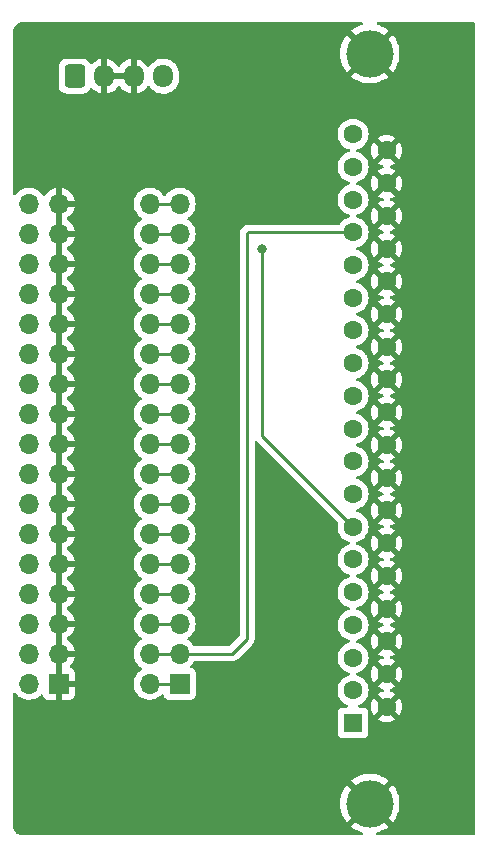
<source format=gbr>
%TF.GenerationSoftware,KiCad,Pcbnew,6.0.11+dfsg-1*%
%TF.CreationDate,2024-03-29T12:04:06-05:00*%
%TF.ProjectId,xerox-floppy-34,7865726f-782d-4666-9c6f-7070792d3334,rev?*%
%TF.SameCoordinates,Original*%
%TF.FileFunction,Copper,L1,Top*%
%TF.FilePolarity,Positive*%
%FSLAX46Y46*%
G04 Gerber Fmt 4.6, Leading zero omitted, Abs format (unit mm)*
G04 Created by KiCad (PCBNEW 6.0.11+dfsg-1) date 2024-03-29 12:04:06*
%MOMM*%
%LPD*%
G01*
G04 APERTURE LIST*
G04 Aperture macros list*
%AMRoundRect*
0 Rectangle with rounded corners*
0 $1 Rounding radius*
0 $2 $3 $4 $5 $6 $7 $8 $9 X,Y pos of 4 corners*
0 Add a 4 corners polygon primitive as box body*
4,1,4,$2,$3,$4,$5,$6,$7,$8,$9,$2,$3,0*
0 Add four circle primitives for the rounded corners*
1,1,$1+$1,$2,$3*
1,1,$1+$1,$4,$5*
1,1,$1+$1,$6,$7*
1,1,$1+$1,$8,$9*
0 Add four rect primitives between the rounded corners*
20,1,$1+$1,$2,$3,$4,$5,0*
20,1,$1+$1,$4,$5,$6,$7,0*
20,1,$1+$1,$6,$7,$8,$9,0*
20,1,$1+$1,$8,$9,$2,$3,0*%
G04 Aperture macros list end*
%TA.AperFunction,ComponentPad*%
%ADD10C,1.600000*%
%TD*%
%TA.AperFunction,ComponentPad*%
%ADD11R,1.600000X1.600000*%
%TD*%
%TA.AperFunction,ComponentPad*%
%ADD12C,4.000000*%
%TD*%
%TA.AperFunction,ComponentPad*%
%ADD13RoundRect,0.250000X-0.600000X-0.725000X0.600000X-0.725000X0.600000X0.725000X-0.600000X0.725000X0*%
%TD*%
%TA.AperFunction,ComponentPad*%
%ADD14O,1.700000X1.950000*%
%TD*%
%TA.AperFunction,ComponentPad*%
%ADD15R,1.700000X1.700000*%
%TD*%
%TA.AperFunction,ComponentPad*%
%ADD16O,1.700000X1.700000*%
%TD*%
%TA.AperFunction,ViaPad*%
%ADD17C,0.800000*%
%TD*%
%TA.AperFunction,Conductor*%
%ADD18C,0.250000*%
%TD*%
G04 APERTURE END LIST*
D10*
%TO.P,J3,37,37*%
%TO.N,GND*%
X131189669Y-82495000D03*
%TO.P,J3,36,36*%
X131189669Y-85265000D03*
%TO.P,J3,35,35*%
X131189669Y-88035000D03*
%TO.P,J3,34,34*%
X131189669Y-90805000D03*
%TO.P,J3,33,33*%
X131189669Y-93575000D03*
%TO.P,J3,32,32*%
X131189669Y-96345000D03*
%TO.P,J3,31,31*%
X131189669Y-99115000D03*
%TO.P,J3,30,30*%
X131189669Y-101885000D03*
%TO.P,J3,29,29*%
X131189669Y-104655000D03*
%TO.P,J3,28,28*%
X131189669Y-107425000D03*
%TO.P,J3,27,27*%
X131189669Y-110195000D03*
%TO.P,J3,26,26*%
X131189669Y-112965000D03*
%TO.P,J3,25,25*%
X131189669Y-115735000D03*
%TO.P,J3,24,24*%
X131189669Y-118505000D03*
%TO.P,J3,23,23*%
X131189669Y-121275000D03*
%TO.P,J3,22,22*%
X131189669Y-124045000D03*
%TO.P,J3,21,21*%
X131189669Y-126815000D03*
%TO.P,J3,20,20*%
X131189669Y-129585000D03*
%TO.P,J3,19,19*%
%TO.N,+5V*%
X128349669Y-81110000D03*
%TO.P,J3,18,18*%
%TO.N,+12V*%
X128349669Y-83880000D03*
%TO.P,J3,17,17*%
%TO.N,READY*%
X128349669Y-86650000D03*
%TO.P,J3,16,16*%
%TO.N,LOW_CURRENT*%
X128349669Y-89420000D03*
%TO.P,J3,15,15*%
%TO.N,RDDATA*%
X128349669Y-92190000D03*
%TO.P,J3,14,14*%
%TO.N,WTPRO*%
X128349669Y-94960000D03*
%TO.P,J3,13,13*%
%TO.N,TK00*%
X128349669Y-97730000D03*
%TO.P,J3,12,12*%
%TO.N,WTGATE*%
X128349669Y-100500000D03*
%TO.P,J3,11,11*%
%TO.N,WTDATA*%
X128349669Y-103270000D03*
%TO.P,J3,10,10*%
%TO.N,STEP*%
X128349669Y-106040000D03*
%TO.P,J3,9,9*%
%TO.N,STEP_IN*%
X128349669Y-108810000D03*
%TO.P,J3,8,8*%
%TO.N,HEAD_LOAD*%
X128349669Y-111580000D03*
%TO.P,J3,7,7*%
%TO.N,SIDE*%
X128349669Y-114350000D03*
%TO.P,J3,6,6*%
%TO.N,SEL2*%
X128349669Y-117120000D03*
%TO.P,J3,5,5*%
%TO.N,SEL1*%
X128349669Y-119890000D03*
%TO.P,J3,4,4*%
%TO.N,INDEX*%
X128349669Y-122660000D03*
%TO.P,J3,3,3*%
%TO.N,unconnected-(J3-Pad3)*%
X128349669Y-125430000D03*
%TO.P,J3,2,2*%
%TO.N,SEL_8_5*%
X128349669Y-128200000D03*
D11*
%TO.P,J3,1,1*%
%TO.N,unconnected-(J3-Pad1)*%
X128349669Y-130970000D03*
D12*
%TO.P,J3,0,PAD*%
%TO.N,GND*%
X129769669Y-137790000D03*
X129769669Y-74290000D03*
%TD*%
D13*
%TO.P,J4,1,Pin_1*%
%TO.N,+5V*%
X104775000Y-76200000D03*
D14*
%TO.P,J4,2,Pin_2*%
%TO.N,GND*%
X107275000Y-76200000D03*
%TO.P,J4,3,Pin_3*%
X109775000Y-76200000D03*
%TO.P,J4,4,Pin_4*%
%TO.N,+12V*%
X112275000Y-76200000D03*
%TD*%
D15*
%TO.P,J2,1,Pin_1*%
%TO.N,SEL_8_5*%
X113665000Y-127635000D03*
D16*
%TO.P,J2,2,Pin_2*%
X111125000Y-127635000D03*
%TO.P,J2,3,Pin_3*%
%TO.N,LOW_CURRENT*%
X113665000Y-125095000D03*
%TO.P,J2,4,Pin_4*%
X111125000Y-125095000D03*
%TO.P,J2,5,Pin_5*%
%TO.N,Net-(J1-Pad6)*%
X113665000Y-122555000D03*
%TO.P,J2,6,Pin_6*%
X111125000Y-122555000D03*
%TO.P,J2,7,Pin_7*%
%TO.N,INDEX*%
X113665000Y-120015000D03*
%TO.P,J2,8,Pin_8*%
X111125000Y-120015000D03*
%TO.P,J2,9,Pin_9*%
%TO.N,SEL1*%
X113665000Y-117475000D03*
%TO.P,J2,10,Pin_10*%
X111125000Y-117475000D03*
%TO.P,J2,11,Pin_11*%
%TO.N,SEL2*%
X113665000Y-114935000D03*
%TO.P,J2,12,Pin_12*%
X111125000Y-114935000D03*
%TO.P,J2,13,Pin_13*%
%TO.N,Net-(J1-Pad14)*%
X113665000Y-112395000D03*
%TO.P,J2,14,Pin_14*%
X111125000Y-112395000D03*
%TO.P,J2,15,Pin_15*%
%TO.N,HEAD_LOAD*%
X113665000Y-109855000D03*
%TO.P,J2,16,Pin_16*%
X111125000Y-109855000D03*
%TO.P,J2,17,Pin_17*%
%TO.N,STEP_IN*%
X113665000Y-107315000D03*
%TO.P,J2,18,Pin_18*%
X111125000Y-107315000D03*
%TO.P,J2,19,Pin_19*%
%TO.N,STEP*%
X113665000Y-104775000D03*
%TO.P,J2,20,Pin_20*%
X111125000Y-104775000D03*
%TO.P,J2,21,Pin_21*%
%TO.N,WTDATA*%
X113665000Y-102235000D03*
%TO.P,J2,22,Pin_22*%
X111125000Y-102235000D03*
%TO.P,J2,23,Pin_23*%
%TO.N,WTGATE*%
X113665000Y-99695000D03*
%TO.P,J2,24,Pin_24*%
X111125000Y-99695000D03*
%TO.P,J2,25,Pin_25*%
%TO.N,TK00*%
X113665000Y-97155000D03*
%TO.P,J2,26,Pin_26*%
X111125000Y-97155000D03*
%TO.P,J2,27,Pin_27*%
%TO.N,WTPRO*%
X113665000Y-94615000D03*
%TO.P,J2,28,Pin_28*%
X111125000Y-94615000D03*
%TO.P,J2,29,Pin_29*%
%TO.N,RDDATA*%
X113665000Y-92075000D03*
%TO.P,J2,30,Pin_30*%
X111125000Y-92075000D03*
%TO.P,J2,31,Pin_31*%
%TO.N,SIDE*%
X113665000Y-89535000D03*
%TO.P,J2,32,Pin_32*%
X111125000Y-89535000D03*
%TO.P,J2,33,Pin_33*%
%TO.N,READY*%
X113665000Y-86995000D03*
%TO.P,J2,34,Pin_34*%
X111125000Y-86995000D03*
%TD*%
D15*
%TO.P,J1,1,Pin_1*%
%TO.N,GND*%
X103440000Y-127640000D03*
D16*
%TO.P,J1,2,Pin_2*%
%TO.N,SEL_8_5*%
X100900000Y-127640000D03*
%TO.P,J1,3,Pin_3*%
%TO.N,GND*%
X103440000Y-125100000D03*
%TO.P,J1,4,Pin_4*%
%TO.N,LOW_CURRENT*%
X100900000Y-125100000D03*
%TO.P,J1,5,Pin_5*%
%TO.N,GND*%
X103440000Y-122560000D03*
%TO.P,J1,6,Pin_6*%
%TO.N,Net-(J1-Pad6)*%
X100900000Y-122560000D03*
%TO.P,J1,7,Pin_7*%
%TO.N,GND*%
X103440000Y-120020000D03*
%TO.P,J1,8,Pin_8*%
%TO.N,INDEX*%
X100900000Y-120020000D03*
%TO.P,J1,9,Pin_9*%
%TO.N,GND*%
X103440000Y-117480000D03*
%TO.P,J1,10,Pin_10*%
%TO.N,SEL1*%
X100900000Y-117480000D03*
%TO.P,J1,11,Pin_11*%
%TO.N,GND*%
X103440000Y-114940000D03*
%TO.P,J1,12,Pin_12*%
%TO.N,SEL2*%
X100900000Y-114940000D03*
%TO.P,J1,13,Pin_13*%
%TO.N,GND*%
X103440000Y-112400000D03*
%TO.P,J1,14,Pin_14*%
%TO.N,Net-(J1-Pad14)*%
X100900000Y-112400000D03*
%TO.P,J1,15,Pin_15*%
%TO.N,GND*%
X103440000Y-109860000D03*
%TO.P,J1,16,Pin_16*%
%TO.N,HEAD_LOAD*%
X100900000Y-109860000D03*
%TO.P,J1,17,Pin_17*%
%TO.N,GND*%
X103440000Y-107320000D03*
%TO.P,J1,18,Pin_18*%
%TO.N,STEP_IN*%
X100900000Y-107320000D03*
%TO.P,J1,19,Pin_19*%
%TO.N,GND*%
X103440000Y-104780000D03*
%TO.P,J1,20,Pin_20*%
%TO.N,STEP*%
X100900000Y-104780000D03*
%TO.P,J1,21,Pin_21*%
%TO.N,GND*%
X103440000Y-102240000D03*
%TO.P,J1,22,Pin_22*%
%TO.N,WTDATA*%
X100900000Y-102240000D03*
%TO.P,J1,23,Pin_23*%
%TO.N,GND*%
X103440000Y-99700000D03*
%TO.P,J1,24,Pin_24*%
%TO.N,WTGATE*%
X100900000Y-99700000D03*
%TO.P,J1,25,Pin_25*%
%TO.N,GND*%
X103440000Y-97160000D03*
%TO.P,J1,26,Pin_26*%
%TO.N,TK00*%
X100900000Y-97160000D03*
%TO.P,J1,27,Pin_27*%
%TO.N,GND*%
X103440000Y-94620000D03*
%TO.P,J1,28,Pin_28*%
%TO.N,WTPRO*%
X100900000Y-94620000D03*
%TO.P,J1,29,Pin_29*%
%TO.N,GND*%
X103440000Y-92080000D03*
%TO.P,J1,30,Pin_30*%
%TO.N,RDDATA*%
X100900000Y-92080000D03*
%TO.P,J1,31,Pin_31*%
%TO.N,GND*%
X103440000Y-89540000D03*
%TO.P,J1,32,Pin_32*%
%TO.N,SIDE*%
X100900000Y-89540000D03*
%TO.P,J1,33,Pin_33*%
%TO.N,GND*%
X103440000Y-87000000D03*
%TO.P,J1,34,Pin_34*%
%TO.N,READY*%
X100900000Y-87000000D03*
%TD*%
D17*
%TO.N,GND*%
X107315000Y-84455000D03*
X107315000Y-127635000D03*
X107315000Y-125095000D03*
X107315000Y-122555000D03*
X107315000Y-120015000D03*
X107315000Y-117475000D03*
X107315000Y-114935000D03*
X107315000Y-112395000D03*
X107315000Y-109855000D03*
X107315000Y-107315000D03*
X107315000Y-104775000D03*
X107315000Y-102235000D03*
X107315000Y-99695000D03*
X107315000Y-97155000D03*
X107315000Y-94615000D03*
X107315000Y-92075000D03*
X107315000Y-89535000D03*
X107315000Y-86995000D03*
%TO.N,SIDE*%
X120650000Y-90805000D03*
%TD*%
D18*
%TO.N,SIDE*%
X120650000Y-90805000D02*
X120650000Y-106650331D01*
X120650000Y-106650331D02*
X128349669Y-114350000D01*
%TO.N,LOW_CURRENT*%
X113665000Y-125095000D02*
X118110000Y-125095000D01*
X118110000Y-125095000D02*
X119380000Y-123825000D01*
X119380000Y-123825000D02*
X119380000Y-89535000D01*
X119495000Y-89420000D02*
X128349669Y-89420000D01*
X119380000Y-89535000D02*
X119495000Y-89420000D01*
%TO.N,Net-(J1-Pad14)*%
X113665000Y-112395000D02*
X111125000Y-112395000D01*
%TO.N,SEL2*%
X113665000Y-114935000D02*
X111125000Y-114935000D01*
%TO.N,SEL1*%
X113665000Y-117475000D02*
X111125000Y-117475000D01*
%TO.N,INDEX*%
X113665000Y-120015000D02*
X111125000Y-120015000D01*
%TO.N,Net-(J1-Pad6)*%
X113665000Y-122555000D02*
X111125000Y-122555000D01*
%TO.N,LOW_CURRENT*%
X113665000Y-125095000D02*
X111125000Y-125095000D01*
%TO.N,SEL_8_5*%
X113665000Y-127635000D02*
X111125000Y-127635000D01*
%TO.N,HEAD_LOAD*%
X113665000Y-109855000D02*
X111125000Y-109855000D01*
%TO.N,STEP_IN*%
X113665000Y-107315000D02*
X111125000Y-107315000D01*
%TO.N,STEP*%
X113665000Y-104775000D02*
X111125000Y-104775000D01*
%TO.N,WTDATA*%
X113665000Y-102235000D02*
X111125000Y-102235000D01*
%TO.N,WTGATE*%
X113665000Y-99695000D02*
X111125000Y-99695000D01*
%TO.N,TK00*%
X113665000Y-97155000D02*
X111125000Y-97155000D01*
%TO.N,WTPRO*%
X113665000Y-94615000D02*
X111125000Y-94615000D01*
%TO.N,RDDATA*%
X113665000Y-92075000D02*
X111125000Y-92075000D01*
%TO.N,SIDE*%
X113665000Y-89535000D02*
X111125000Y-89535000D01*
%TO.N,READY*%
X113665000Y-86995000D02*
X111125000Y-86995000D01*
%TD*%
%TA.AperFunction,Conductor*%
%TO.N,GND*%
G36*
X129121407Y-71648502D02*
G01*
X129167900Y-71702158D01*
X129178004Y-71772432D01*
X129148510Y-71837012D01*
X129084621Y-71876541D01*
X128996964Y-71899047D01*
X128989439Y-71901492D01*
X128703376Y-72014753D01*
X128696241Y-72018110D01*
X128426630Y-72166330D01*
X128419950Y-72170570D01*
X128196846Y-72332664D01*
X128188423Y-72343587D01*
X128195327Y-72356448D01*
X129756857Y-73917978D01*
X129770801Y-73925592D01*
X129772634Y-73925461D01*
X129779249Y-73921210D01*
X131344335Y-72356124D01*
X131350948Y-72344013D01*
X131342121Y-72332395D01*
X131119388Y-72170570D01*
X131112708Y-72166330D01*
X130843097Y-72018110D01*
X130835962Y-72014753D01*
X130549899Y-71901492D01*
X130542374Y-71899047D01*
X130454717Y-71876541D01*
X130393711Y-71840227D01*
X130362022Y-71776695D01*
X130369712Y-71706116D01*
X130414339Y-71650898D01*
X130486052Y-71628500D01*
X138557500Y-71628500D01*
X138625621Y-71648502D01*
X138672114Y-71702158D01*
X138683500Y-71754500D01*
X138683500Y-140335500D01*
X138663498Y-140403621D01*
X138609842Y-140450114D01*
X138557500Y-140461500D01*
X130447105Y-140461500D01*
X130378984Y-140441498D01*
X130332491Y-140387842D01*
X130322387Y-140317568D01*
X130351881Y-140252988D01*
X130415770Y-140213459D01*
X130542374Y-140180953D01*
X130549899Y-140178508D01*
X130835962Y-140065247D01*
X130843097Y-140061890D01*
X131112708Y-139913670D01*
X131119388Y-139909430D01*
X131342492Y-139747336D01*
X131350915Y-139736413D01*
X131344011Y-139723552D01*
X129782481Y-138162022D01*
X129768537Y-138154408D01*
X129766704Y-138154539D01*
X129760089Y-138158790D01*
X128195003Y-139723876D01*
X128188390Y-139735987D01*
X128197217Y-139747605D01*
X128419950Y-139909430D01*
X128426630Y-139913670D01*
X128696241Y-140061890D01*
X128703376Y-140065247D01*
X128989439Y-140178508D01*
X128996964Y-140180953D01*
X129123568Y-140213459D01*
X129184574Y-140249773D01*
X129216263Y-140313306D01*
X129208573Y-140383884D01*
X129163946Y-140439102D01*
X129092233Y-140461500D01*
X100379367Y-140461500D01*
X100359982Y-140460000D01*
X100345148Y-140457690D01*
X100345145Y-140457690D01*
X100336276Y-140456309D01*
X100326341Y-140457608D01*
X100325254Y-140457750D01*
X100296569Y-140458207D01*
X100223259Y-140450987D01*
X100193788Y-140448084D01*
X100169568Y-140443267D01*
X100050454Y-140407134D01*
X100027645Y-140397685D01*
X99917876Y-140339013D01*
X99897345Y-140325295D01*
X99801124Y-140246329D01*
X99783671Y-140228876D01*
X99704705Y-140132655D01*
X99690987Y-140112124D01*
X99632315Y-140002355D01*
X99622866Y-139979546D01*
X99586733Y-139860432D01*
X99581916Y-139836212D01*
X99572711Y-139742755D01*
X99572607Y-139719151D01*
X99572768Y-139717354D01*
X99573576Y-139712552D01*
X99573729Y-139700000D01*
X99569773Y-139672376D01*
X99568500Y-139654514D01*
X99568500Y-137793958D01*
X127256959Y-137793958D01*
X127276276Y-138100994D01*
X127277269Y-138108855D01*
X127334915Y-138411046D01*
X127336886Y-138418723D01*
X127431953Y-138711309D01*
X127434868Y-138718672D01*
X127565858Y-138997041D01*
X127569670Y-139003974D01*
X127734520Y-139263736D01*
X127739164Y-139270129D01*
X127814166Y-139360790D01*
X127826683Y-139369245D01*
X127837421Y-139363038D01*
X129397647Y-137802812D01*
X129404025Y-137791132D01*
X130134077Y-137791132D01*
X130134208Y-137792965D01*
X130138459Y-137799580D01*
X131700814Y-139361935D01*
X131714076Y-139369177D01*
X131724181Y-139361988D01*
X131800174Y-139270129D01*
X131804818Y-139263736D01*
X131969668Y-139003974D01*
X131973480Y-138997041D01*
X132104470Y-138718672D01*
X132107385Y-138711309D01*
X132202452Y-138418723D01*
X132204423Y-138411046D01*
X132262069Y-138108855D01*
X132263062Y-138100994D01*
X132282379Y-137793958D01*
X132282379Y-137786042D01*
X132263062Y-137479006D01*
X132262069Y-137471145D01*
X132204423Y-137168954D01*
X132202452Y-137161277D01*
X132107385Y-136868691D01*
X132104470Y-136861328D01*
X131973480Y-136582959D01*
X131969668Y-136576026D01*
X131804818Y-136316264D01*
X131800174Y-136309871D01*
X131725172Y-136219210D01*
X131712655Y-136210755D01*
X131701917Y-136216962D01*
X130141691Y-137777188D01*
X130134077Y-137791132D01*
X129404025Y-137791132D01*
X129405261Y-137788868D01*
X129405130Y-137787035D01*
X129400879Y-137780420D01*
X127838524Y-136218065D01*
X127825262Y-136210823D01*
X127815157Y-136218012D01*
X127739164Y-136309871D01*
X127734520Y-136316264D01*
X127569670Y-136576026D01*
X127565858Y-136582959D01*
X127434868Y-136861328D01*
X127431953Y-136868691D01*
X127336886Y-137161277D01*
X127334915Y-137168954D01*
X127277269Y-137471145D01*
X127276276Y-137479006D01*
X127256959Y-137786042D01*
X127256959Y-137793958D01*
X99568500Y-137793958D01*
X99568500Y-135843587D01*
X128188423Y-135843587D01*
X128195327Y-135856448D01*
X129756857Y-137417978D01*
X129770801Y-137425592D01*
X129772634Y-137425461D01*
X129779249Y-137421210D01*
X131344335Y-135856124D01*
X131350948Y-135844013D01*
X131342121Y-135832395D01*
X131119388Y-135670570D01*
X131112708Y-135666330D01*
X130843097Y-135518110D01*
X130835962Y-135514753D01*
X130549899Y-135401492D01*
X130542373Y-135399047D01*
X130244390Y-135322538D01*
X130236619Y-135321055D01*
X129931391Y-135282497D01*
X129923500Y-135282000D01*
X129615838Y-135282000D01*
X129607947Y-135282497D01*
X129302719Y-135321055D01*
X129294948Y-135322538D01*
X128996965Y-135399047D01*
X128989439Y-135401492D01*
X128703376Y-135514753D01*
X128696241Y-135518110D01*
X128426630Y-135666330D01*
X128419950Y-135670570D01*
X128196846Y-135832664D01*
X128188423Y-135843587D01*
X99568500Y-135843587D01*
X99568500Y-128513582D01*
X99588502Y-128445461D01*
X99642158Y-128398968D01*
X99712432Y-128388864D01*
X99777012Y-128418358D01*
X99796175Y-128439163D01*
X99797288Y-128440684D01*
X99799987Y-128445088D01*
X99803369Y-128448992D01*
X99803371Y-128448995D01*
X99856833Y-128510713D01*
X99946250Y-128613938D01*
X100021213Y-128676173D01*
X100108123Y-128748327D01*
X100118126Y-128756632D01*
X100311000Y-128869338D01*
X100519692Y-128949030D01*
X100524760Y-128950061D01*
X100524763Y-128950062D01*
X100617970Y-128969025D01*
X100738597Y-128993567D01*
X100743772Y-128993757D01*
X100743774Y-128993757D01*
X100956673Y-129001564D01*
X100956677Y-129001564D01*
X100961837Y-129001753D01*
X100966957Y-129001097D01*
X100966959Y-129001097D01*
X101178288Y-128974025D01*
X101178289Y-128974025D01*
X101183416Y-128973368D01*
X101200082Y-128968368D01*
X101392429Y-128910661D01*
X101392434Y-128910659D01*
X101397384Y-128909174D01*
X101597994Y-128810896D01*
X101779860Y-128681173D01*
X101806903Y-128654225D01*
X101888479Y-128572933D01*
X101950851Y-128539017D01*
X102021658Y-128544205D01*
X102078419Y-128586851D01*
X102095401Y-128617954D01*
X102136676Y-128728054D01*
X102145214Y-128743649D01*
X102221715Y-128845724D01*
X102234276Y-128858285D01*
X102336351Y-128934786D01*
X102351946Y-128943324D01*
X102472394Y-128988478D01*
X102487649Y-128992105D01*
X102538514Y-128997631D01*
X102545328Y-128998000D01*
X103167885Y-128998000D01*
X103183124Y-128993525D01*
X103184329Y-128992135D01*
X103186000Y-128984452D01*
X103186000Y-128979884D01*
X103694000Y-128979884D01*
X103698475Y-128995123D01*
X103699865Y-128996328D01*
X103707548Y-128997999D01*
X104334669Y-128997999D01*
X104341490Y-128997629D01*
X104392352Y-128992105D01*
X104407604Y-128988479D01*
X104528054Y-128943324D01*
X104543649Y-128934786D01*
X104645724Y-128858285D01*
X104658285Y-128845724D01*
X104734786Y-128743649D01*
X104743324Y-128728054D01*
X104788478Y-128607606D01*
X104792105Y-128592351D01*
X104797631Y-128541486D01*
X104798000Y-128534672D01*
X104798000Y-127912115D01*
X104793525Y-127896876D01*
X104792135Y-127895671D01*
X104784452Y-127894000D01*
X103712115Y-127894000D01*
X103696876Y-127898475D01*
X103695671Y-127899865D01*
X103694000Y-127907548D01*
X103694000Y-128979884D01*
X103186000Y-128979884D01*
X103186000Y-127601695D01*
X109762251Y-127601695D01*
X109762548Y-127606848D01*
X109762548Y-127606851D01*
X109768299Y-127706590D01*
X109775110Y-127824715D01*
X109776247Y-127829761D01*
X109776248Y-127829767D01*
X109798402Y-127928069D01*
X109824222Y-128042639D01*
X109908266Y-128249616D01*
X109910965Y-128254020D01*
X110014275Y-128422607D01*
X110024987Y-128440088D01*
X110028367Y-128443990D01*
X110034499Y-128451069D01*
X110171250Y-128608938D01*
X110343126Y-128751632D01*
X110536000Y-128864338D01*
X110540825Y-128866180D01*
X110540826Y-128866181D01*
X110553920Y-128871181D01*
X110744692Y-128944030D01*
X110749760Y-128945061D01*
X110749763Y-128945062D01*
X110857017Y-128966883D01*
X110963597Y-128988567D01*
X110968772Y-128988757D01*
X110968774Y-128988757D01*
X111181673Y-128996564D01*
X111181677Y-128996564D01*
X111186837Y-128996753D01*
X111191957Y-128996097D01*
X111191959Y-128996097D01*
X111403288Y-128969025D01*
X111403289Y-128969025D01*
X111408416Y-128968368D01*
X111469433Y-128950062D01*
X111617429Y-128905661D01*
X111617434Y-128905659D01*
X111622384Y-128904174D01*
X111822994Y-128805896D01*
X112004860Y-128676173D01*
X112113091Y-128568319D01*
X112175462Y-128534404D01*
X112246268Y-128539592D01*
X112303030Y-128582238D01*
X112320012Y-128613341D01*
X112331481Y-128643933D01*
X112364385Y-128731705D01*
X112451739Y-128848261D01*
X112568295Y-128935615D01*
X112704684Y-128986745D01*
X112766866Y-128993500D01*
X114563134Y-128993500D01*
X114625316Y-128986745D01*
X114761705Y-128935615D01*
X114878261Y-128848261D01*
X114965615Y-128731705D01*
X115016745Y-128595316D01*
X115023500Y-128533134D01*
X115023500Y-126736866D01*
X115016745Y-126674684D01*
X114965615Y-126538295D01*
X114878261Y-126421739D01*
X114761705Y-126334385D01*
X114699630Y-126311114D01*
X114643203Y-126289960D01*
X114586439Y-126247318D01*
X114561739Y-126180756D01*
X114576947Y-126111408D01*
X114598493Y-126082727D01*
X114603999Y-126077240D01*
X114703096Y-125978489D01*
X114762594Y-125895689D01*
X114830435Y-125801277D01*
X114833453Y-125797077D01*
X114835746Y-125792437D01*
X114837446Y-125789608D01*
X114889674Y-125741518D01*
X114945451Y-125728500D01*
X118031233Y-125728500D01*
X118042416Y-125729027D01*
X118049909Y-125730702D01*
X118057835Y-125730453D01*
X118057836Y-125730453D01*
X118117986Y-125728562D01*
X118121945Y-125728500D01*
X118149856Y-125728500D01*
X118153791Y-125728003D01*
X118153856Y-125727995D01*
X118165693Y-125727062D01*
X118197951Y-125726048D01*
X118201970Y-125725922D01*
X118209889Y-125725673D01*
X118229343Y-125720021D01*
X118248700Y-125716013D01*
X118260930Y-125714468D01*
X118260931Y-125714468D01*
X118268797Y-125713474D01*
X118276168Y-125710555D01*
X118276170Y-125710555D01*
X118309912Y-125697196D01*
X118321142Y-125693351D01*
X118355983Y-125683229D01*
X118355984Y-125683229D01*
X118363593Y-125681018D01*
X118370412Y-125676985D01*
X118370417Y-125676983D01*
X118381028Y-125670707D01*
X118398776Y-125662012D01*
X118417617Y-125654552D01*
X118453387Y-125628564D01*
X118463307Y-125622048D01*
X118494535Y-125603580D01*
X118494538Y-125603578D01*
X118501362Y-125599542D01*
X118515683Y-125585221D01*
X118530717Y-125572380D01*
X118540694Y-125565131D01*
X118547107Y-125560472D01*
X118575298Y-125526395D01*
X118583288Y-125517616D01*
X119772247Y-124328657D01*
X119780537Y-124321113D01*
X119787018Y-124317000D01*
X119833659Y-124267332D01*
X119836413Y-124264491D01*
X119856134Y-124244770D01*
X119858612Y-124241575D01*
X119866318Y-124232553D01*
X119891158Y-124206101D01*
X119896586Y-124200321D01*
X119906346Y-124182568D01*
X119917199Y-124166045D01*
X119924753Y-124156306D01*
X119929613Y-124150041D01*
X119947176Y-124109457D01*
X119952383Y-124098827D01*
X119973695Y-124060060D01*
X119975666Y-124052383D01*
X119975668Y-124052378D01*
X119978732Y-124040442D01*
X119985138Y-124021730D01*
X119990033Y-124010419D01*
X119993181Y-124003145D01*
X119994421Y-123995317D01*
X119994423Y-123995310D01*
X120000099Y-123959476D01*
X120002505Y-123947856D01*
X120011528Y-123912711D01*
X120011528Y-123912710D01*
X120013500Y-123905030D01*
X120013500Y-123884776D01*
X120015051Y-123865065D01*
X120016980Y-123852886D01*
X120018220Y-123845057D01*
X120014059Y-123801038D01*
X120013500Y-123789181D01*
X120013500Y-107213925D01*
X120033502Y-107145804D01*
X120087158Y-107099311D01*
X120157432Y-107089207D01*
X120222012Y-107118701D01*
X120228595Y-107124830D01*
X127040517Y-113936752D01*
X127074543Y-113999064D01*
X127073128Y-114058459D01*
X127057551Y-114116591D01*
X127057550Y-114116598D01*
X127056126Y-114121913D01*
X127036171Y-114350000D01*
X127056126Y-114578087D01*
X127057550Y-114583400D01*
X127057550Y-114583402D01*
X127093445Y-114717361D01*
X127115385Y-114799243D01*
X127117708Y-114804224D01*
X127117708Y-114804225D01*
X127209820Y-115001762D01*
X127209823Y-115001767D01*
X127212146Y-115006749D01*
X127343471Y-115194300D01*
X127505369Y-115356198D01*
X127509877Y-115359355D01*
X127509880Y-115359357D01*
X127588058Y-115414098D01*
X127692920Y-115487523D01*
X127697902Y-115489846D01*
X127697907Y-115489849D01*
X127895444Y-115581961D01*
X127900426Y-115584284D01*
X127905734Y-115585706D01*
X127905736Y-115585707D01*
X128008688Y-115613293D01*
X128069311Y-115650245D01*
X128100332Y-115714106D01*
X128091904Y-115784600D01*
X128046701Y-115839347D01*
X128008688Y-115856707D01*
X127905736Y-115884293D01*
X127905734Y-115884294D01*
X127900426Y-115885716D01*
X127895445Y-115888039D01*
X127895444Y-115888039D01*
X127697907Y-115980151D01*
X127697902Y-115980154D01*
X127692920Y-115982477D01*
X127598877Y-116048327D01*
X127509880Y-116110643D01*
X127509877Y-116110645D01*
X127505369Y-116113802D01*
X127343471Y-116275700D01*
X127340314Y-116280208D01*
X127340312Y-116280211D01*
X127309568Y-116324118D01*
X127212146Y-116463251D01*
X127209823Y-116468233D01*
X127209820Y-116468238D01*
X127123844Y-116652617D01*
X127115385Y-116670757D01*
X127113963Y-116676065D01*
X127113962Y-116676067D01*
X127071218Y-116835590D01*
X127056126Y-116891913D01*
X127036171Y-117120000D01*
X127056126Y-117348087D01*
X127057550Y-117353400D01*
X127057550Y-117353402D01*
X127075111Y-117418938D01*
X127115385Y-117569243D01*
X127117708Y-117574224D01*
X127117708Y-117574225D01*
X127209820Y-117771762D01*
X127209823Y-117771767D01*
X127212146Y-117776749D01*
X127343471Y-117964300D01*
X127505369Y-118126198D01*
X127509877Y-118129355D01*
X127509880Y-118129357D01*
X127578183Y-118177183D01*
X127692920Y-118257523D01*
X127697902Y-118259846D01*
X127697907Y-118259849D01*
X127895444Y-118351961D01*
X127900426Y-118354284D01*
X127905734Y-118355706D01*
X127905736Y-118355707D01*
X128008688Y-118383293D01*
X128069311Y-118420245D01*
X128100332Y-118484106D01*
X128091904Y-118554600D01*
X128046701Y-118609347D01*
X128008688Y-118626707D01*
X127905736Y-118654293D01*
X127905734Y-118654294D01*
X127900426Y-118655716D01*
X127895445Y-118658039D01*
X127895444Y-118658039D01*
X127697907Y-118750151D01*
X127697902Y-118750154D01*
X127692920Y-118752477D01*
X127658415Y-118776638D01*
X127509880Y-118880643D01*
X127509877Y-118880645D01*
X127505369Y-118883802D01*
X127343471Y-119045700D01*
X127212146Y-119233251D01*
X127209823Y-119238233D01*
X127209820Y-119238238D01*
X127143017Y-119381500D01*
X127115385Y-119440757D01*
X127113963Y-119446065D01*
X127113962Y-119446067D01*
X127074856Y-119592012D01*
X127056126Y-119661913D01*
X127036171Y-119890000D01*
X127056126Y-120118087D01*
X127057550Y-120123400D01*
X127057550Y-120123402D01*
X127107020Y-120308023D01*
X127115385Y-120339243D01*
X127117708Y-120344224D01*
X127117708Y-120344225D01*
X127209820Y-120541762D01*
X127209823Y-120541767D01*
X127212146Y-120546749D01*
X127259232Y-120613994D01*
X127335510Y-120722930D01*
X127343471Y-120734300D01*
X127505369Y-120896198D01*
X127509877Y-120899355D01*
X127509880Y-120899357D01*
X127588058Y-120954098D01*
X127692920Y-121027523D01*
X127697902Y-121029846D01*
X127697907Y-121029849D01*
X127771512Y-121064171D01*
X127900426Y-121124284D01*
X127905734Y-121125706D01*
X127905736Y-121125707D01*
X128008688Y-121153293D01*
X128069311Y-121190245D01*
X128100332Y-121254106D01*
X128091904Y-121324600D01*
X128046701Y-121379347D01*
X128008688Y-121396707D01*
X127905736Y-121424293D01*
X127905734Y-121424294D01*
X127900426Y-121425716D01*
X127895445Y-121428039D01*
X127895444Y-121428039D01*
X127697907Y-121520151D01*
X127697902Y-121520154D01*
X127692920Y-121522477D01*
X127628992Y-121567240D01*
X127509880Y-121650643D01*
X127509877Y-121650645D01*
X127505369Y-121653802D01*
X127343471Y-121815700D01*
X127340314Y-121820208D01*
X127340312Y-121820211D01*
X127316220Y-121854618D01*
X127212146Y-122003251D01*
X127209823Y-122008233D01*
X127209820Y-122008238D01*
X127154966Y-122125875D01*
X127115385Y-122210757D01*
X127113963Y-122216065D01*
X127113962Y-122216067D01*
X127074856Y-122362012D01*
X127056126Y-122431913D01*
X127036171Y-122660000D01*
X127056126Y-122888087D01*
X127057550Y-122893400D01*
X127057550Y-122893402D01*
X127103870Y-123066267D01*
X127115385Y-123109243D01*
X127117708Y-123114224D01*
X127117708Y-123114225D01*
X127209820Y-123311762D01*
X127209823Y-123311767D01*
X127212146Y-123316749D01*
X127246255Y-123365461D01*
X127300891Y-123443489D01*
X127343471Y-123504300D01*
X127505369Y-123666198D01*
X127509877Y-123669355D01*
X127509880Y-123669357D01*
X127574317Y-123714476D01*
X127692920Y-123797523D01*
X127697902Y-123799846D01*
X127697907Y-123799849D01*
X127880036Y-123884776D01*
X127900426Y-123894284D01*
X127905734Y-123895706D01*
X127905736Y-123895707D01*
X128008688Y-123923293D01*
X128069311Y-123960245D01*
X128100332Y-124024106D01*
X128091904Y-124094600D01*
X128046701Y-124149347D01*
X128008688Y-124166707D01*
X127905736Y-124194293D01*
X127905734Y-124194294D01*
X127900426Y-124195716D01*
X127895445Y-124198039D01*
X127895444Y-124198039D01*
X127697907Y-124290151D01*
X127697902Y-124290154D01*
X127692920Y-124292477D01*
X127650173Y-124322409D01*
X127509880Y-124420643D01*
X127509877Y-124420645D01*
X127505369Y-124423802D01*
X127343471Y-124585700D01*
X127212146Y-124773251D01*
X127209823Y-124778233D01*
X127209820Y-124778238D01*
X127163599Y-124877361D01*
X127115385Y-124980757D01*
X127113963Y-124986065D01*
X127113962Y-124986067D01*
X127074856Y-125132012D01*
X127056126Y-125201913D01*
X127036171Y-125430000D01*
X127056126Y-125658087D01*
X127057550Y-125663400D01*
X127057550Y-125663402D01*
X127093369Y-125797077D01*
X127115385Y-125879243D01*
X127117708Y-125884224D01*
X127117708Y-125884225D01*
X127209820Y-126081762D01*
X127209823Y-126081767D01*
X127212146Y-126086749D01*
X127259232Y-126153994D01*
X127328216Y-126252513D01*
X127343471Y-126274300D01*
X127505369Y-126436198D01*
X127509877Y-126439355D01*
X127509880Y-126439357D01*
X127560822Y-126475027D01*
X127692920Y-126567523D01*
X127697902Y-126569846D01*
X127697907Y-126569849D01*
X127848022Y-126639848D01*
X127900426Y-126664284D01*
X127905734Y-126665706D01*
X127905736Y-126665707D01*
X128008688Y-126693293D01*
X128069311Y-126730245D01*
X128100332Y-126794106D01*
X128091904Y-126864600D01*
X128046701Y-126919347D01*
X128008688Y-126936707D01*
X127905736Y-126964293D01*
X127905734Y-126964294D01*
X127900426Y-126965716D01*
X127895445Y-126968039D01*
X127895444Y-126968039D01*
X127697907Y-127060151D01*
X127697902Y-127060154D01*
X127692920Y-127062477D01*
X127588058Y-127135902D01*
X127509880Y-127190643D01*
X127509877Y-127190645D01*
X127505369Y-127193802D01*
X127343471Y-127355700D01*
X127340314Y-127360208D01*
X127340312Y-127360211D01*
X127300295Y-127417361D01*
X127212146Y-127543251D01*
X127209823Y-127548233D01*
X127209820Y-127548238D01*
X127184893Y-127601695D01*
X127115385Y-127750757D01*
X127113963Y-127756065D01*
X127113962Y-127756067D01*
X127074856Y-127902012D01*
X127056126Y-127971913D01*
X127036171Y-128200000D01*
X127056126Y-128428087D01*
X127057550Y-128433400D01*
X127057550Y-128433402D01*
X127094938Y-128572933D01*
X127115385Y-128649243D01*
X127117708Y-128654224D01*
X127117708Y-128654225D01*
X127209820Y-128851762D01*
X127209823Y-128851767D01*
X127212146Y-128856749D01*
X127265880Y-128933489D01*
X127311051Y-128997999D01*
X127343471Y-129044300D01*
X127505369Y-129206198D01*
X127509877Y-129209355D01*
X127509880Y-129209357D01*
X127588058Y-129264098D01*
X127692920Y-129337523D01*
X127697902Y-129339846D01*
X127697907Y-129339849D01*
X127872592Y-129421305D01*
X127925877Y-129468222D01*
X127945338Y-129536499D01*
X127924796Y-129604459D01*
X127870774Y-129650525D01*
X127819342Y-129661500D01*
X127501535Y-129661500D01*
X127439353Y-129668255D01*
X127302964Y-129719385D01*
X127186408Y-129806739D01*
X127099054Y-129923295D01*
X127047924Y-130059684D01*
X127041169Y-130121866D01*
X127041169Y-131818134D01*
X127047924Y-131880316D01*
X127099054Y-132016705D01*
X127186408Y-132133261D01*
X127302964Y-132220615D01*
X127439353Y-132271745D01*
X127501535Y-132278500D01*
X129197803Y-132278500D01*
X129259985Y-132271745D01*
X129396374Y-132220615D01*
X129512930Y-132133261D01*
X129600284Y-132016705D01*
X129651414Y-131880316D01*
X129658169Y-131818134D01*
X129658169Y-130671062D01*
X130468162Y-130671062D01*
X130477458Y-130683077D01*
X130528663Y-130718931D01*
X130538158Y-130724414D01*
X130735616Y-130816490D01*
X130745908Y-130820236D01*
X130956357Y-130876625D01*
X130967150Y-130878528D01*
X131184194Y-130897517D01*
X131195144Y-130897517D01*
X131412188Y-130878528D01*
X131422981Y-130876625D01*
X131633430Y-130820236D01*
X131643722Y-130816490D01*
X131841180Y-130724414D01*
X131850675Y-130718931D01*
X131902717Y-130682491D01*
X131911093Y-130672012D01*
X131904025Y-130658566D01*
X131202481Y-129957022D01*
X131188537Y-129949408D01*
X131186704Y-129949539D01*
X131180089Y-129953790D01*
X130474592Y-130659287D01*
X130468162Y-130671062D01*
X129658169Y-130671062D01*
X129658169Y-130121866D01*
X129651414Y-130059684D01*
X129600284Y-129923295D01*
X129512930Y-129806739D01*
X129396374Y-129719385D01*
X129259985Y-129668255D01*
X129197803Y-129661500D01*
X128879996Y-129661500D01*
X128811875Y-129641498D01*
X128767663Y-129590475D01*
X129877152Y-129590475D01*
X129896141Y-129807519D01*
X129898044Y-129818312D01*
X129954433Y-130028761D01*
X129958179Y-130039053D01*
X130050255Y-130236511D01*
X130055738Y-130246006D01*
X130092178Y-130298048D01*
X130102657Y-130306424D01*
X130116103Y-130299356D01*
X130817647Y-129597812D01*
X130824025Y-129586132D01*
X131554077Y-129586132D01*
X131554208Y-129587965D01*
X131558459Y-129594580D01*
X132263956Y-130300077D01*
X132275731Y-130306507D01*
X132287746Y-130297211D01*
X132323600Y-130246006D01*
X132329083Y-130236511D01*
X132421159Y-130039053D01*
X132424905Y-130028761D01*
X132481294Y-129818312D01*
X132483197Y-129807519D01*
X132502186Y-129590475D01*
X132502186Y-129579525D01*
X132483197Y-129362481D01*
X132481294Y-129351688D01*
X132424905Y-129141239D01*
X132421159Y-129130947D01*
X132329083Y-128933489D01*
X132323600Y-128923994D01*
X132287160Y-128871952D01*
X132276681Y-128863576D01*
X132263235Y-128870644D01*
X131561691Y-129572188D01*
X131554077Y-129586132D01*
X130824025Y-129586132D01*
X130825261Y-129583868D01*
X130825130Y-129582035D01*
X130820879Y-129575420D01*
X130115382Y-128869923D01*
X130103607Y-128863493D01*
X130091592Y-128872789D01*
X130055738Y-128923994D01*
X130050255Y-128933489D01*
X129958179Y-129130947D01*
X129954433Y-129141239D01*
X129898044Y-129351688D01*
X129896141Y-129362481D01*
X129877152Y-129579525D01*
X129877152Y-129590475D01*
X128767663Y-129590475D01*
X128765382Y-129587842D01*
X128755278Y-129517568D01*
X128784772Y-129452988D01*
X128826746Y-129421305D01*
X129001431Y-129339849D01*
X129001436Y-129339846D01*
X129006418Y-129337523D01*
X129111280Y-129264098D01*
X129189458Y-129209357D01*
X129189461Y-129209355D01*
X129193969Y-129206198D01*
X129355867Y-129044300D01*
X129388288Y-128997999D01*
X129433458Y-128933489D01*
X129487192Y-128856749D01*
X129489515Y-128851767D01*
X129489518Y-128851762D01*
X129581630Y-128654225D01*
X129581630Y-128654224D01*
X129583953Y-128649243D01*
X129604401Y-128572933D01*
X129641788Y-128433402D01*
X129641788Y-128433400D01*
X129643212Y-128428087D01*
X129663167Y-128200000D01*
X129643212Y-127971913D01*
X129624482Y-127902012D01*
X129624227Y-127901062D01*
X130468162Y-127901062D01*
X130477458Y-127913077D01*
X130528663Y-127948931D01*
X130538158Y-127954414D01*
X130735616Y-128046490D01*
X130745908Y-128050236D01*
X130850619Y-128078293D01*
X130911242Y-128115245D01*
X130942263Y-128179105D01*
X130933835Y-128249600D01*
X130888632Y-128304347D01*
X130850619Y-128321707D01*
X130745908Y-128349764D01*
X130735616Y-128353510D01*
X130538158Y-128445586D01*
X130528663Y-128451069D01*
X130476621Y-128487509D01*
X130468245Y-128497988D01*
X130475313Y-128511434D01*
X131176857Y-129212978D01*
X131190801Y-129220592D01*
X131192634Y-129220461D01*
X131199249Y-129216210D01*
X131904746Y-128510713D01*
X131911176Y-128498938D01*
X131901880Y-128486923D01*
X131850675Y-128451069D01*
X131841180Y-128445586D01*
X131643722Y-128353510D01*
X131633430Y-128349764D01*
X131528719Y-128321707D01*
X131468096Y-128284755D01*
X131437075Y-128220895D01*
X131445503Y-128150400D01*
X131490706Y-128095653D01*
X131528719Y-128078293D01*
X131633430Y-128050236D01*
X131643722Y-128046490D01*
X131841180Y-127954414D01*
X131850675Y-127948931D01*
X131902717Y-127912491D01*
X131911093Y-127902012D01*
X131904025Y-127888566D01*
X131202481Y-127187022D01*
X131188537Y-127179408D01*
X131186704Y-127179539D01*
X131180089Y-127183790D01*
X130474592Y-127889287D01*
X130468162Y-127901062D01*
X129624227Y-127901062D01*
X129585376Y-127756067D01*
X129585375Y-127756065D01*
X129583953Y-127750757D01*
X129514445Y-127601695D01*
X129489518Y-127548238D01*
X129489515Y-127548233D01*
X129487192Y-127543251D01*
X129399043Y-127417361D01*
X129359026Y-127360211D01*
X129359024Y-127360208D01*
X129355867Y-127355700D01*
X129193969Y-127193802D01*
X129189461Y-127190645D01*
X129189458Y-127190643D01*
X129111280Y-127135902D01*
X129006418Y-127062477D01*
X129001436Y-127060154D01*
X129001431Y-127060151D01*
X128803894Y-126968039D01*
X128803893Y-126968039D01*
X128798912Y-126965716D01*
X128793604Y-126964294D01*
X128793602Y-126964293D01*
X128690650Y-126936707D01*
X128630027Y-126899755D01*
X128599006Y-126835894D01*
X128600849Y-126820475D01*
X129877152Y-126820475D01*
X129896141Y-127037519D01*
X129898044Y-127048312D01*
X129954433Y-127258761D01*
X129958179Y-127269053D01*
X130050255Y-127466511D01*
X130055738Y-127476006D01*
X130092178Y-127528048D01*
X130102657Y-127536424D01*
X130116103Y-127529356D01*
X130817647Y-126827812D01*
X130824025Y-126816132D01*
X131554077Y-126816132D01*
X131554208Y-126817965D01*
X131558459Y-126824580D01*
X132263956Y-127530077D01*
X132275731Y-127536507D01*
X132287746Y-127527211D01*
X132323600Y-127476006D01*
X132329083Y-127466511D01*
X132421159Y-127269053D01*
X132424905Y-127258761D01*
X132481294Y-127048312D01*
X132483197Y-127037519D01*
X132502186Y-126820475D01*
X132502186Y-126809525D01*
X132483197Y-126592481D01*
X132481294Y-126581688D01*
X132424905Y-126371239D01*
X132421159Y-126360947D01*
X132329083Y-126163489D01*
X132323600Y-126153994D01*
X132287160Y-126101952D01*
X132276681Y-126093576D01*
X132263235Y-126100644D01*
X131561691Y-126802188D01*
X131554077Y-126816132D01*
X130824025Y-126816132D01*
X130825261Y-126813868D01*
X130825130Y-126812035D01*
X130820879Y-126805420D01*
X130115382Y-126099923D01*
X130103607Y-126093493D01*
X130091592Y-126102789D01*
X130055738Y-126153994D01*
X130050255Y-126163489D01*
X129958179Y-126360947D01*
X129954433Y-126371239D01*
X129898044Y-126581688D01*
X129896141Y-126592481D01*
X129877152Y-126809525D01*
X129877152Y-126820475D01*
X128600849Y-126820475D01*
X128607434Y-126765400D01*
X128652637Y-126710653D01*
X128690650Y-126693293D01*
X128793602Y-126665707D01*
X128793604Y-126665706D01*
X128798912Y-126664284D01*
X128851316Y-126639848D01*
X129001431Y-126569849D01*
X129001436Y-126569846D01*
X129006418Y-126567523D01*
X129138516Y-126475027D01*
X129189458Y-126439357D01*
X129189461Y-126439355D01*
X129193969Y-126436198D01*
X129355867Y-126274300D01*
X129371123Y-126252513D01*
X129440106Y-126153994D01*
X129487192Y-126086749D01*
X129489515Y-126081767D01*
X129489518Y-126081762D01*
X129581630Y-125884225D01*
X129581630Y-125884224D01*
X129583953Y-125879243D01*
X129605970Y-125797077D01*
X129641788Y-125663402D01*
X129641788Y-125663400D01*
X129643212Y-125658087D01*
X129663167Y-125430000D01*
X129643212Y-125201913D01*
X129624482Y-125132012D01*
X129624227Y-125131062D01*
X130468162Y-125131062D01*
X130477458Y-125143077D01*
X130528663Y-125178931D01*
X130538158Y-125184414D01*
X130735616Y-125276490D01*
X130745908Y-125280236D01*
X130850619Y-125308293D01*
X130911242Y-125345245D01*
X130942263Y-125409105D01*
X130933835Y-125479600D01*
X130888632Y-125534347D01*
X130850619Y-125551707D01*
X130745908Y-125579764D01*
X130735616Y-125583510D01*
X130538158Y-125675586D01*
X130528663Y-125681069D01*
X130476621Y-125717509D01*
X130468245Y-125727988D01*
X130475313Y-125741434D01*
X131176857Y-126442978D01*
X131190801Y-126450592D01*
X131192634Y-126450461D01*
X131199249Y-126446210D01*
X131904746Y-125740713D01*
X131911176Y-125728938D01*
X131901880Y-125716923D01*
X131850675Y-125681069D01*
X131841180Y-125675586D01*
X131643722Y-125583510D01*
X131633430Y-125579764D01*
X131528719Y-125551707D01*
X131468096Y-125514755D01*
X131437075Y-125450895D01*
X131445503Y-125380400D01*
X131490706Y-125325653D01*
X131528719Y-125308293D01*
X131633430Y-125280236D01*
X131643722Y-125276490D01*
X131841180Y-125184414D01*
X131850675Y-125178931D01*
X131902717Y-125142491D01*
X131911093Y-125132012D01*
X131904025Y-125118566D01*
X131202481Y-124417022D01*
X131188537Y-124409408D01*
X131186704Y-124409539D01*
X131180089Y-124413790D01*
X130474592Y-125119287D01*
X130468162Y-125131062D01*
X129624227Y-125131062D01*
X129585376Y-124986067D01*
X129585375Y-124986065D01*
X129583953Y-124980757D01*
X129535739Y-124877361D01*
X129489518Y-124778238D01*
X129489515Y-124778233D01*
X129487192Y-124773251D01*
X129355867Y-124585700D01*
X129193969Y-124423802D01*
X129189461Y-124420645D01*
X129189458Y-124420643D01*
X129049165Y-124322409D01*
X129006418Y-124292477D01*
X129001436Y-124290154D01*
X129001431Y-124290151D01*
X128803894Y-124198039D01*
X128803893Y-124198039D01*
X128798912Y-124195716D01*
X128793604Y-124194294D01*
X128793602Y-124194293D01*
X128690650Y-124166707D01*
X128630027Y-124129755D01*
X128599006Y-124065894D01*
X128600849Y-124050475D01*
X129877152Y-124050475D01*
X129896141Y-124267519D01*
X129898044Y-124278312D01*
X129954433Y-124488761D01*
X129958179Y-124499053D01*
X130050255Y-124696511D01*
X130055738Y-124706006D01*
X130092178Y-124758048D01*
X130102657Y-124766424D01*
X130116103Y-124759356D01*
X130817647Y-124057812D01*
X130824025Y-124046132D01*
X131554077Y-124046132D01*
X131554208Y-124047965D01*
X131558459Y-124054580D01*
X132263956Y-124760077D01*
X132275731Y-124766507D01*
X132287746Y-124757211D01*
X132323600Y-124706006D01*
X132329083Y-124696511D01*
X132421159Y-124499053D01*
X132424905Y-124488761D01*
X132481294Y-124278312D01*
X132483197Y-124267519D01*
X132502186Y-124050475D01*
X132502186Y-124039525D01*
X132483197Y-123822481D01*
X132481294Y-123811688D01*
X132424905Y-123601239D01*
X132421159Y-123590947D01*
X132329083Y-123393489D01*
X132323600Y-123383994D01*
X132287160Y-123331952D01*
X132276681Y-123323576D01*
X132263235Y-123330644D01*
X131561691Y-124032188D01*
X131554077Y-124046132D01*
X130824025Y-124046132D01*
X130825261Y-124043868D01*
X130825130Y-124042035D01*
X130820879Y-124035420D01*
X130115382Y-123329923D01*
X130103607Y-123323493D01*
X130091592Y-123332789D01*
X130055738Y-123383994D01*
X130050255Y-123393489D01*
X129958179Y-123590947D01*
X129954433Y-123601239D01*
X129898044Y-123811688D01*
X129896141Y-123822481D01*
X129877152Y-124039525D01*
X129877152Y-124050475D01*
X128600849Y-124050475D01*
X128607434Y-123995400D01*
X128652637Y-123940653D01*
X128690650Y-123923293D01*
X128793602Y-123895707D01*
X128793604Y-123895706D01*
X128798912Y-123894284D01*
X128819302Y-123884776D01*
X129001431Y-123799849D01*
X129001436Y-123799846D01*
X129006418Y-123797523D01*
X129125021Y-123714476D01*
X129189458Y-123669357D01*
X129189461Y-123669355D01*
X129193969Y-123666198D01*
X129355867Y-123504300D01*
X129398448Y-123443489D01*
X129453083Y-123365461D01*
X129487192Y-123316749D01*
X129489515Y-123311767D01*
X129489518Y-123311762D01*
X129581630Y-123114225D01*
X129581630Y-123114224D01*
X129583953Y-123109243D01*
X129595469Y-123066267D01*
X129641788Y-122893402D01*
X129641788Y-122893400D01*
X129643212Y-122888087D01*
X129663167Y-122660000D01*
X129643212Y-122431913D01*
X129624482Y-122362012D01*
X129624227Y-122361062D01*
X130468162Y-122361062D01*
X130477458Y-122373077D01*
X130528663Y-122408931D01*
X130538158Y-122414414D01*
X130735616Y-122506490D01*
X130745908Y-122510236D01*
X130850619Y-122538293D01*
X130911242Y-122575245D01*
X130942263Y-122639105D01*
X130933835Y-122709600D01*
X130888632Y-122764347D01*
X130850619Y-122781707D01*
X130745908Y-122809764D01*
X130735616Y-122813510D01*
X130538158Y-122905586D01*
X130528663Y-122911069D01*
X130476621Y-122947509D01*
X130468245Y-122957988D01*
X130475313Y-122971434D01*
X131176857Y-123672978D01*
X131190801Y-123680592D01*
X131192634Y-123680461D01*
X131199249Y-123676210D01*
X131904746Y-122970713D01*
X131911176Y-122958938D01*
X131901880Y-122946923D01*
X131850675Y-122911069D01*
X131841180Y-122905586D01*
X131643722Y-122813510D01*
X131633430Y-122809764D01*
X131528719Y-122781707D01*
X131468096Y-122744755D01*
X131437075Y-122680895D01*
X131445503Y-122610400D01*
X131490706Y-122555653D01*
X131528719Y-122538293D01*
X131633430Y-122510236D01*
X131643722Y-122506490D01*
X131841180Y-122414414D01*
X131850675Y-122408931D01*
X131902717Y-122372491D01*
X131911093Y-122362012D01*
X131904025Y-122348566D01*
X131202481Y-121647022D01*
X131188537Y-121639408D01*
X131186704Y-121639539D01*
X131180089Y-121643790D01*
X130474592Y-122349287D01*
X130468162Y-122361062D01*
X129624227Y-122361062D01*
X129585376Y-122216067D01*
X129585375Y-122216065D01*
X129583953Y-122210757D01*
X129544372Y-122125875D01*
X129489518Y-122008238D01*
X129489515Y-122008233D01*
X129487192Y-122003251D01*
X129383118Y-121854618D01*
X129359026Y-121820211D01*
X129359024Y-121820208D01*
X129355867Y-121815700D01*
X129193969Y-121653802D01*
X129189461Y-121650645D01*
X129189458Y-121650643D01*
X129070346Y-121567240D01*
X129006418Y-121522477D01*
X129001436Y-121520154D01*
X129001431Y-121520151D01*
X128803894Y-121428039D01*
X128803893Y-121428039D01*
X128798912Y-121425716D01*
X128793604Y-121424294D01*
X128793602Y-121424293D01*
X128690650Y-121396707D01*
X128630027Y-121359755D01*
X128599006Y-121295894D01*
X128600849Y-121280475D01*
X129877152Y-121280475D01*
X129896141Y-121497519D01*
X129898044Y-121508312D01*
X129954433Y-121718761D01*
X129958179Y-121729053D01*
X130050255Y-121926511D01*
X130055738Y-121936006D01*
X130092178Y-121988048D01*
X130102657Y-121996424D01*
X130116103Y-121989356D01*
X130817647Y-121287812D01*
X130824025Y-121276132D01*
X131554077Y-121276132D01*
X131554208Y-121277965D01*
X131558459Y-121284580D01*
X132263956Y-121990077D01*
X132275731Y-121996507D01*
X132287746Y-121987211D01*
X132323600Y-121936006D01*
X132329083Y-121926511D01*
X132421159Y-121729053D01*
X132424905Y-121718761D01*
X132481294Y-121508312D01*
X132483197Y-121497519D01*
X132502186Y-121280475D01*
X132502186Y-121269525D01*
X132483197Y-121052481D01*
X132481294Y-121041688D01*
X132424905Y-120831239D01*
X132421159Y-120820947D01*
X132329083Y-120623489D01*
X132323600Y-120613994D01*
X132287160Y-120561952D01*
X132276681Y-120553576D01*
X132263235Y-120560644D01*
X131561691Y-121262188D01*
X131554077Y-121276132D01*
X130824025Y-121276132D01*
X130825261Y-121273868D01*
X130825130Y-121272035D01*
X130820879Y-121265420D01*
X130115382Y-120559923D01*
X130103607Y-120553493D01*
X130091592Y-120562789D01*
X130055738Y-120613994D01*
X130050255Y-120623489D01*
X129958179Y-120820947D01*
X129954433Y-120831239D01*
X129898044Y-121041688D01*
X129896141Y-121052481D01*
X129877152Y-121269525D01*
X129877152Y-121280475D01*
X128600849Y-121280475D01*
X128607434Y-121225400D01*
X128652637Y-121170653D01*
X128690650Y-121153293D01*
X128793602Y-121125707D01*
X128793604Y-121125706D01*
X128798912Y-121124284D01*
X128927826Y-121064171D01*
X129001431Y-121029849D01*
X129001436Y-121029846D01*
X129006418Y-121027523D01*
X129111280Y-120954098D01*
X129189458Y-120899357D01*
X129189461Y-120899355D01*
X129193969Y-120896198D01*
X129355867Y-120734300D01*
X129363829Y-120722930D01*
X129440106Y-120613994D01*
X129487192Y-120546749D01*
X129489515Y-120541767D01*
X129489518Y-120541762D01*
X129581630Y-120344225D01*
X129581630Y-120344224D01*
X129583953Y-120339243D01*
X129592319Y-120308023D01*
X129641788Y-120123402D01*
X129641788Y-120123400D01*
X129643212Y-120118087D01*
X129663167Y-119890000D01*
X129643212Y-119661913D01*
X129624482Y-119592012D01*
X129624227Y-119591062D01*
X130468162Y-119591062D01*
X130477458Y-119603077D01*
X130528663Y-119638931D01*
X130538158Y-119644414D01*
X130735616Y-119736490D01*
X130745908Y-119740236D01*
X130850619Y-119768293D01*
X130911242Y-119805245D01*
X130942263Y-119869105D01*
X130933835Y-119939600D01*
X130888632Y-119994347D01*
X130850619Y-120011707D01*
X130745908Y-120039764D01*
X130735616Y-120043510D01*
X130538158Y-120135586D01*
X130528663Y-120141069D01*
X130476621Y-120177509D01*
X130468245Y-120187988D01*
X130475313Y-120201434D01*
X131176857Y-120902978D01*
X131190801Y-120910592D01*
X131192634Y-120910461D01*
X131199249Y-120906210D01*
X131904746Y-120200713D01*
X131911176Y-120188938D01*
X131901880Y-120176923D01*
X131850675Y-120141069D01*
X131841180Y-120135586D01*
X131643722Y-120043510D01*
X131633430Y-120039764D01*
X131528719Y-120011707D01*
X131468096Y-119974755D01*
X131437075Y-119910895D01*
X131445503Y-119840400D01*
X131490706Y-119785653D01*
X131528719Y-119768293D01*
X131633430Y-119740236D01*
X131643722Y-119736490D01*
X131841180Y-119644414D01*
X131850675Y-119638931D01*
X131902717Y-119602491D01*
X131911093Y-119592012D01*
X131904025Y-119578566D01*
X131202481Y-118877022D01*
X131188537Y-118869408D01*
X131186704Y-118869539D01*
X131180089Y-118873790D01*
X130474592Y-119579287D01*
X130468162Y-119591062D01*
X129624227Y-119591062D01*
X129585376Y-119446067D01*
X129585375Y-119446065D01*
X129583953Y-119440757D01*
X129556321Y-119381500D01*
X129489518Y-119238238D01*
X129489515Y-119238233D01*
X129487192Y-119233251D01*
X129355867Y-119045700D01*
X129193969Y-118883802D01*
X129189461Y-118880645D01*
X129189458Y-118880643D01*
X129040923Y-118776638D01*
X129006418Y-118752477D01*
X129001436Y-118750154D01*
X129001431Y-118750151D01*
X128803894Y-118658039D01*
X128803893Y-118658039D01*
X128798912Y-118655716D01*
X128793604Y-118654294D01*
X128793602Y-118654293D01*
X128690650Y-118626707D01*
X128630027Y-118589755D01*
X128599006Y-118525894D01*
X128600849Y-118510475D01*
X129877152Y-118510475D01*
X129896141Y-118727519D01*
X129898044Y-118738312D01*
X129954433Y-118948761D01*
X129958179Y-118959053D01*
X130050255Y-119156511D01*
X130055738Y-119166006D01*
X130092178Y-119218048D01*
X130102657Y-119226424D01*
X130116103Y-119219356D01*
X130817647Y-118517812D01*
X130824025Y-118506132D01*
X131554077Y-118506132D01*
X131554208Y-118507965D01*
X131558459Y-118514580D01*
X132263956Y-119220077D01*
X132275731Y-119226507D01*
X132287746Y-119217211D01*
X132323600Y-119166006D01*
X132329083Y-119156511D01*
X132421159Y-118959053D01*
X132424905Y-118948761D01*
X132481294Y-118738312D01*
X132483197Y-118727519D01*
X132502186Y-118510475D01*
X132502186Y-118499525D01*
X132483197Y-118282481D01*
X132481294Y-118271688D01*
X132424905Y-118061239D01*
X132421159Y-118050947D01*
X132329083Y-117853489D01*
X132323600Y-117843994D01*
X132287160Y-117791952D01*
X132276681Y-117783576D01*
X132263235Y-117790644D01*
X131561691Y-118492188D01*
X131554077Y-118506132D01*
X130824025Y-118506132D01*
X130825261Y-118503868D01*
X130825130Y-118502035D01*
X130820879Y-118495420D01*
X130115382Y-117789923D01*
X130103607Y-117783493D01*
X130091592Y-117792789D01*
X130055738Y-117843994D01*
X130050255Y-117853489D01*
X129958179Y-118050947D01*
X129954433Y-118061239D01*
X129898044Y-118271688D01*
X129896141Y-118282481D01*
X129877152Y-118499525D01*
X129877152Y-118510475D01*
X128600849Y-118510475D01*
X128607434Y-118455400D01*
X128652637Y-118400653D01*
X128690650Y-118383293D01*
X128793602Y-118355707D01*
X128793604Y-118355706D01*
X128798912Y-118354284D01*
X128803894Y-118351961D01*
X129001431Y-118259849D01*
X129001436Y-118259846D01*
X129006418Y-118257523D01*
X129121155Y-118177183D01*
X129189458Y-118129357D01*
X129189461Y-118129355D01*
X129193969Y-118126198D01*
X129355867Y-117964300D01*
X129487192Y-117776749D01*
X129489515Y-117771767D01*
X129489518Y-117771762D01*
X129581630Y-117574225D01*
X129581630Y-117574224D01*
X129583953Y-117569243D01*
X129624228Y-117418938D01*
X129641788Y-117353402D01*
X129641788Y-117353400D01*
X129643212Y-117348087D01*
X129663167Y-117120000D01*
X129643212Y-116891913D01*
X129628120Y-116835590D01*
X129624227Y-116821062D01*
X130468162Y-116821062D01*
X130477458Y-116833077D01*
X130528663Y-116868931D01*
X130538158Y-116874414D01*
X130735616Y-116966490D01*
X130745908Y-116970236D01*
X130850619Y-116998293D01*
X130911242Y-117035245D01*
X130942263Y-117099105D01*
X130933835Y-117169600D01*
X130888632Y-117224347D01*
X130850619Y-117241707D01*
X130745908Y-117269764D01*
X130735616Y-117273510D01*
X130538158Y-117365586D01*
X130528663Y-117371069D01*
X130476621Y-117407509D01*
X130468245Y-117417988D01*
X130475313Y-117431434D01*
X131176857Y-118132978D01*
X131190801Y-118140592D01*
X131192634Y-118140461D01*
X131199249Y-118136210D01*
X131904746Y-117430713D01*
X131911176Y-117418938D01*
X131901880Y-117406923D01*
X131850675Y-117371069D01*
X131841180Y-117365586D01*
X131643722Y-117273510D01*
X131633430Y-117269764D01*
X131528719Y-117241707D01*
X131468096Y-117204755D01*
X131437075Y-117140895D01*
X131445503Y-117070400D01*
X131490706Y-117015653D01*
X131528719Y-116998293D01*
X131633430Y-116970236D01*
X131643722Y-116966490D01*
X131841180Y-116874414D01*
X131850675Y-116868931D01*
X131902717Y-116832491D01*
X131911093Y-116822012D01*
X131904025Y-116808566D01*
X131202481Y-116107022D01*
X131188537Y-116099408D01*
X131186704Y-116099539D01*
X131180089Y-116103790D01*
X130474592Y-116809287D01*
X130468162Y-116821062D01*
X129624227Y-116821062D01*
X129585376Y-116676067D01*
X129585375Y-116676065D01*
X129583953Y-116670757D01*
X129575494Y-116652617D01*
X129489518Y-116468238D01*
X129489515Y-116468233D01*
X129487192Y-116463251D01*
X129389770Y-116324118D01*
X129359026Y-116280211D01*
X129359024Y-116280208D01*
X129355867Y-116275700D01*
X129193969Y-116113802D01*
X129189461Y-116110645D01*
X129189458Y-116110643D01*
X129100461Y-116048327D01*
X129006418Y-115982477D01*
X129001436Y-115980154D01*
X129001431Y-115980151D01*
X128803894Y-115888039D01*
X128803893Y-115888039D01*
X128798912Y-115885716D01*
X128793604Y-115884294D01*
X128793602Y-115884293D01*
X128690650Y-115856707D01*
X128630027Y-115819755D01*
X128599006Y-115755894D01*
X128600849Y-115740475D01*
X129877152Y-115740475D01*
X129896141Y-115957519D01*
X129898044Y-115968312D01*
X129954433Y-116178761D01*
X129958179Y-116189053D01*
X130050255Y-116386511D01*
X130055738Y-116396006D01*
X130092178Y-116448048D01*
X130102657Y-116456424D01*
X130116103Y-116449356D01*
X130817647Y-115747812D01*
X130824025Y-115736132D01*
X131554077Y-115736132D01*
X131554208Y-115737965D01*
X131558459Y-115744580D01*
X132263956Y-116450077D01*
X132275731Y-116456507D01*
X132287746Y-116447211D01*
X132323600Y-116396006D01*
X132329083Y-116386511D01*
X132421159Y-116189053D01*
X132424905Y-116178761D01*
X132481294Y-115968312D01*
X132483197Y-115957519D01*
X132502186Y-115740475D01*
X132502186Y-115729525D01*
X132483197Y-115512481D01*
X132481294Y-115501688D01*
X132424905Y-115291239D01*
X132421159Y-115280947D01*
X132329083Y-115083489D01*
X132323600Y-115073994D01*
X132287160Y-115021952D01*
X132276681Y-115013576D01*
X132263235Y-115020644D01*
X131561691Y-115722188D01*
X131554077Y-115736132D01*
X130824025Y-115736132D01*
X130825261Y-115733868D01*
X130825130Y-115732035D01*
X130820879Y-115725420D01*
X130115382Y-115019923D01*
X130103607Y-115013493D01*
X130091592Y-115022789D01*
X130055738Y-115073994D01*
X130050255Y-115083489D01*
X129958179Y-115280947D01*
X129954433Y-115291239D01*
X129898044Y-115501688D01*
X129896141Y-115512481D01*
X129877152Y-115729525D01*
X129877152Y-115740475D01*
X128600849Y-115740475D01*
X128607434Y-115685400D01*
X128652637Y-115630653D01*
X128690650Y-115613293D01*
X128793602Y-115585707D01*
X128793604Y-115585706D01*
X128798912Y-115584284D01*
X128803894Y-115581961D01*
X129001431Y-115489849D01*
X129001436Y-115489846D01*
X129006418Y-115487523D01*
X129111280Y-115414098D01*
X129189458Y-115359357D01*
X129189461Y-115359355D01*
X129193969Y-115356198D01*
X129355867Y-115194300D01*
X129487192Y-115006749D01*
X129489515Y-115001767D01*
X129489518Y-115001762D01*
X129581630Y-114804225D01*
X129581630Y-114804224D01*
X129583953Y-114799243D01*
X129605894Y-114717361D01*
X129641788Y-114583402D01*
X129641788Y-114583400D01*
X129643212Y-114578087D01*
X129663167Y-114350000D01*
X129643212Y-114121913D01*
X129639558Y-114108277D01*
X129624227Y-114051062D01*
X130468162Y-114051062D01*
X130477458Y-114063077D01*
X130528663Y-114098931D01*
X130538158Y-114104414D01*
X130735616Y-114196490D01*
X130745908Y-114200236D01*
X130850619Y-114228293D01*
X130911242Y-114265245D01*
X130942263Y-114329105D01*
X130933835Y-114399600D01*
X130888632Y-114454347D01*
X130850619Y-114471707D01*
X130745908Y-114499764D01*
X130735616Y-114503510D01*
X130538158Y-114595586D01*
X130528663Y-114601069D01*
X130476621Y-114637509D01*
X130468245Y-114647988D01*
X130475313Y-114661434D01*
X131176857Y-115362978D01*
X131190801Y-115370592D01*
X131192634Y-115370461D01*
X131199249Y-115366210D01*
X131904746Y-114660713D01*
X131911176Y-114648938D01*
X131901880Y-114636923D01*
X131850675Y-114601069D01*
X131841180Y-114595586D01*
X131643722Y-114503510D01*
X131633430Y-114499764D01*
X131528719Y-114471707D01*
X131468096Y-114434755D01*
X131437075Y-114370895D01*
X131445503Y-114300400D01*
X131490706Y-114245653D01*
X131528719Y-114228293D01*
X131633430Y-114200236D01*
X131643722Y-114196490D01*
X131841180Y-114104414D01*
X131850675Y-114098931D01*
X131902717Y-114062491D01*
X131911093Y-114052012D01*
X131904025Y-114038566D01*
X131202481Y-113337022D01*
X131188537Y-113329408D01*
X131186704Y-113329539D01*
X131180089Y-113333790D01*
X130474592Y-114039287D01*
X130468162Y-114051062D01*
X129624227Y-114051062D01*
X129585376Y-113906067D01*
X129585375Y-113906065D01*
X129583953Y-113900757D01*
X129539114Y-113804598D01*
X129489518Y-113698238D01*
X129489515Y-113698233D01*
X129487192Y-113693251D01*
X129398017Y-113565896D01*
X129359026Y-113510211D01*
X129359024Y-113510208D01*
X129355867Y-113505700D01*
X129193969Y-113343802D01*
X129189461Y-113340645D01*
X129189458Y-113340643D01*
X129107833Y-113283489D01*
X129006418Y-113212477D01*
X129001436Y-113210154D01*
X129001431Y-113210151D01*
X128803894Y-113118039D01*
X128803893Y-113118039D01*
X128798912Y-113115716D01*
X128793604Y-113114294D01*
X128793602Y-113114293D01*
X128690650Y-113086707D01*
X128630027Y-113049755D01*
X128599006Y-112985894D01*
X128600849Y-112970475D01*
X129877152Y-112970475D01*
X129896141Y-113187519D01*
X129898044Y-113198312D01*
X129954433Y-113408761D01*
X129958179Y-113419053D01*
X130050255Y-113616511D01*
X130055738Y-113626006D01*
X130092178Y-113678048D01*
X130102657Y-113686424D01*
X130116103Y-113679356D01*
X130817647Y-112977812D01*
X130824025Y-112966132D01*
X131554077Y-112966132D01*
X131554208Y-112967965D01*
X131558459Y-112974580D01*
X132263956Y-113680077D01*
X132275731Y-113686507D01*
X132287746Y-113677211D01*
X132323600Y-113626006D01*
X132329083Y-113616511D01*
X132421159Y-113419053D01*
X132424905Y-113408761D01*
X132481294Y-113198312D01*
X132483197Y-113187519D01*
X132502186Y-112970475D01*
X132502186Y-112959525D01*
X132483197Y-112742481D01*
X132481294Y-112731688D01*
X132424905Y-112521239D01*
X132421159Y-112510947D01*
X132329083Y-112313489D01*
X132323600Y-112303994D01*
X132287160Y-112251952D01*
X132276681Y-112243576D01*
X132263235Y-112250644D01*
X131561691Y-112952188D01*
X131554077Y-112966132D01*
X130824025Y-112966132D01*
X130825261Y-112963868D01*
X130825130Y-112962035D01*
X130820879Y-112955420D01*
X130115382Y-112249923D01*
X130103607Y-112243493D01*
X130091592Y-112252789D01*
X130055738Y-112303994D01*
X130050255Y-112313489D01*
X129958179Y-112510947D01*
X129954433Y-112521239D01*
X129898044Y-112731688D01*
X129896141Y-112742481D01*
X129877152Y-112959525D01*
X129877152Y-112970475D01*
X128600849Y-112970475D01*
X128607434Y-112915400D01*
X128652637Y-112860653D01*
X128690650Y-112843293D01*
X128793602Y-112815707D01*
X128793604Y-112815706D01*
X128798912Y-112814284D01*
X128803894Y-112811961D01*
X129001431Y-112719849D01*
X129001436Y-112719846D01*
X129006418Y-112717523D01*
X129111280Y-112644098D01*
X129189458Y-112589357D01*
X129189461Y-112589355D01*
X129193969Y-112586198D01*
X129355867Y-112424300D01*
X129487192Y-112236749D01*
X129489515Y-112231767D01*
X129489518Y-112231762D01*
X129581630Y-112034225D01*
X129581630Y-112034224D01*
X129583953Y-112029243D01*
X129596801Y-111981296D01*
X129641788Y-111813402D01*
X129641788Y-111813400D01*
X129643212Y-111808087D01*
X129663167Y-111580000D01*
X129643212Y-111351913D01*
X129624482Y-111282012D01*
X129624227Y-111281062D01*
X130468162Y-111281062D01*
X130477458Y-111293077D01*
X130528663Y-111328931D01*
X130538158Y-111334414D01*
X130735616Y-111426490D01*
X130745908Y-111430236D01*
X130850619Y-111458293D01*
X130911242Y-111495245D01*
X130942263Y-111559105D01*
X130933835Y-111629600D01*
X130888632Y-111684347D01*
X130850619Y-111701707D01*
X130745908Y-111729764D01*
X130735616Y-111733510D01*
X130538158Y-111825586D01*
X130528663Y-111831069D01*
X130476621Y-111867509D01*
X130468245Y-111877988D01*
X130475313Y-111891434D01*
X131176857Y-112592978D01*
X131190801Y-112600592D01*
X131192634Y-112600461D01*
X131199249Y-112596210D01*
X131904746Y-111890713D01*
X131911176Y-111878938D01*
X131901880Y-111866923D01*
X131850675Y-111831069D01*
X131841180Y-111825586D01*
X131643722Y-111733510D01*
X131633430Y-111729764D01*
X131528719Y-111701707D01*
X131468096Y-111664755D01*
X131437075Y-111600895D01*
X131445503Y-111530400D01*
X131490706Y-111475653D01*
X131528719Y-111458293D01*
X131633430Y-111430236D01*
X131643722Y-111426490D01*
X131841180Y-111334414D01*
X131850675Y-111328931D01*
X131902717Y-111292491D01*
X131911093Y-111282012D01*
X131904025Y-111268566D01*
X131202481Y-110567022D01*
X131188537Y-110559408D01*
X131186704Y-110559539D01*
X131180089Y-110563790D01*
X130474592Y-111269287D01*
X130468162Y-111281062D01*
X129624227Y-111281062D01*
X129585376Y-111136067D01*
X129585375Y-111136065D01*
X129583953Y-111130757D01*
X129580869Y-111124144D01*
X129489518Y-110928238D01*
X129489515Y-110928233D01*
X129487192Y-110923251D01*
X129413767Y-110818389D01*
X129359026Y-110740211D01*
X129359024Y-110740208D01*
X129355867Y-110735700D01*
X129193969Y-110573802D01*
X129189461Y-110570645D01*
X129189458Y-110570643D01*
X129045176Y-110469616D01*
X129006418Y-110442477D01*
X129001436Y-110440154D01*
X129001431Y-110440151D01*
X128803894Y-110348039D01*
X128803893Y-110348039D01*
X128798912Y-110345716D01*
X128793604Y-110344294D01*
X128793602Y-110344293D01*
X128690650Y-110316707D01*
X128630027Y-110279755D01*
X128599006Y-110215894D01*
X128600849Y-110200475D01*
X129877152Y-110200475D01*
X129896141Y-110417519D01*
X129898044Y-110428312D01*
X129954433Y-110638761D01*
X129958179Y-110649053D01*
X130050255Y-110846511D01*
X130055738Y-110856006D01*
X130092178Y-110908048D01*
X130102657Y-110916424D01*
X130116103Y-110909356D01*
X130817647Y-110207812D01*
X130824025Y-110196132D01*
X131554077Y-110196132D01*
X131554208Y-110197965D01*
X131558459Y-110204580D01*
X132263956Y-110910077D01*
X132275731Y-110916507D01*
X132287746Y-110907211D01*
X132323600Y-110856006D01*
X132329083Y-110846511D01*
X132421159Y-110649053D01*
X132424905Y-110638761D01*
X132481294Y-110428312D01*
X132483197Y-110417519D01*
X132502186Y-110200475D01*
X132502186Y-110189525D01*
X132483197Y-109972481D01*
X132481294Y-109961688D01*
X132424905Y-109751239D01*
X132421159Y-109740947D01*
X132329083Y-109543489D01*
X132323600Y-109533994D01*
X132287160Y-109481952D01*
X132276681Y-109473576D01*
X132263235Y-109480644D01*
X131561691Y-110182188D01*
X131554077Y-110196132D01*
X130824025Y-110196132D01*
X130825261Y-110193868D01*
X130825130Y-110192035D01*
X130820879Y-110185420D01*
X130115382Y-109479923D01*
X130103607Y-109473493D01*
X130091592Y-109482789D01*
X130055738Y-109533994D01*
X130050255Y-109543489D01*
X129958179Y-109740947D01*
X129954433Y-109751239D01*
X129898044Y-109961688D01*
X129896141Y-109972481D01*
X129877152Y-110189525D01*
X129877152Y-110200475D01*
X128600849Y-110200475D01*
X128607434Y-110145400D01*
X128652637Y-110090653D01*
X128690650Y-110073293D01*
X128793602Y-110045707D01*
X128793604Y-110045706D01*
X128798912Y-110044284D01*
X128809071Y-110039547D01*
X129001431Y-109949849D01*
X129001436Y-109949846D01*
X129006418Y-109947523D01*
X129111280Y-109874098D01*
X129189458Y-109819357D01*
X129189461Y-109819355D01*
X129193969Y-109816198D01*
X129355867Y-109654300D01*
X129374744Y-109627342D01*
X129440106Y-109533994D01*
X129487192Y-109466749D01*
X129489515Y-109461767D01*
X129489518Y-109461762D01*
X129581630Y-109264225D01*
X129581630Y-109264224D01*
X129583953Y-109259243D01*
X129597740Y-109207792D01*
X129641788Y-109043402D01*
X129641788Y-109043400D01*
X129643212Y-109038087D01*
X129663167Y-108810000D01*
X129643212Y-108581913D01*
X129637054Y-108558931D01*
X129624227Y-108511062D01*
X130468162Y-108511062D01*
X130477458Y-108523077D01*
X130528663Y-108558931D01*
X130538158Y-108564414D01*
X130735616Y-108656490D01*
X130745908Y-108660236D01*
X130850619Y-108688293D01*
X130911242Y-108725245D01*
X130942263Y-108789105D01*
X130933835Y-108859600D01*
X130888632Y-108914347D01*
X130850619Y-108931707D01*
X130745908Y-108959764D01*
X130735616Y-108963510D01*
X130538158Y-109055586D01*
X130528663Y-109061069D01*
X130476621Y-109097509D01*
X130468245Y-109107988D01*
X130475313Y-109121434D01*
X131176857Y-109822978D01*
X131190801Y-109830592D01*
X131192634Y-109830461D01*
X131199249Y-109826210D01*
X131904746Y-109120713D01*
X131911176Y-109108938D01*
X131901880Y-109096923D01*
X131850675Y-109061069D01*
X131841180Y-109055586D01*
X131643722Y-108963510D01*
X131633430Y-108959764D01*
X131528719Y-108931707D01*
X131468096Y-108894755D01*
X131437075Y-108830895D01*
X131445503Y-108760400D01*
X131490706Y-108705653D01*
X131528719Y-108688293D01*
X131633430Y-108660236D01*
X131643722Y-108656490D01*
X131841180Y-108564414D01*
X131850675Y-108558931D01*
X131902717Y-108522491D01*
X131911093Y-108512012D01*
X131904025Y-108498566D01*
X131202481Y-107797022D01*
X131188537Y-107789408D01*
X131186704Y-107789539D01*
X131180089Y-107793790D01*
X130474592Y-108499287D01*
X130468162Y-108511062D01*
X129624227Y-108511062D01*
X129585376Y-108366067D01*
X129585375Y-108366065D01*
X129583953Y-108360757D01*
X129554335Y-108297240D01*
X129489518Y-108158238D01*
X129489515Y-108158233D01*
X129487192Y-108153251D01*
X129413767Y-108048389D01*
X129359026Y-107970211D01*
X129359024Y-107970208D01*
X129355867Y-107965700D01*
X129193969Y-107803802D01*
X129189461Y-107800645D01*
X129189458Y-107800643D01*
X129085197Y-107727639D01*
X129006418Y-107672477D01*
X129001436Y-107670154D01*
X129001431Y-107670151D01*
X128803894Y-107578039D01*
X128803893Y-107578039D01*
X128798912Y-107575716D01*
X128793604Y-107574294D01*
X128793602Y-107574293D01*
X128690650Y-107546707D01*
X128630027Y-107509755D01*
X128599006Y-107445894D01*
X128600849Y-107430475D01*
X129877152Y-107430475D01*
X129896141Y-107647519D01*
X129898044Y-107658312D01*
X129954433Y-107868761D01*
X129958179Y-107879053D01*
X130050255Y-108076511D01*
X130055738Y-108086006D01*
X130092178Y-108138048D01*
X130102657Y-108146424D01*
X130116103Y-108139356D01*
X130817647Y-107437812D01*
X130824025Y-107426132D01*
X131554077Y-107426132D01*
X131554208Y-107427965D01*
X131558459Y-107434580D01*
X132263956Y-108140077D01*
X132275731Y-108146507D01*
X132287746Y-108137211D01*
X132323600Y-108086006D01*
X132329083Y-108076511D01*
X132421159Y-107879053D01*
X132424905Y-107868761D01*
X132481294Y-107658312D01*
X132483197Y-107647519D01*
X132502186Y-107430475D01*
X132502186Y-107419525D01*
X132483197Y-107202481D01*
X132481294Y-107191688D01*
X132424905Y-106981239D01*
X132421159Y-106970947D01*
X132329083Y-106773489D01*
X132323600Y-106763994D01*
X132287160Y-106711952D01*
X132276681Y-106703576D01*
X132263235Y-106710644D01*
X131561691Y-107412188D01*
X131554077Y-107426132D01*
X130824025Y-107426132D01*
X130825261Y-107423868D01*
X130825130Y-107422035D01*
X130820879Y-107415420D01*
X130115382Y-106709923D01*
X130103607Y-106703493D01*
X130091592Y-106712789D01*
X130055738Y-106763994D01*
X130050255Y-106773489D01*
X129958179Y-106970947D01*
X129954433Y-106981239D01*
X129898044Y-107191688D01*
X129896141Y-107202481D01*
X129877152Y-107419525D01*
X129877152Y-107430475D01*
X128600849Y-107430475D01*
X128607434Y-107375400D01*
X128652637Y-107320653D01*
X128690650Y-107303293D01*
X128793602Y-107275707D01*
X128793604Y-107275706D01*
X128798912Y-107274284D01*
X128803894Y-107271961D01*
X129001431Y-107179849D01*
X129001436Y-107179846D01*
X129006418Y-107177523D01*
X129135072Y-107087438D01*
X129189458Y-107049357D01*
X129189461Y-107049355D01*
X129193969Y-107046198D01*
X129355867Y-106884300D01*
X129361888Y-106875702D01*
X129449751Y-106750220D01*
X129487192Y-106696749D01*
X129489515Y-106691767D01*
X129489518Y-106691762D01*
X129581630Y-106494225D01*
X129581630Y-106494224D01*
X129583953Y-106489243D01*
X129592133Y-106458717D01*
X129641788Y-106273402D01*
X129641788Y-106273400D01*
X129643212Y-106268087D01*
X129663167Y-106040000D01*
X129643212Y-105811913D01*
X129624482Y-105742012D01*
X129624227Y-105741062D01*
X130468162Y-105741062D01*
X130477458Y-105753077D01*
X130528663Y-105788931D01*
X130538158Y-105794414D01*
X130735616Y-105886490D01*
X130745908Y-105890236D01*
X130850619Y-105918293D01*
X130911242Y-105955245D01*
X130942263Y-106019105D01*
X130933835Y-106089600D01*
X130888632Y-106144347D01*
X130850619Y-106161707D01*
X130745908Y-106189764D01*
X130735616Y-106193510D01*
X130538158Y-106285586D01*
X130528663Y-106291069D01*
X130476621Y-106327509D01*
X130468245Y-106337988D01*
X130475313Y-106351434D01*
X131176857Y-107052978D01*
X131190801Y-107060592D01*
X131192634Y-107060461D01*
X131199249Y-107056210D01*
X131904746Y-106350713D01*
X131911176Y-106338938D01*
X131901880Y-106326923D01*
X131850675Y-106291069D01*
X131841180Y-106285586D01*
X131643722Y-106193510D01*
X131633430Y-106189764D01*
X131528719Y-106161707D01*
X131468096Y-106124755D01*
X131437075Y-106060895D01*
X131445503Y-105990400D01*
X131490706Y-105935653D01*
X131528719Y-105918293D01*
X131633430Y-105890236D01*
X131643722Y-105886490D01*
X131841180Y-105794414D01*
X131850675Y-105788931D01*
X131902717Y-105752491D01*
X131911093Y-105742012D01*
X131904025Y-105728566D01*
X131202481Y-105027022D01*
X131188537Y-105019408D01*
X131186704Y-105019539D01*
X131180089Y-105023790D01*
X130474592Y-105729287D01*
X130468162Y-105741062D01*
X129624227Y-105741062D01*
X129585376Y-105596067D01*
X129585375Y-105596065D01*
X129583953Y-105590757D01*
X129581630Y-105585775D01*
X129489518Y-105388238D01*
X129489515Y-105388233D01*
X129487192Y-105383251D01*
X129355867Y-105195700D01*
X129193969Y-105033802D01*
X129189461Y-105030645D01*
X129189458Y-105030643D01*
X129087922Y-104959547D01*
X129006418Y-104902477D01*
X129001436Y-104900154D01*
X129001431Y-104900151D01*
X128803894Y-104808039D01*
X128803893Y-104808039D01*
X128798912Y-104805716D01*
X128793604Y-104804294D01*
X128793602Y-104804293D01*
X128690650Y-104776707D01*
X128630027Y-104739755D01*
X128599006Y-104675894D01*
X128600849Y-104660475D01*
X129877152Y-104660475D01*
X129896141Y-104877519D01*
X129898044Y-104888312D01*
X129954433Y-105098761D01*
X129958179Y-105109053D01*
X130050255Y-105306511D01*
X130055738Y-105316006D01*
X130092178Y-105368048D01*
X130102657Y-105376424D01*
X130116103Y-105369356D01*
X130817647Y-104667812D01*
X130824025Y-104656132D01*
X131554077Y-104656132D01*
X131554208Y-104657965D01*
X131558459Y-104664580D01*
X132263956Y-105370077D01*
X132275731Y-105376507D01*
X132287746Y-105367211D01*
X132323600Y-105316006D01*
X132329083Y-105306511D01*
X132421159Y-105109053D01*
X132424905Y-105098761D01*
X132481294Y-104888312D01*
X132483197Y-104877519D01*
X132502186Y-104660475D01*
X132502186Y-104649525D01*
X132483197Y-104432481D01*
X132481294Y-104421688D01*
X132424905Y-104211239D01*
X132421159Y-104200947D01*
X132329083Y-104003489D01*
X132323600Y-103993994D01*
X132287160Y-103941952D01*
X132276681Y-103933576D01*
X132263235Y-103940644D01*
X131561691Y-104642188D01*
X131554077Y-104656132D01*
X130824025Y-104656132D01*
X130825261Y-104653868D01*
X130825130Y-104652035D01*
X130820879Y-104645420D01*
X130115382Y-103939923D01*
X130103607Y-103933493D01*
X130091592Y-103942789D01*
X130055738Y-103993994D01*
X130050255Y-104003489D01*
X129958179Y-104200947D01*
X129954433Y-104211239D01*
X129898044Y-104421688D01*
X129896141Y-104432481D01*
X129877152Y-104649525D01*
X129877152Y-104660475D01*
X128600849Y-104660475D01*
X128607434Y-104605400D01*
X128652637Y-104550653D01*
X128690650Y-104533293D01*
X128793602Y-104505707D01*
X128793604Y-104505706D01*
X128798912Y-104504284D01*
X128803894Y-104501961D01*
X129001431Y-104409849D01*
X129001436Y-104409846D01*
X129006418Y-104407523D01*
X129115770Y-104330954D01*
X129189458Y-104279357D01*
X129189461Y-104279355D01*
X129193969Y-104276198D01*
X129355867Y-104114300D01*
X129364485Y-104101993D01*
X129447267Y-103983768D01*
X129487192Y-103926749D01*
X129489515Y-103921767D01*
X129489518Y-103921762D01*
X129581630Y-103724225D01*
X129581630Y-103724224D01*
X129583953Y-103719243D01*
X129604623Y-103642104D01*
X129641788Y-103503402D01*
X129641788Y-103503400D01*
X129643212Y-103498087D01*
X129663167Y-103270000D01*
X129643212Y-103041913D01*
X129637054Y-103018931D01*
X129624227Y-102971062D01*
X130468162Y-102971062D01*
X130477458Y-102983077D01*
X130528663Y-103018931D01*
X130538158Y-103024414D01*
X130735616Y-103116490D01*
X130745908Y-103120236D01*
X130850619Y-103148293D01*
X130911242Y-103185245D01*
X130942263Y-103249105D01*
X130933835Y-103319600D01*
X130888632Y-103374347D01*
X130850619Y-103391707D01*
X130745908Y-103419764D01*
X130735616Y-103423510D01*
X130538158Y-103515586D01*
X130528663Y-103521069D01*
X130476621Y-103557509D01*
X130468245Y-103567988D01*
X130475313Y-103581434D01*
X131176857Y-104282978D01*
X131190801Y-104290592D01*
X131192634Y-104290461D01*
X131199249Y-104286210D01*
X131904746Y-103580713D01*
X131911176Y-103568938D01*
X131901880Y-103556923D01*
X131850675Y-103521069D01*
X131841180Y-103515586D01*
X131643722Y-103423510D01*
X131633430Y-103419764D01*
X131528719Y-103391707D01*
X131468096Y-103354755D01*
X131437075Y-103290895D01*
X131445503Y-103220400D01*
X131490706Y-103165653D01*
X131528719Y-103148293D01*
X131633430Y-103120236D01*
X131643722Y-103116490D01*
X131841180Y-103024414D01*
X131850675Y-103018931D01*
X131902717Y-102982491D01*
X131911093Y-102972012D01*
X131904025Y-102958566D01*
X131202481Y-102257022D01*
X131188537Y-102249408D01*
X131186704Y-102249539D01*
X131180089Y-102253790D01*
X130474592Y-102959287D01*
X130468162Y-102971062D01*
X129624227Y-102971062D01*
X129585376Y-102826067D01*
X129585375Y-102826065D01*
X129583953Y-102820757D01*
X129542499Y-102731857D01*
X129489518Y-102618238D01*
X129489515Y-102618233D01*
X129487192Y-102613251D01*
X129355867Y-102425700D01*
X129193969Y-102263802D01*
X129189461Y-102260645D01*
X129189458Y-102260643D01*
X129097941Y-102196562D01*
X129006418Y-102132477D01*
X129001436Y-102130154D01*
X129001431Y-102130151D01*
X128803894Y-102038039D01*
X128803893Y-102038039D01*
X128798912Y-102035716D01*
X128793604Y-102034294D01*
X128793602Y-102034293D01*
X128690650Y-102006707D01*
X128630027Y-101969755D01*
X128599006Y-101905894D01*
X128600849Y-101890475D01*
X129877152Y-101890475D01*
X129896141Y-102107519D01*
X129898044Y-102118312D01*
X129954433Y-102328761D01*
X129958179Y-102339053D01*
X130050255Y-102536511D01*
X130055738Y-102546006D01*
X130092178Y-102598048D01*
X130102657Y-102606424D01*
X130116103Y-102599356D01*
X130817647Y-101897812D01*
X130824025Y-101886132D01*
X131554077Y-101886132D01*
X131554208Y-101887965D01*
X131558459Y-101894580D01*
X132263956Y-102600077D01*
X132275731Y-102606507D01*
X132287746Y-102597211D01*
X132323600Y-102546006D01*
X132329083Y-102536511D01*
X132421159Y-102339053D01*
X132424905Y-102328761D01*
X132481294Y-102118312D01*
X132483197Y-102107519D01*
X132502186Y-101890475D01*
X132502186Y-101879525D01*
X132483197Y-101662481D01*
X132481294Y-101651688D01*
X132424905Y-101441239D01*
X132421159Y-101430947D01*
X132329083Y-101233489D01*
X132323600Y-101223994D01*
X132287160Y-101171952D01*
X132276681Y-101163576D01*
X132263235Y-101170644D01*
X131561691Y-101872188D01*
X131554077Y-101886132D01*
X130824025Y-101886132D01*
X130825261Y-101883868D01*
X130825130Y-101882035D01*
X130820879Y-101875420D01*
X130115382Y-101169923D01*
X130103607Y-101163493D01*
X130091592Y-101172789D01*
X130055738Y-101223994D01*
X130050255Y-101233489D01*
X129958179Y-101430947D01*
X129954433Y-101441239D01*
X129898044Y-101651688D01*
X129896141Y-101662481D01*
X129877152Y-101879525D01*
X129877152Y-101890475D01*
X128600849Y-101890475D01*
X128607434Y-101835400D01*
X128652637Y-101780653D01*
X128690650Y-101763293D01*
X128793602Y-101735707D01*
X128793604Y-101735706D01*
X128798912Y-101734284D01*
X128803894Y-101731961D01*
X129001431Y-101639849D01*
X129001436Y-101639846D01*
X129006418Y-101637523D01*
X129145589Y-101540074D01*
X129189458Y-101509357D01*
X129189461Y-101509355D01*
X129193969Y-101506198D01*
X129355867Y-101344300D01*
X129487192Y-101156749D01*
X129489515Y-101151767D01*
X129489518Y-101151762D01*
X129581630Y-100954225D01*
X129581630Y-100954224D01*
X129583953Y-100949243D01*
X129590627Y-100924338D01*
X129641788Y-100733402D01*
X129641788Y-100733400D01*
X129643212Y-100728087D01*
X129663167Y-100500000D01*
X129643212Y-100271913D01*
X129624332Y-100201453D01*
X129624227Y-100201062D01*
X130468162Y-100201062D01*
X130477458Y-100213077D01*
X130528663Y-100248931D01*
X130538158Y-100254414D01*
X130735616Y-100346490D01*
X130745908Y-100350236D01*
X130850619Y-100378293D01*
X130911242Y-100415245D01*
X130942263Y-100479105D01*
X130933835Y-100549600D01*
X130888632Y-100604347D01*
X130850619Y-100621707D01*
X130745908Y-100649764D01*
X130735616Y-100653510D01*
X130538158Y-100745586D01*
X130528663Y-100751069D01*
X130476621Y-100787509D01*
X130468245Y-100797988D01*
X130475313Y-100811434D01*
X131176857Y-101512978D01*
X131190801Y-101520592D01*
X131192634Y-101520461D01*
X131199249Y-101516210D01*
X131904746Y-100810713D01*
X131911176Y-100798938D01*
X131901880Y-100786923D01*
X131850675Y-100751069D01*
X131841180Y-100745586D01*
X131643722Y-100653510D01*
X131633430Y-100649764D01*
X131528719Y-100621707D01*
X131468096Y-100584755D01*
X131437075Y-100520895D01*
X131445503Y-100450400D01*
X131490706Y-100395653D01*
X131528719Y-100378293D01*
X131633430Y-100350236D01*
X131643722Y-100346490D01*
X131841180Y-100254414D01*
X131850675Y-100248931D01*
X131902717Y-100212491D01*
X131911093Y-100202012D01*
X131904025Y-100188566D01*
X131202481Y-99487022D01*
X131188537Y-99479408D01*
X131186704Y-99479539D01*
X131180089Y-99483790D01*
X130474592Y-100189287D01*
X130468162Y-100201062D01*
X129624227Y-100201062D01*
X129585376Y-100056067D01*
X129585375Y-100056065D01*
X129583953Y-100050757D01*
X129556979Y-99992910D01*
X129489518Y-99848238D01*
X129489515Y-99848233D01*
X129487192Y-99843251D01*
X129386886Y-99700000D01*
X129359026Y-99660211D01*
X129359024Y-99660208D01*
X129355867Y-99655700D01*
X129193969Y-99493802D01*
X129189461Y-99490645D01*
X129189458Y-99490643D01*
X129084980Y-99417487D01*
X129006418Y-99362477D01*
X129001436Y-99360154D01*
X129001431Y-99360151D01*
X128803894Y-99268039D01*
X128803893Y-99268039D01*
X128798912Y-99265716D01*
X128793604Y-99264294D01*
X128793602Y-99264293D01*
X128690650Y-99236707D01*
X128630027Y-99199755D01*
X128599006Y-99135894D01*
X128600849Y-99120475D01*
X129877152Y-99120475D01*
X129896141Y-99337519D01*
X129898044Y-99348312D01*
X129954433Y-99558761D01*
X129958179Y-99569053D01*
X130050255Y-99766511D01*
X130055738Y-99776006D01*
X130092178Y-99828048D01*
X130102657Y-99836424D01*
X130116103Y-99829356D01*
X130817647Y-99127812D01*
X130824025Y-99116132D01*
X131554077Y-99116132D01*
X131554208Y-99117965D01*
X131558459Y-99124580D01*
X132263956Y-99830077D01*
X132275731Y-99836507D01*
X132287746Y-99827211D01*
X132323600Y-99776006D01*
X132329083Y-99766511D01*
X132421159Y-99569053D01*
X132424905Y-99558761D01*
X132481294Y-99348312D01*
X132483197Y-99337519D01*
X132502186Y-99120475D01*
X132502186Y-99109525D01*
X132483197Y-98892481D01*
X132481294Y-98881688D01*
X132424905Y-98671239D01*
X132421159Y-98660947D01*
X132329083Y-98463489D01*
X132323600Y-98453994D01*
X132287160Y-98401952D01*
X132276681Y-98393576D01*
X132263235Y-98400644D01*
X131561691Y-99102188D01*
X131554077Y-99116132D01*
X130824025Y-99116132D01*
X130825261Y-99113868D01*
X130825130Y-99112035D01*
X130820879Y-99105420D01*
X130115382Y-98399923D01*
X130103607Y-98393493D01*
X130091592Y-98402789D01*
X130055738Y-98453994D01*
X130050255Y-98463489D01*
X129958179Y-98660947D01*
X129954433Y-98671239D01*
X129898044Y-98881688D01*
X129896141Y-98892481D01*
X129877152Y-99109525D01*
X129877152Y-99120475D01*
X128600849Y-99120475D01*
X128607434Y-99065400D01*
X128652637Y-99010653D01*
X128690650Y-98993293D01*
X128793602Y-98965707D01*
X128793604Y-98965706D01*
X128798912Y-98964284D01*
X128832180Y-98948771D01*
X129001431Y-98869849D01*
X129001436Y-98869846D01*
X129006418Y-98867523D01*
X129111280Y-98794098D01*
X129189458Y-98739357D01*
X129189461Y-98739355D01*
X129193969Y-98736198D01*
X129355867Y-98574300D01*
X129360419Y-98567800D01*
X129441756Y-98451638D01*
X129487192Y-98386749D01*
X129489515Y-98381767D01*
X129489518Y-98381762D01*
X129581630Y-98184225D01*
X129581630Y-98184224D01*
X129583953Y-98179243D01*
X129595304Y-98136883D01*
X129641788Y-97963402D01*
X129641788Y-97963400D01*
X129643212Y-97958087D01*
X129663167Y-97730000D01*
X129643212Y-97501913D01*
X129630082Y-97452910D01*
X129624228Y-97431062D01*
X130468162Y-97431062D01*
X130477458Y-97443077D01*
X130528663Y-97478931D01*
X130538158Y-97484414D01*
X130735616Y-97576490D01*
X130745908Y-97580236D01*
X130850619Y-97608293D01*
X130911242Y-97645245D01*
X130942263Y-97709105D01*
X130933835Y-97779600D01*
X130888632Y-97834347D01*
X130850619Y-97851707D01*
X130745908Y-97879764D01*
X130735616Y-97883510D01*
X130538158Y-97975586D01*
X130528663Y-97981069D01*
X130476621Y-98017509D01*
X130468245Y-98027988D01*
X130475313Y-98041434D01*
X131176857Y-98742978D01*
X131190801Y-98750592D01*
X131192634Y-98750461D01*
X131199249Y-98746210D01*
X131904746Y-98040713D01*
X131911176Y-98028938D01*
X131901880Y-98016923D01*
X131850675Y-97981069D01*
X131841180Y-97975586D01*
X131643722Y-97883510D01*
X131633430Y-97879764D01*
X131528719Y-97851707D01*
X131468096Y-97814755D01*
X131437075Y-97750895D01*
X131445503Y-97680400D01*
X131490706Y-97625653D01*
X131528719Y-97608293D01*
X131633430Y-97580236D01*
X131643722Y-97576490D01*
X131841180Y-97484414D01*
X131850675Y-97478931D01*
X131902717Y-97442491D01*
X131911093Y-97432012D01*
X131904025Y-97418566D01*
X131202481Y-96717022D01*
X131188537Y-96709408D01*
X131186704Y-96709539D01*
X131180089Y-96713790D01*
X130474592Y-97419287D01*
X130468162Y-97431062D01*
X129624228Y-97431062D01*
X129585376Y-97286067D01*
X129585375Y-97286065D01*
X129583953Y-97280757D01*
X129558695Y-97226590D01*
X129489518Y-97078238D01*
X129489515Y-97078233D01*
X129487192Y-97073251D01*
X129392041Y-96937361D01*
X129359026Y-96890211D01*
X129359024Y-96890208D01*
X129355867Y-96885700D01*
X129193969Y-96723802D01*
X129189461Y-96720645D01*
X129189458Y-96720643D01*
X129111280Y-96665902D01*
X129006418Y-96592477D01*
X129001436Y-96590154D01*
X129001431Y-96590151D01*
X128803894Y-96498039D01*
X128803893Y-96498039D01*
X128798912Y-96495716D01*
X128793604Y-96494294D01*
X128793602Y-96494293D01*
X128690650Y-96466707D01*
X128630027Y-96429755D01*
X128599006Y-96365894D01*
X128600849Y-96350475D01*
X129877152Y-96350475D01*
X129896141Y-96567519D01*
X129898044Y-96578312D01*
X129954433Y-96788761D01*
X129958179Y-96799053D01*
X130050255Y-96996511D01*
X130055738Y-97006006D01*
X130092178Y-97058048D01*
X130102657Y-97066424D01*
X130116103Y-97059356D01*
X130817647Y-96357812D01*
X130824025Y-96346132D01*
X131554077Y-96346132D01*
X131554208Y-96347965D01*
X131558459Y-96354580D01*
X132263956Y-97060077D01*
X132275731Y-97066507D01*
X132287746Y-97057211D01*
X132323600Y-97006006D01*
X132329083Y-96996511D01*
X132421159Y-96799053D01*
X132424905Y-96788761D01*
X132481294Y-96578312D01*
X132483197Y-96567519D01*
X132502186Y-96350475D01*
X132502186Y-96339525D01*
X132483197Y-96122481D01*
X132481294Y-96111688D01*
X132424905Y-95901239D01*
X132421159Y-95890947D01*
X132329083Y-95693489D01*
X132323600Y-95683994D01*
X132287160Y-95631952D01*
X132276681Y-95623576D01*
X132263235Y-95630644D01*
X131561691Y-96332188D01*
X131554077Y-96346132D01*
X130824025Y-96346132D01*
X130825261Y-96343868D01*
X130825130Y-96342035D01*
X130820879Y-96335420D01*
X130115382Y-95629923D01*
X130103607Y-95623493D01*
X130091592Y-95632789D01*
X130055738Y-95683994D01*
X130050255Y-95693489D01*
X129958179Y-95890947D01*
X129954433Y-95901239D01*
X129898044Y-96111688D01*
X129896141Y-96122481D01*
X129877152Y-96339525D01*
X129877152Y-96350475D01*
X128600849Y-96350475D01*
X128607434Y-96295400D01*
X128652637Y-96240653D01*
X128690650Y-96223293D01*
X128793602Y-96195707D01*
X128793604Y-96195706D01*
X128798912Y-96194284D01*
X128803894Y-96191961D01*
X129001431Y-96099849D01*
X129001436Y-96099846D01*
X129006418Y-96097523D01*
X129139814Y-96004118D01*
X129189458Y-95969357D01*
X129189461Y-95969355D01*
X129193969Y-95966198D01*
X129355867Y-95804300D01*
X129366606Y-95788964D01*
X129440106Y-95683994D01*
X129487192Y-95616749D01*
X129489515Y-95611767D01*
X129489518Y-95611762D01*
X129581630Y-95414225D01*
X129581630Y-95414224D01*
X129583953Y-95409243D01*
X129624228Y-95258938D01*
X129641788Y-95193402D01*
X129641788Y-95193400D01*
X129643212Y-95188087D01*
X129663167Y-94960000D01*
X129643212Y-94731913D01*
X129624482Y-94662012D01*
X129624227Y-94661062D01*
X130468162Y-94661062D01*
X130477458Y-94673077D01*
X130528663Y-94708931D01*
X130538158Y-94714414D01*
X130735616Y-94806490D01*
X130745908Y-94810236D01*
X130850619Y-94838293D01*
X130911242Y-94875245D01*
X130942263Y-94939105D01*
X130933835Y-95009600D01*
X130888632Y-95064347D01*
X130850619Y-95081707D01*
X130745908Y-95109764D01*
X130735616Y-95113510D01*
X130538158Y-95205586D01*
X130528663Y-95211069D01*
X130476621Y-95247509D01*
X130468245Y-95257988D01*
X130475313Y-95271434D01*
X131176857Y-95972978D01*
X131190801Y-95980592D01*
X131192634Y-95980461D01*
X131199249Y-95976210D01*
X131904746Y-95270713D01*
X131911176Y-95258938D01*
X131901880Y-95246923D01*
X131850675Y-95211069D01*
X131841180Y-95205586D01*
X131643722Y-95113510D01*
X131633430Y-95109764D01*
X131528719Y-95081707D01*
X131468096Y-95044755D01*
X131437075Y-94980895D01*
X131445503Y-94910400D01*
X131490706Y-94855653D01*
X131528719Y-94838293D01*
X131633430Y-94810236D01*
X131643722Y-94806490D01*
X131841180Y-94714414D01*
X131850675Y-94708931D01*
X131902717Y-94672491D01*
X131911093Y-94662012D01*
X131904025Y-94648566D01*
X131202481Y-93947022D01*
X131188537Y-93939408D01*
X131186704Y-93939539D01*
X131180089Y-93943790D01*
X130474592Y-94649287D01*
X130468162Y-94661062D01*
X129624227Y-94661062D01*
X129585376Y-94516067D01*
X129585375Y-94516065D01*
X129583953Y-94510757D01*
X129531076Y-94397361D01*
X129489518Y-94308238D01*
X129489515Y-94308233D01*
X129487192Y-94303251D01*
X129401382Y-94180702D01*
X129359026Y-94120211D01*
X129359024Y-94120208D01*
X129355867Y-94115700D01*
X129193969Y-93953802D01*
X129189461Y-93950645D01*
X129189458Y-93950643D01*
X129072532Y-93868771D01*
X129006418Y-93822477D01*
X129001436Y-93820154D01*
X129001431Y-93820151D01*
X128803894Y-93728039D01*
X128803893Y-93728039D01*
X128798912Y-93725716D01*
X128793604Y-93724294D01*
X128793602Y-93724293D01*
X128690650Y-93696707D01*
X128630027Y-93659755D01*
X128599006Y-93595894D01*
X128600849Y-93580475D01*
X129877152Y-93580475D01*
X129896141Y-93797519D01*
X129898044Y-93808312D01*
X129954433Y-94018761D01*
X129958179Y-94029053D01*
X130050255Y-94226511D01*
X130055738Y-94236006D01*
X130092178Y-94288048D01*
X130102657Y-94296424D01*
X130116103Y-94289356D01*
X130817647Y-93587812D01*
X130824025Y-93576132D01*
X131554077Y-93576132D01*
X131554208Y-93577965D01*
X131558459Y-93584580D01*
X132263956Y-94290077D01*
X132275731Y-94296507D01*
X132287746Y-94287211D01*
X132323600Y-94236006D01*
X132329083Y-94226511D01*
X132421159Y-94029053D01*
X132424905Y-94018761D01*
X132481294Y-93808312D01*
X132483197Y-93797519D01*
X132502186Y-93580475D01*
X132502186Y-93569525D01*
X132483197Y-93352481D01*
X132481294Y-93341688D01*
X132424905Y-93131239D01*
X132421159Y-93120947D01*
X132329083Y-92923489D01*
X132323600Y-92913994D01*
X132287160Y-92861952D01*
X132276681Y-92853576D01*
X132263235Y-92860644D01*
X131561691Y-93562188D01*
X131554077Y-93576132D01*
X130824025Y-93576132D01*
X130825261Y-93573868D01*
X130825130Y-93572035D01*
X130820879Y-93565420D01*
X130115382Y-92859923D01*
X130103607Y-92853493D01*
X130091592Y-92862789D01*
X130055738Y-92913994D01*
X130050255Y-92923489D01*
X129958179Y-93120947D01*
X129954433Y-93131239D01*
X129898044Y-93341688D01*
X129896141Y-93352481D01*
X129877152Y-93569525D01*
X129877152Y-93580475D01*
X128600849Y-93580475D01*
X128607434Y-93525400D01*
X128652637Y-93470653D01*
X128690650Y-93453293D01*
X128793602Y-93425707D01*
X128793604Y-93425706D01*
X128798912Y-93424284D01*
X128804520Y-93421669D01*
X129001431Y-93329849D01*
X129001436Y-93329846D01*
X129006418Y-93327523D01*
X129139303Y-93234476D01*
X129189458Y-93199357D01*
X129189461Y-93199355D01*
X129193969Y-93196198D01*
X129355867Y-93034300D01*
X129487192Y-92846749D01*
X129489515Y-92841767D01*
X129489518Y-92841762D01*
X129581630Y-92644225D01*
X129581630Y-92644224D01*
X129583953Y-92639243D01*
X129624228Y-92488938D01*
X129641788Y-92423402D01*
X129641788Y-92423400D01*
X129643212Y-92418087D01*
X129663167Y-92190000D01*
X129643212Y-91961913D01*
X129624482Y-91892012D01*
X129624227Y-91891062D01*
X130468162Y-91891062D01*
X130477458Y-91903077D01*
X130528663Y-91938931D01*
X130538158Y-91944414D01*
X130735616Y-92036490D01*
X130745908Y-92040236D01*
X130850619Y-92068293D01*
X130911242Y-92105245D01*
X130942263Y-92169105D01*
X130933835Y-92239600D01*
X130888632Y-92294347D01*
X130850619Y-92311707D01*
X130745908Y-92339764D01*
X130735616Y-92343510D01*
X130538158Y-92435586D01*
X130528663Y-92441069D01*
X130476621Y-92477509D01*
X130468245Y-92487988D01*
X130475313Y-92501434D01*
X131176857Y-93202978D01*
X131190801Y-93210592D01*
X131192634Y-93210461D01*
X131199249Y-93206210D01*
X131904746Y-92500713D01*
X131911176Y-92488938D01*
X131901880Y-92476923D01*
X131850675Y-92441069D01*
X131841180Y-92435586D01*
X131643722Y-92343510D01*
X131633430Y-92339764D01*
X131528719Y-92311707D01*
X131468096Y-92274755D01*
X131437075Y-92210895D01*
X131445503Y-92140400D01*
X131490706Y-92085653D01*
X131528719Y-92068293D01*
X131633430Y-92040236D01*
X131643722Y-92036490D01*
X131841180Y-91944414D01*
X131850675Y-91938931D01*
X131902717Y-91902491D01*
X131911093Y-91892012D01*
X131904025Y-91878566D01*
X131202481Y-91177022D01*
X131188537Y-91169408D01*
X131186704Y-91169539D01*
X131180089Y-91173790D01*
X130474592Y-91879287D01*
X130468162Y-91891062D01*
X129624227Y-91891062D01*
X129585376Y-91746067D01*
X129585375Y-91746065D01*
X129583953Y-91740757D01*
X129539709Y-91645875D01*
X129489518Y-91538238D01*
X129489515Y-91538233D01*
X129487192Y-91533251D01*
X129376116Y-91374618D01*
X129359026Y-91350211D01*
X129359024Y-91350208D01*
X129355867Y-91345700D01*
X129193969Y-91183802D01*
X129189461Y-91180645D01*
X129189458Y-91180643D01*
X129111280Y-91125902D01*
X129006418Y-91052477D01*
X129001436Y-91050154D01*
X129001431Y-91050151D01*
X128803894Y-90958039D01*
X128803893Y-90958039D01*
X128798912Y-90955716D01*
X128793604Y-90954294D01*
X128793602Y-90954293D01*
X128690650Y-90926707D01*
X128630027Y-90889755D01*
X128599006Y-90825894D01*
X128600849Y-90810475D01*
X129877152Y-90810475D01*
X129896141Y-91027519D01*
X129898044Y-91038312D01*
X129954433Y-91248761D01*
X129958179Y-91259053D01*
X130050255Y-91456511D01*
X130055738Y-91466006D01*
X130092178Y-91518048D01*
X130102657Y-91526424D01*
X130116103Y-91519356D01*
X130817647Y-90817812D01*
X130824025Y-90806132D01*
X131554077Y-90806132D01*
X131554208Y-90807965D01*
X131558459Y-90814580D01*
X132263956Y-91520077D01*
X132275731Y-91526507D01*
X132287746Y-91517211D01*
X132323600Y-91466006D01*
X132329083Y-91456511D01*
X132421159Y-91259053D01*
X132424905Y-91248761D01*
X132481294Y-91038312D01*
X132483197Y-91027519D01*
X132502186Y-90810475D01*
X132502186Y-90799525D01*
X132483197Y-90582481D01*
X132481294Y-90571688D01*
X132424905Y-90361239D01*
X132421159Y-90350947D01*
X132329083Y-90153489D01*
X132323600Y-90143994D01*
X132287160Y-90091952D01*
X132276681Y-90083576D01*
X132263235Y-90090644D01*
X131561691Y-90792188D01*
X131554077Y-90806132D01*
X130824025Y-90806132D01*
X130825261Y-90803868D01*
X130825130Y-90802035D01*
X130820879Y-90795420D01*
X130115382Y-90089923D01*
X130103607Y-90083493D01*
X130091592Y-90092789D01*
X130055738Y-90143994D01*
X130050255Y-90153489D01*
X129958179Y-90350947D01*
X129954433Y-90361239D01*
X129898044Y-90571688D01*
X129896141Y-90582481D01*
X129877152Y-90799525D01*
X129877152Y-90810475D01*
X128600849Y-90810475D01*
X128607434Y-90755400D01*
X128652637Y-90700653D01*
X128690650Y-90683293D01*
X128793602Y-90655707D01*
X128793604Y-90655706D01*
X128798912Y-90654284D01*
X128803894Y-90651961D01*
X129001431Y-90559849D01*
X129001436Y-90559846D01*
X129006418Y-90557523D01*
X129111280Y-90484098D01*
X129189458Y-90429357D01*
X129189461Y-90429355D01*
X129193969Y-90426198D01*
X129355867Y-90264300D01*
X129361015Y-90256949D01*
X129440106Y-90143994D01*
X129487192Y-90076749D01*
X129489515Y-90071767D01*
X129489518Y-90071762D01*
X129581630Y-89874225D01*
X129581630Y-89874224D01*
X129583953Y-89869243D01*
X129593689Y-89832910D01*
X129641788Y-89653402D01*
X129641788Y-89653400D01*
X129643212Y-89648087D01*
X129663167Y-89420000D01*
X129643212Y-89191913D01*
X129634575Y-89159679D01*
X129624228Y-89121062D01*
X130468162Y-89121062D01*
X130477458Y-89133077D01*
X130528663Y-89168931D01*
X130538158Y-89174414D01*
X130735616Y-89266490D01*
X130745908Y-89270236D01*
X130850619Y-89298293D01*
X130911242Y-89335245D01*
X130942263Y-89399105D01*
X130933835Y-89469600D01*
X130888632Y-89524347D01*
X130850619Y-89541707D01*
X130745908Y-89569764D01*
X130735616Y-89573510D01*
X130538158Y-89665586D01*
X130528663Y-89671069D01*
X130476621Y-89707509D01*
X130468245Y-89717988D01*
X130475313Y-89731434D01*
X131176857Y-90432978D01*
X131190801Y-90440592D01*
X131192634Y-90440461D01*
X131199249Y-90436210D01*
X131904746Y-89730713D01*
X131911176Y-89718938D01*
X131901880Y-89706923D01*
X131850675Y-89671069D01*
X131841180Y-89665586D01*
X131643722Y-89573510D01*
X131633430Y-89569764D01*
X131528719Y-89541707D01*
X131468096Y-89504755D01*
X131437075Y-89440895D01*
X131445503Y-89370400D01*
X131490706Y-89315653D01*
X131528719Y-89298293D01*
X131633430Y-89270236D01*
X131643722Y-89266490D01*
X131841180Y-89174414D01*
X131850675Y-89168931D01*
X131902717Y-89132491D01*
X131911093Y-89122012D01*
X131904025Y-89108566D01*
X131202481Y-88407022D01*
X131188537Y-88399408D01*
X131186704Y-88399539D01*
X131180089Y-88403790D01*
X130474592Y-89109287D01*
X130468162Y-89121062D01*
X129624228Y-89121062D01*
X129585376Y-88976067D01*
X129585375Y-88976065D01*
X129583953Y-88970757D01*
X129581630Y-88965775D01*
X129489518Y-88768238D01*
X129489515Y-88768233D01*
X129487192Y-88763251D01*
X129355867Y-88575700D01*
X129193969Y-88413802D01*
X129189461Y-88410645D01*
X129189458Y-88410643D01*
X129076314Y-88331419D01*
X129006418Y-88282477D01*
X129001436Y-88280154D01*
X129001431Y-88280151D01*
X128803894Y-88188039D01*
X128803893Y-88188039D01*
X128798912Y-88185716D01*
X128793604Y-88184294D01*
X128793602Y-88184293D01*
X128690650Y-88156707D01*
X128630027Y-88119755D01*
X128599006Y-88055894D01*
X128600849Y-88040475D01*
X129877152Y-88040475D01*
X129896141Y-88257519D01*
X129898044Y-88268312D01*
X129954433Y-88478761D01*
X129958179Y-88489053D01*
X130050255Y-88686511D01*
X130055738Y-88696006D01*
X130092178Y-88748048D01*
X130102657Y-88756424D01*
X130116103Y-88749356D01*
X130817647Y-88047812D01*
X130824025Y-88036132D01*
X131554077Y-88036132D01*
X131554208Y-88037965D01*
X131558459Y-88044580D01*
X132263956Y-88750077D01*
X132275731Y-88756507D01*
X132287746Y-88747211D01*
X132323600Y-88696006D01*
X132329083Y-88686511D01*
X132421159Y-88489053D01*
X132424905Y-88478761D01*
X132481294Y-88268312D01*
X132483197Y-88257519D01*
X132502186Y-88040475D01*
X132502186Y-88029525D01*
X132483197Y-87812481D01*
X132481294Y-87801688D01*
X132424905Y-87591239D01*
X132421159Y-87580947D01*
X132329083Y-87383489D01*
X132323600Y-87373994D01*
X132287160Y-87321952D01*
X132276681Y-87313576D01*
X132263235Y-87320644D01*
X131561691Y-88022188D01*
X131554077Y-88036132D01*
X130824025Y-88036132D01*
X130825261Y-88033868D01*
X130825130Y-88032035D01*
X130820879Y-88025420D01*
X130115382Y-87319923D01*
X130103607Y-87313493D01*
X130091592Y-87322789D01*
X130055738Y-87373994D01*
X130050255Y-87383489D01*
X129958179Y-87580947D01*
X129954433Y-87591239D01*
X129898044Y-87801688D01*
X129896141Y-87812481D01*
X129877152Y-88029525D01*
X129877152Y-88040475D01*
X128600849Y-88040475D01*
X128607434Y-87985400D01*
X128652637Y-87930653D01*
X128690650Y-87913293D01*
X128793602Y-87885707D01*
X128793604Y-87885706D01*
X128798912Y-87884284D01*
X128803894Y-87881961D01*
X129001431Y-87789849D01*
X129001436Y-87789846D01*
X129006418Y-87787523D01*
X129167577Y-87674678D01*
X129189458Y-87659357D01*
X129189461Y-87659355D01*
X129193969Y-87656198D01*
X129355867Y-87494300D01*
X129487192Y-87306749D01*
X129489515Y-87301767D01*
X129489518Y-87301762D01*
X129581630Y-87104225D01*
X129581630Y-87104224D01*
X129583953Y-87099243D01*
X129592703Y-87066590D01*
X129641788Y-86883402D01*
X129641788Y-86883400D01*
X129643212Y-86878087D01*
X129663167Y-86650000D01*
X129643212Y-86421913D01*
X129627024Y-86361500D01*
X129624227Y-86351062D01*
X130468162Y-86351062D01*
X130477458Y-86363077D01*
X130528663Y-86398931D01*
X130538158Y-86404414D01*
X130735616Y-86496490D01*
X130745908Y-86500236D01*
X130850619Y-86528293D01*
X130911242Y-86565245D01*
X130942263Y-86629105D01*
X130933835Y-86699600D01*
X130888632Y-86754347D01*
X130850619Y-86771707D01*
X130745908Y-86799764D01*
X130735616Y-86803510D01*
X130538158Y-86895586D01*
X130528663Y-86901069D01*
X130476621Y-86937509D01*
X130468245Y-86947988D01*
X130475313Y-86961434D01*
X131176857Y-87662978D01*
X131190801Y-87670592D01*
X131192634Y-87670461D01*
X131199249Y-87666210D01*
X131904746Y-86960713D01*
X131911176Y-86948938D01*
X131901880Y-86936923D01*
X131850675Y-86901069D01*
X131841180Y-86895586D01*
X131643722Y-86803510D01*
X131633430Y-86799764D01*
X131528719Y-86771707D01*
X131468096Y-86734755D01*
X131437075Y-86670895D01*
X131445503Y-86600400D01*
X131490706Y-86545653D01*
X131528719Y-86528293D01*
X131633430Y-86500236D01*
X131643722Y-86496490D01*
X131841180Y-86404414D01*
X131850675Y-86398931D01*
X131902717Y-86362491D01*
X131911093Y-86352012D01*
X131904025Y-86338566D01*
X131202481Y-85637022D01*
X131188537Y-85629408D01*
X131186704Y-85629539D01*
X131180089Y-85633790D01*
X130474592Y-86339287D01*
X130468162Y-86351062D01*
X129624227Y-86351062D01*
X129585376Y-86206067D01*
X129585375Y-86206065D01*
X129583953Y-86200757D01*
X129570831Y-86172617D01*
X129489518Y-85998238D01*
X129489515Y-85998233D01*
X129487192Y-85993251D01*
X129393607Y-85859598D01*
X129359026Y-85810211D01*
X129359024Y-85810208D01*
X129355867Y-85805700D01*
X129193969Y-85643802D01*
X129189461Y-85640645D01*
X129189458Y-85640643D01*
X129111280Y-85585902D01*
X129006418Y-85512477D01*
X129001436Y-85510154D01*
X129001431Y-85510151D01*
X128803894Y-85418039D01*
X128803893Y-85418039D01*
X128798912Y-85415716D01*
X128793604Y-85414294D01*
X128793602Y-85414293D01*
X128690650Y-85386707D01*
X128630027Y-85349755D01*
X128599006Y-85285894D01*
X128600849Y-85270475D01*
X129877152Y-85270475D01*
X129896141Y-85487519D01*
X129898044Y-85498312D01*
X129954433Y-85708761D01*
X129958179Y-85719053D01*
X130050255Y-85916511D01*
X130055738Y-85926006D01*
X130092178Y-85978048D01*
X130102657Y-85986424D01*
X130116103Y-85979356D01*
X130817647Y-85277812D01*
X130824025Y-85266132D01*
X131554077Y-85266132D01*
X131554208Y-85267965D01*
X131558459Y-85274580D01*
X132263956Y-85980077D01*
X132275731Y-85986507D01*
X132287746Y-85977211D01*
X132323600Y-85926006D01*
X132329083Y-85916511D01*
X132421159Y-85719053D01*
X132424905Y-85708761D01*
X132481294Y-85498312D01*
X132483197Y-85487519D01*
X132502186Y-85270475D01*
X132502186Y-85259525D01*
X132483197Y-85042481D01*
X132481294Y-85031688D01*
X132424905Y-84821239D01*
X132421159Y-84810947D01*
X132329083Y-84613489D01*
X132323600Y-84603994D01*
X132287160Y-84551952D01*
X132276681Y-84543576D01*
X132263235Y-84550644D01*
X131561691Y-85252188D01*
X131554077Y-85266132D01*
X130824025Y-85266132D01*
X130825261Y-85263868D01*
X130825130Y-85262035D01*
X130820879Y-85255420D01*
X130115382Y-84549923D01*
X130103607Y-84543493D01*
X130091592Y-84552789D01*
X130055738Y-84603994D01*
X130050255Y-84613489D01*
X129958179Y-84810947D01*
X129954433Y-84821239D01*
X129898044Y-85031688D01*
X129896141Y-85042481D01*
X129877152Y-85259525D01*
X129877152Y-85270475D01*
X128600849Y-85270475D01*
X128607434Y-85215400D01*
X128652637Y-85160653D01*
X128690650Y-85143293D01*
X128793602Y-85115707D01*
X128793604Y-85115706D01*
X128798912Y-85114284D01*
X128803894Y-85111961D01*
X129001431Y-85019849D01*
X129001436Y-85019846D01*
X129006418Y-85017523D01*
X129111280Y-84944098D01*
X129189458Y-84889357D01*
X129189461Y-84889355D01*
X129193969Y-84886198D01*
X129355867Y-84724300D01*
X129487192Y-84536749D01*
X129489515Y-84531767D01*
X129489518Y-84531762D01*
X129581630Y-84334225D01*
X129581630Y-84334224D01*
X129583953Y-84329243D01*
X129624228Y-84178938D01*
X129641788Y-84113402D01*
X129641788Y-84113400D01*
X129643212Y-84108087D01*
X129663167Y-83880000D01*
X129643212Y-83651913D01*
X129624482Y-83582012D01*
X129624227Y-83581062D01*
X130468162Y-83581062D01*
X130477458Y-83593077D01*
X130528663Y-83628931D01*
X130538158Y-83634414D01*
X130735616Y-83726490D01*
X130745908Y-83730236D01*
X130850619Y-83758293D01*
X130911242Y-83795245D01*
X130942263Y-83859105D01*
X130933835Y-83929600D01*
X130888632Y-83984347D01*
X130850619Y-84001707D01*
X130745908Y-84029764D01*
X130735616Y-84033510D01*
X130538158Y-84125586D01*
X130528663Y-84131069D01*
X130476621Y-84167509D01*
X130468245Y-84177988D01*
X130475313Y-84191434D01*
X131176857Y-84892978D01*
X131190801Y-84900592D01*
X131192634Y-84900461D01*
X131199249Y-84896210D01*
X131904746Y-84190713D01*
X131911176Y-84178938D01*
X131901880Y-84166923D01*
X131850675Y-84131069D01*
X131841180Y-84125586D01*
X131643722Y-84033510D01*
X131633430Y-84029764D01*
X131528719Y-84001707D01*
X131468096Y-83964755D01*
X131437075Y-83900895D01*
X131445503Y-83830400D01*
X131490706Y-83775653D01*
X131528719Y-83758293D01*
X131633430Y-83730236D01*
X131643722Y-83726490D01*
X131841180Y-83634414D01*
X131850675Y-83628931D01*
X131902717Y-83592491D01*
X131911093Y-83582012D01*
X131904025Y-83568566D01*
X131202481Y-82867022D01*
X131188537Y-82859408D01*
X131186704Y-82859539D01*
X131180089Y-82863790D01*
X130474592Y-83569287D01*
X130468162Y-83581062D01*
X129624227Y-83581062D01*
X129585376Y-83436067D01*
X129585375Y-83436065D01*
X129583953Y-83430757D01*
X129581630Y-83425775D01*
X129489518Y-83228238D01*
X129489515Y-83228233D01*
X129487192Y-83223251D01*
X129355867Y-83035700D01*
X129193969Y-82873802D01*
X129189461Y-82870645D01*
X129189458Y-82870643D01*
X129111280Y-82815902D01*
X129006418Y-82742477D01*
X129001436Y-82740154D01*
X129001431Y-82740151D01*
X128803894Y-82648039D01*
X128803893Y-82648039D01*
X128798912Y-82645716D01*
X128793604Y-82644294D01*
X128793602Y-82644293D01*
X128690650Y-82616707D01*
X128630027Y-82579755D01*
X128599006Y-82515894D01*
X128600849Y-82500475D01*
X129877152Y-82500475D01*
X129896141Y-82717519D01*
X129898044Y-82728312D01*
X129954433Y-82938761D01*
X129958179Y-82949053D01*
X130050255Y-83146511D01*
X130055738Y-83156006D01*
X130092178Y-83208048D01*
X130102657Y-83216424D01*
X130116103Y-83209356D01*
X130817647Y-82507812D01*
X130824025Y-82496132D01*
X131554077Y-82496132D01*
X131554208Y-82497965D01*
X131558459Y-82504580D01*
X132263956Y-83210077D01*
X132275731Y-83216507D01*
X132287746Y-83207211D01*
X132323600Y-83156006D01*
X132329083Y-83146511D01*
X132421159Y-82949053D01*
X132424905Y-82938761D01*
X132481294Y-82728312D01*
X132483197Y-82717519D01*
X132502186Y-82500475D01*
X132502186Y-82489525D01*
X132483197Y-82272481D01*
X132481294Y-82261688D01*
X132424905Y-82051239D01*
X132421159Y-82040947D01*
X132329083Y-81843489D01*
X132323600Y-81833994D01*
X132287160Y-81781952D01*
X132276681Y-81773576D01*
X132263235Y-81780644D01*
X131561691Y-82482188D01*
X131554077Y-82496132D01*
X130824025Y-82496132D01*
X130825261Y-82493868D01*
X130825130Y-82492035D01*
X130820879Y-82485420D01*
X130115382Y-81779923D01*
X130103607Y-81773493D01*
X130091592Y-81782789D01*
X130055738Y-81833994D01*
X130050255Y-81843489D01*
X129958179Y-82040947D01*
X129954433Y-82051239D01*
X129898044Y-82261688D01*
X129896141Y-82272481D01*
X129877152Y-82489525D01*
X129877152Y-82500475D01*
X128600849Y-82500475D01*
X128607434Y-82445400D01*
X128652637Y-82390653D01*
X128690650Y-82373293D01*
X128793602Y-82345707D01*
X128793604Y-82345706D01*
X128798912Y-82344284D01*
X128803894Y-82341961D01*
X129001431Y-82249849D01*
X129001436Y-82249846D01*
X129006418Y-82247523D01*
X129111280Y-82174098D01*
X129189458Y-82119357D01*
X129189461Y-82119355D01*
X129193969Y-82116198D01*
X129355867Y-81954300D01*
X129487192Y-81766749D01*
X129489515Y-81761767D01*
X129489518Y-81761762D01*
X129581630Y-81564225D01*
X129581630Y-81564224D01*
X129583953Y-81559243D01*
X129624228Y-81408938D01*
X129624483Y-81407988D01*
X130468245Y-81407988D01*
X130475313Y-81421434D01*
X131176857Y-82122978D01*
X131190801Y-82130592D01*
X131192634Y-82130461D01*
X131199249Y-82126210D01*
X131904746Y-81420713D01*
X131911176Y-81408938D01*
X131901880Y-81396923D01*
X131850675Y-81361069D01*
X131841180Y-81355586D01*
X131643722Y-81263510D01*
X131633430Y-81259764D01*
X131422981Y-81203375D01*
X131412188Y-81201472D01*
X131195144Y-81182483D01*
X131184194Y-81182483D01*
X130967150Y-81201472D01*
X130956357Y-81203375D01*
X130745908Y-81259764D01*
X130735616Y-81263510D01*
X130538158Y-81355586D01*
X130528663Y-81361069D01*
X130476621Y-81397509D01*
X130468245Y-81407988D01*
X129624483Y-81407988D01*
X129641788Y-81343402D01*
X129641788Y-81343400D01*
X129643212Y-81338087D01*
X129663167Y-81110000D01*
X129643212Y-80881913D01*
X129583953Y-80660757D01*
X129581630Y-80655775D01*
X129489518Y-80458238D01*
X129489515Y-80458233D01*
X129487192Y-80453251D01*
X129355867Y-80265700D01*
X129193969Y-80103802D01*
X129189461Y-80100645D01*
X129189458Y-80100643D01*
X129111280Y-80045902D01*
X129006418Y-79972477D01*
X129001436Y-79970154D01*
X129001431Y-79970151D01*
X128803894Y-79878039D01*
X128803893Y-79878039D01*
X128798912Y-79875716D01*
X128793604Y-79874294D01*
X128793602Y-79874293D01*
X128583071Y-79817881D01*
X128583069Y-79817881D01*
X128577756Y-79816457D01*
X128349669Y-79796502D01*
X128121582Y-79816457D01*
X128116269Y-79817881D01*
X128116267Y-79817881D01*
X127905736Y-79874293D01*
X127905734Y-79874294D01*
X127900426Y-79875716D01*
X127895445Y-79878039D01*
X127895444Y-79878039D01*
X127697907Y-79970151D01*
X127697902Y-79970154D01*
X127692920Y-79972477D01*
X127588058Y-80045902D01*
X127509880Y-80100643D01*
X127509877Y-80100645D01*
X127505369Y-80103802D01*
X127343471Y-80265700D01*
X127212146Y-80453251D01*
X127209823Y-80458233D01*
X127209820Y-80458238D01*
X127117708Y-80655775D01*
X127115385Y-80660757D01*
X127056126Y-80881913D01*
X127036171Y-81110000D01*
X127056126Y-81338087D01*
X127057550Y-81343400D01*
X127057550Y-81343402D01*
X127075111Y-81408938D01*
X127115385Y-81559243D01*
X127117708Y-81564224D01*
X127117708Y-81564225D01*
X127209820Y-81761762D01*
X127209823Y-81761767D01*
X127212146Y-81766749D01*
X127343471Y-81954300D01*
X127505369Y-82116198D01*
X127509877Y-82119355D01*
X127509880Y-82119357D01*
X127588058Y-82174098D01*
X127692920Y-82247523D01*
X127697902Y-82249846D01*
X127697907Y-82249849D01*
X127895444Y-82341961D01*
X127900426Y-82344284D01*
X127905734Y-82345706D01*
X127905736Y-82345707D01*
X128008688Y-82373293D01*
X128069311Y-82410245D01*
X128100332Y-82474106D01*
X128091904Y-82544600D01*
X128046701Y-82599347D01*
X128008688Y-82616707D01*
X127905736Y-82644293D01*
X127905734Y-82644294D01*
X127900426Y-82645716D01*
X127895445Y-82648039D01*
X127895444Y-82648039D01*
X127697907Y-82740151D01*
X127697902Y-82740154D01*
X127692920Y-82742477D01*
X127588058Y-82815902D01*
X127509880Y-82870643D01*
X127509877Y-82870645D01*
X127505369Y-82873802D01*
X127343471Y-83035700D01*
X127212146Y-83223251D01*
X127209823Y-83228233D01*
X127209820Y-83228238D01*
X127117708Y-83425775D01*
X127115385Y-83430757D01*
X127113963Y-83436065D01*
X127113962Y-83436067D01*
X127074856Y-83582012D01*
X127056126Y-83651913D01*
X127036171Y-83880000D01*
X127056126Y-84108087D01*
X127057550Y-84113400D01*
X127057550Y-84113402D01*
X127075111Y-84178938D01*
X127115385Y-84329243D01*
X127117708Y-84334224D01*
X127117708Y-84334225D01*
X127209820Y-84531762D01*
X127209823Y-84531767D01*
X127212146Y-84536749D01*
X127343471Y-84724300D01*
X127505369Y-84886198D01*
X127509877Y-84889355D01*
X127509880Y-84889357D01*
X127588058Y-84944098D01*
X127692920Y-85017523D01*
X127697902Y-85019846D01*
X127697907Y-85019849D01*
X127895444Y-85111961D01*
X127900426Y-85114284D01*
X127905734Y-85115706D01*
X127905736Y-85115707D01*
X128008688Y-85143293D01*
X128069311Y-85180245D01*
X128100332Y-85244106D01*
X128091904Y-85314600D01*
X128046701Y-85369347D01*
X128008688Y-85386707D01*
X127905736Y-85414293D01*
X127905734Y-85414294D01*
X127900426Y-85415716D01*
X127895445Y-85418039D01*
X127895444Y-85418039D01*
X127697907Y-85510151D01*
X127697902Y-85510154D01*
X127692920Y-85512477D01*
X127588058Y-85585902D01*
X127509880Y-85640643D01*
X127509877Y-85640645D01*
X127505369Y-85643802D01*
X127343471Y-85805700D01*
X127340314Y-85810208D01*
X127340312Y-85810211D01*
X127305731Y-85859598D01*
X127212146Y-85993251D01*
X127209823Y-85998233D01*
X127209820Y-85998238D01*
X127128507Y-86172617D01*
X127115385Y-86200757D01*
X127113963Y-86206065D01*
X127113962Y-86206067D01*
X127072314Y-86361500D01*
X127056126Y-86421913D01*
X127036171Y-86650000D01*
X127056126Y-86878087D01*
X127057550Y-86883400D01*
X127057550Y-86883402D01*
X127106636Y-87066590D01*
X127115385Y-87099243D01*
X127117708Y-87104224D01*
X127117708Y-87104225D01*
X127209820Y-87301762D01*
X127209823Y-87301767D01*
X127212146Y-87306749D01*
X127343471Y-87494300D01*
X127505369Y-87656198D01*
X127509877Y-87659355D01*
X127509880Y-87659357D01*
X127531761Y-87674678D01*
X127692920Y-87787523D01*
X127697902Y-87789846D01*
X127697907Y-87789849D01*
X127895444Y-87881961D01*
X127900426Y-87884284D01*
X127905734Y-87885706D01*
X127905736Y-87885707D01*
X128008688Y-87913293D01*
X128069311Y-87950245D01*
X128100332Y-88014106D01*
X128091904Y-88084600D01*
X128046701Y-88139347D01*
X128008688Y-88156707D01*
X127905736Y-88184293D01*
X127905734Y-88184294D01*
X127900426Y-88185716D01*
X127895445Y-88188039D01*
X127895444Y-88188039D01*
X127697907Y-88280151D01*
X127697902Y-88280154D01*
X127692920Y-88282477D01*
X127623024Y-88331419D01*
X127509880Y-88410643D01*
X127509877Y-88410645D01*
X127505369Y-88413802D01*
X127343471Y-88575700D01*
X127340314Y-88580208D01*
X127340312Y-88580211D01*
X127233488Y-88732771D01*
X127178031Y-88777099D01*
X127130275Y-88786500D01*
X119573768Y-88786500D01*
X119562585Y-88785973D01*
X119555092Y-88784298D01*
X119547166Y-88784547D01*
X119547165Y-88784547D01*
X119487002Y-88786438D01*
X119483044Y-88786500D01*
X119455144Y-88786500D01*
X119451154Y-88787004D01*
X119439320Y-88787936D01*
X119395111Y-88789326D01*
X119387495Y-88791539D01*
X119387493Y-88791539D01*
X119375652Y-88794979D01*
X119356293Y-88798988D01*
X119354983Y-88799154D01*
X119336203Y-88801526D01*
X119328837Y-88804442D01*
X119328831Y-88804444D01*
X119295098Y-88817800D01*
X119283868Y-88821645D01*
X119249017Y-88831770D01*
X119241407Y-88833981D01*
X119234584Y-88838016D01*
X119223966Y-88844295D01*
X119206213Y-88852992D01*
X119198568Y-88856019D01*
X119187383Y-88860448D01*
X119162875Y-88878254D01*
X119151612Y-88886437D01*
X119141695Y-88892951D01*
X119103638Y-88915458D01*
X119089314Y-88929782D01*
X119074287Y-88942617D01*
X119057893Y-88954528D01*
X119052840Y-88960636D01*
X119052838Y-88960638D01*
X119029708Y-88988598D01*
X119021718Y-88997378D01*
X118987749Y-89031347D01*
X118979460Y-89038890D01*
X118972982Y-89043000D01*
X118967559Y-89048775D01*
X118926372Y-89092636D01*
X118923616Y-89095480D01*
X118903865Y-89115230D01*
X118901385Y-89118427D01*
X118893682Y-89127447D01*
X118863414Y-89159679D01*
X118859595Y-89166625D01*
X118859593Y-89166628D01*
X118853652Y-89177434D01*
X118842801Y-89193953D01*
X118830386Y-89209959D01*
X118827241Y-89217228D01*
X118827238Y-89217232D01*
X118812826Y-89250537D01*
X118807609Y-89261187D01*
X118786305Y-89299940D01*
X118784334Y-89307615D01*
X118784334Y-89307616D01*
X118781267Y-89319562D01*
X118774863Y-89338266D01*
X118766819Y-89356855D01*
X118765580Y-89364678D01*
X118765577Y-89364688D01*
X118759901Y-89400524D01*
X118757495Y-89412144D01*
X118750114Y-89440895D01*
X118746500Y-89454970D01*
X118746500Y-89475224D01*
X118744949Y-89494934D01*
X118741780Y-89514943D01*
X118742526Y-89522835D01*
X118745941Y-89558961D01*
X118746500Y-89570819D01*
X118746500Y-123510405D01*
X118726498Y-123578526D01*
X118709595Y-123599500D01*
X117884500Y-124424595D01*
X117822188Y-124458621D01*
X117795405Y-124461500D01*
X114941805Y-124461500D01*
X114873684Y-124441498D01*
X114836013Y-124403940D01*
X114747822Y-124267617D01*
X114747820Y-124267614D01*
X114745014Y-124263277D01*
X114594670Y-124098051D01*
X114590619Y-124094852D01*
X114590615Y-124094848D01*
X114423414Y-123962800D01*
X114423410Y-123962798D01*
X114419359Y-123959598D01*
X114378053Y-123936796D01*
X114328084Y-123886364D01*
X114313312Y-123816921D01*
X114338428Y-123750516D01*
X114365780Y-123723909D01*
X114432060Y-123676632D01*
X114544860Y-123596173D01*
X114550105Y-123590947D01*
X114699435Y-123442137D01*
X114703096Y-123438489D01*
X114742255Y-123383994D01*
X114830435Y-123261277D01*
X114833453Y-123257077D01*
X114854324Y-123214849D01*
X114930136Y-123061453D01*
X114930137Y-123061451D01*
X114932430Y-123056811D01*
X114982078Y-122893402D01*
X114995865Y-122848023D01*
X114995865Y-122848021D01*
X114997370Y-122843069D01*
X115026529Y-122621590D01*
X115026611Y-122618240D01*
X115028074Y-122558365D01*
X115028074Y-122558361D01*
X115028156Y-122555000D01*
X115009852Y-122332361D01*
X114955431Y-122115702D01*
X114866354Y-121910840D01*
X114826906Y-121849862D01*
X114747822Y-121727617D01*
X114747820Y-121727614D01*
X114745014Y-121723277D01*
X114594670Y-121558051D01*
X114590619Y-121554852D01*
X114590615Y-121554848D01*
X114423414Y-121422800D01*
X114423410Y-121422798D01*
X114419359Y-121419598D01*
X114378053Y-121396796D01*
X114328084Y-121346364D01*
X114313312Y-121276921D01*
X114338428Y-121210516D01*
X114365780Y-121183909D01*
X114432060Y-121136632D01*
X114544860Y-121056173D01*
X114576779Y-121024366D01*
X114626209Y-120975107D01*
X114703096Y-120898489D01*
X114762594Y-120815689D01*
X114830435Y-120721277D01*
X114833453Y-120717077D01*
X114854324Y-120674849D01*
X114930136Y-120521453D01*
X114930137Y-120521451D01*
X114932430Y-120516811D01*
X114984866Y-120344225D01*
X114995865Y-120308023D01*
X114995865Y-120308021D01*
X114997370Y-120303069D01*
X115026529Y-120081590D01*
X115026611Y-120078240D01*
X115028074Y-120018365D01*
X115028074Y-120018361D01*
X115028156Y-120015000D01*
X115009852Y-119792361D01*
X114955431Y-119575702D01*
X114866354Y-119370840D01*
X114777344Y-119233251D01*
X114747822Y-119187617D01*
X114747820Y-119187614D01*
X114745014Y-119183277D01*
X114594670Y-119018051D01*
X114590619Y-119014852D01*
X114590615Y-119014848D01*
X114423414Y-118882800D01*
X114423410Y-118882798D01*
X114419359Y-118879598D01*
X114378053Y-118856796D01*
X114328084Y-118806364D01*
X114313312Y-118736921D01*
X114338428Y-118670516D01*
X114365780Y-118643909D01*
X114432305Y-118596457D01*
X114544860Y-118516173D01*
X114559048Y-118502035D01*
X114699435Y-118362137D01*
X114703096Y-118358489D01*
X114762594Y-118275689D01*
X114830435Y-118181277D01*
X114833453Y-118177077D01*
X114854324Y-118134849D01*
X114930136Y-117981453D01*
X114930137Y-117981451D01*
X114932430Y-117976811D01*
X114989211Y-117789923D01*
X114995865Y-117768023D01*
X114995865Y-117768021D01*
X114997370Y-117763069D01*
X115026529Y-117541590D01*
X115028156Y-117475000D01*
X115009852Y-117252361D01*
X114955431Y-117035702D01*
X114866354Y-116830840D01*
X114759569Y-116665775D01*
X114747822Y-116647617D01*
X114747820Y-116647614D01*
X114745014Y-116643277D01*
X114594670Y-116478051D01*
X114590619Y-116474852D01*
X114590615Y-116474848D01*
X114423414Y-116342800D01*
X114423410Y-116342798D01*
X114419359Y-116339598D01*
X114378053Y-116316796D01*
X114328084Y-116266364D01*
X114313312Y-116196921D01*
X114338428Y-116130516D01*
X114365780Y-116103909D01*
X114432060Y-116056632D01*
X114544860Y-115976173D01*
X114703096Y-115818489D01*
X114711710Y-115806502D01*
X114830435Y-115641277D01*
X114833453Y-115637077D01*
X114854324Y-115594849D01*
X114930136Y-115441453D01*
X114930137Y-115441451D01*
X114932430Y-115436811D01*
X114997370Y-115223069D01*
X115026529Y-115001590D01*
X115028156Y-114935000D01*
X115009852Y-114712361D01*
X114955431Y-114495702D01*
X114866354Y-114290840D01*
X114771209Y-114143768D01*
X114747822Y-114107617D01*
X114747820Y-114107614D01*
X114745014Y-114103277D01*
X114594670Y-113938051D01*
X114590619Y-113934852D01*
X114590615Y-113934848D01*
X114423414Y-113802800D01*
X114423410Y-113802798D01*
X114419359Y-113799598D01*
X114378053Y-113776796D01*
X114328084Y-113726364D01*
X114313312Y-113656921D01*
X114338428Y-113590516D01*
X114365780Y-113563909D01*
X114432060Y-113516632D01*
X114544860Y-113436173D01*
X114703096Y-113278489D01*
X114762594Y-113195689D01*
X114830435Y-113101277D01*
X114833453Y-113097077D01*
X114854324Y-113054849D01*
X114930136Y-112901453D01*
X114930137Y-112901451D01*
X114932430Y-112896811D01*
X114997370Y-112683069D01*
X115026529Y-112461590D01*
X115027440Y-112424300D01*
X115028074Y-112398365D01*
X115028074Y-112398361D01*
X115028156Y-112395000D01*
X115009852Y-112172361D01*
X114955431Y-111955702D01*
X114866354Y-111750840D01*
X114752291Y-111574525D01*
X114747822Y-111567617D01*
X114747820Y-111567614D01*
X114745014Y-111563277D01*
X114594670Y-111398051D01*
X114590619Y-111394852D01*
X114590615Y-111394848D01*
X114423414Y-111262800D01*
X114423410Y-111262798D01*
X114419359Y-111259598D01*
X114378053Y-111236796D01*
X114328084Y-111186364D01*
X114313312Y-111116921D01*
X114338428Y-111050516D01*
X114365780Y-111023909D01*
X114432060Y-110976632D01*
X114544860Y-110896173D01*
X114703096Y-110738489D01*
X114707901Y-110731803D01*
X114830435Y-110561277D01*
X114833453Y-110557077D01*
X114854324Y-110514849D01*
X114930136Y-110361453D01*
X114930137Y-110361451D01*
X114932430Y-110356811D01*
X114977700Y-110207812D01*
X114995865Y-110148023D01*
X114995865Y-110148021D01*
X114997370Y-110143069D01*
X115026529Y-109921590D01*
X115028156Y-109855000D01*
X115009852Y-109632361D01*
X114955431Y-109415702D01*
X114866354Y-109210840D01*
X114765916Y-109055586D01*
X114747822Y-109027617D01*
X114747820Y-109027614D01*
X114745014Y-109023277D01*
X114594670Y-108858051D01*
X114590619Y-108854852D01*
X114590615Y-108854848D01*
X114423414Y-108722800D01*
X114423410Y-108722798D01*
X114419359Y-108719598D01*
X114378053Y-108696796D01*
X114328084Y-108646364D01*
X114313312Y-108576921D01*
X114338428Y-108510516D01*
X114365780Y-108483909D01*
X114432060Y-108436632D01*
X114544860Y-108356173D01*
X114703096Y-108198489D01*
X114747129Y-108137211D01*
X114830435Y-108021277D01*
X114833453Y-108017077D01*
X114854324Y-107974849D01*
X114930136Y-107821453D01*
X114930137Y-107821451D01*
X114932430Y-107816811D01*
X114997370Y-107603069D01*
X115026529Y-107381590D01*
X115026680Y-107375400D01*
X115028074Y-107318365D01*
X115028074Y-107318361D01*
X115028156Y-107315000D01*
X115009852Y-107092361D01*
X114955431Y-106875702D01*
X114866354Y-106670840D01*
X114826906Y-106609862D01*
X114747822Y-106487617D01*
X114747820Y-106487614D01*
X114745014Y-106483277D01*
X114594670Y-106318051D01*
X114590619Y-106314852D01*
X114590615Y-106314848D01*
X114423414Y-106182800D01*
X114423410Y-106182798D01*
X114419359Y-106179598D01*
X114378053Y-106156796D01*
X114328084Y-106106364D01*
X114313312Y-106036921D01*
X114338428Y-105970516D01*
X114365780Y-105943909D01*
X114432060Y-105896632D01*
X114544860Y-105816173D01*
X114572198Y-105788931D01*
X114699435Y-105662137D01*
X114703096Y-105658489D01*
X114762594Y-105575689D01*
X114830435Y-105481277D01*
X114833453Y-105477077D01*
X114854324Y-105434849D01*
X114930136Y-105281453D01*
X114930137Y-105281451D01*
X114932430Y-105276811D01*
X114997370Y-105063069D01*
X115026529Y-104841590D01*
X115028156Y-104775000D01*
X115009852Y-104552361D01*
X114955431Y-104335702D01*
X114866354Y-104130840D01*
X114783967Y-104003489D01*
X114747822Y-103947617D01*
X114747820Y-103947614D01*
X114745014Y-103943277D01*
X114594670Y-103778051D01*
X114590619Y-103774852D01*
X114590615Y-103774848D01*
X114423414Y-103642800D01*
X114423410Y-103642798D01*
X114419359Y-103639598D01*
X114378053Y-103616796D01*
X114328084Y-103566364D01*
X114313312Y-103496921D01*
X114338428Y-103430516D01*
X114365780Y-103403909D01*
X114434691Y-103354755D01*
X114544860Y-103276173D01*
X114703096Y-103118489D01*
X114762594Y-103035689D01*
X114830435Y-102941277D01*
X114833453Y-102937077D01*
X114854324Y-102894849D01*
X114930136Y-102741453D01*
X114930137Y-102741451D01*
X114932430Y-102736811D01*
X114997370Y-102523069D01*
X115026529Y-102301590D01*
X115027452Y-102263802D01*
X115028074Y-102238365D01*
X115028074Y-102238361D01*
X115028156Y-102235000D01*
X115009852Y-102012361D01*
X114955431Y-101795702D01*
X114866354Y-101590840D01*
X114762915Y-101430947D01*
X114747822Y-101407617D01*
X114747820Y-101407614D01*
X114745014Y-101403277D01*
X114594670Y-101238051D01*
X114590619Y-101234852D01*
X114590615Y-101234848D01*
X114423414Y-101102800D01*
X114423410Y-101102798D01*
X114419359Y-101099598D01*
X114378053Y-101076796D01*
X114328084Y-101026364D01*
X114313312Y-100956921D01*
X114338428Y-100890516D01*
X114365780Y-100863909D01*
X114432060Y-100816632D01*
X114544860Y-100736173D01*
X114552975Y-100728087D01*
X114699435Y-100582137D01*
X114703096Y-100578489D01*
X114762594Y-100495689D01*
X114830435Y-100401277D01*
X114833453Y-100397077D01*
X114854324Y-100354849D01*
X114930136Y-100201453D01*
X114930137Y-100201451D01*
X114932430Y-100196811D01*
X114997370Y-99983069D01*
X115026529Y-99761590D01*
X115028156Y-99695000D01*
X115009852Y-99472361D01*
X114955431Y-99255702D01*
X114866354Y-99050840D01*
X114756925Y-98881688D01*
X114747822Y-98867617D01*
X114747820Y-98867614D01*
X114745014Y-98863277D01*
X114594670Y-98698051D01*
X114590619Y-98694852D01*
X114590615Y-98694848D01*
X114423414Y-98562800D01*
X114423410Y-98562798D01*
X114419359Y-98559598D01*
X114378053Y-98536796D01*
X114328084Y-98486364D01*
X114313312Y-98416921D01*
X114338428Y-98350516D01*
X114365780Y-98323909D01*
X114432060Y-98276632D01*
X114544860Y-98196173D01*
X114703096Y-98038489D01*
X114762594Y-97955689D01*
X114830435Y-97861277D01*
X114833453Y-97857077D01*
X114854324Y-97814849D01*
X114930136Y-97661453D01*
X114930137Y-97661451D01*
X114932430Y-97656811D01*
X114997370Y-97443069D01*
X115026529Y-97221590D01*
X115028156Y-97155000D01*
X115009852Y-96932361D01*
X114955431Y-96715702D01*
X114866354Y-96510840D01*
X114762609Y-96350475D01*
X114747822Y-96327617D01*
X114747820Y-96327614D01*
X114745014Y-96323277D01*
X114594670Y-96158051D01*
X114590619Y-96154852D01*
X114590615Y-96154848D01*
X114423414Y-96022800D01*
X114423410Y-96022798D01*
X114419359Y-96019598D01*
X114378053Y-95996796D01*
X114328084Y-95946364D01*
X114313312Y-95876921D01*
X114338428Y-95810516D01*
X114365780Y-95783909D01*
X114432060Y-95736632D01*
X114544860Y-95656173D01*
X114570479Y-95630644D01*
X114699435Y-95502137D01*
X114703096Y-95498489D01*
X114762594Y-95415689D01*
X114830435Y-95321277D01*
X114833453Y-95317077D01*
X114854324Y-95274849D01*
X114930136Y-95121453D01*
X114930137Y-95121451D01*
X114932430Y-95116811D01*
X114997370Y-94903069D01*
X115026529Y-94681590D01*
X115026751Y-94672491D01*
X115028074Y-94618365D01*
X115028074Y-94618361D01*
X115028156Y-94615000D01*
X115009852Y-94392361D01*
X114955431Y-94175702D01*
X114866354Y-93970840D01*
X114754228Y-93797519D01*
X114747822Y-93787617D01*
X114747820Y-93787614D01*
X114745014Y-93783277D01*
X114594670Y-93618051D01*
X114590619Y-93614852D01*
X114590615Y-93614848D01*
X114423414Y-93482800D01*
X114423410Y-93482798D01*
X114419359Y-93479598D01*
X114378053Y-93456796D01*
X114328084Y-93406364D01*
X114313312Y-93336921D01*
X114338428Y-93270516D01*
X114365780Y-93243909D01*
X114432668Y-93196198D01*
X114544860Y-93116173D01*
X114703096Y-92958489D01*
X114762594Y-92875689D01*
X114830435Y-92781277D01*
X114833453Y-92777077D01*
X114854324Y-92734849D01*
X114930136Y-92581453D01*
X114930137Y-92581451D01*
X114932430Y-92576811D01*
X114997370Y-92363069D01*
X115026529Y-92141590D01*
X115028156Y-92075000D01*
X115009852Y-91852361D01*
X114955431Y-91635702D01*
X114866354Y-91430840D01*
X114814193Y-91350211D01*
X114747822Y-91247617D01*
X114747820Y-91247614D01*
X114745014Y-91243277D01*
X114594670Y-91078051D01*
X114590619Y-91074852D01*
X114590615Y-91074848D01*
X114423414Y-90942800D01*
X114423410Y-90942798D01*
X114419359Y-90939598D01*
X114378053Y-90916796D01*
X114328084Y-90866364D01*
X114313312Y-90796921D01*
X114338428Y-90730516D01*
X114365780Y-90703909D01*
X114435352Y-90654284D01*
X114544860Y-90576173D01*
X114566744Y-90554366D01*
X114626209Y-90495107D01*
X114703096Y-90418489D01*
X114762594Y-90335689D01*
X114830435Y-90241277D01*
X114833453Y-90237077D01*
X114854324Y-90194849D01*
X114930136Y-90041453D01*
X114930137Y-90041451D01*
X114932430Y-90036811D01*
X114997370Y-89823069D01*
X115026529Y-89601590D01*
X115028156Y-89535000D01*
X115009852Y-89312361D01*
X114955431Y-89095702D01*
X114866354Y-88890840D01*
X114799662Y-88787750D01*
X114747822Y-88707617D01*
X114747820Y-88707614D01*
X114745014Y-88703277D01*
X114594670Y-88538051D01*
X114590619Y-88534852D01*
X114590615Y-88534848D01*
X114423414Y-88402800D01*
X114423410Y-88402798D01*
X114419359Y-88399598D01*
X114378053Y-88376796D01*
X114328084Y-88326364D01*
X114313312Y-88256921D01*
X114338428Y-88190516D01*
X114365780Y-88163909D01*
X114432060Y-88116632D01*
X114544860Y-88036173D01*
X114549013Y-88032035D01*
X114695853Y-87885707D01*
X114703096Y-87878489D01*
X114762594Y-87795689D01*
X114830435Y-87701277D01*
X114833453Y-87697077D01*
X114846608Y-87670461D01*
X114930136Y-87501453D01*
X114930137Y-87501451D01*
X114932430Y-87496811D01*
X114988101Y-87313576D01*
X114995865Y-87288023D01*
X114995865Y-87288021D01*
X114997370Y-87283069D01*
X115026529Y-87061590D01*
X115028156Y-86995000D01*
X115009852Y-86772361D01*
X114955431Y-86555702D01*
X114866354Y-86350840D01*
X114766038Y-86195775D01*
X114747822Y-86167617D01*
X114747820Y-86167614D01*
X114745014Y-86163277D01*
X114594670Y-85998051D01*
X114590619Y-85994852D01*
X114590615Y-85994848D01*
X114423414Y-85862800D01*
X114423410Y-85862798D01*
X114419359Y-85859598D01*
X114402038Y-85850036D01*
X114329894Y-85810211D01*
X114223789Y-85751638D01*
X114218920Y-85749914D01*
X114218916Y-85749912D01*
X114018087Y-85678795D01*
X114018083Y-85678794D01*
X114013212Y-85677069D01*
X114008119Y-85676162D01*
X114008116Y-85676161D01*
X113798373Y-85638800D01*
X113798367Y-85638799D01*
X113793284Y-85637894D01*
X113719452Y-85636992D01*
X113575081Y-85635228D01*
X113575079Y-85635228D01*
X113569911Y-85635165D01*
X113349091Y-85668955D01*
X113136756Y-85738357D01*
X113106443Y-85754137D01*
X113007392Y-85805700D01*
X112938607Y-85841507D01*
X112934474Y-85844610D01*
X112934471Y-85844612D01*
X112764100Y-85972530D01*
X112759965Y-85975635D01*
X112605629Y-86137138D01*
X112498201Y-86294621D01*
X112443293Y-86339621D01*
X112372768Y-86347792D01*
X112309021Y-86316538D01*
X112288324Y-86292054D01*
X112207822Y-86167617D01*
X112207820Y-86167614D01*
X112205014Y-86163277D01*
X112054670Y-85998051D01*
X112050619Y-85994852D01*
X112050615Y-85994848D01*
X111883414Y-85862800D01*
X111883410Y-85862798D01*
X111879359Y-85859598D01*
X111862038Y-85850036D01*
X111789894Y-85810211D01*
X111683789Y-85751638D01*
X111678920Y-85749914D01*
X111678916Y-85749912D01*
X111478087Y-85678795D01*
X111478083Y-85678794D01*
X111473212Y-85677069D01*
X111468119Y-85676162D01*
X111468116Y-85676161D01*
X111258373Y-85638800D01*
X111258367Y-85638799D01*
X111253284Y-85637894D01*
X111179452Y-85636992D01*
X111035081Y-85635228D01*
X111035079Y-85635228D01*
X111029911Y-85635165D01*
X110809091Y-85668955D01*
X110596756Y-85738357D01*
X110566443Y-85754137D01*
X110467392Y-85805700D01*
X110398607Y-85841507D01*
X110394474Y-85844610D01*
X110394471Y-85844612D01*
X110224100Y-85972530D01*
X110219965Y-85975635D01*
X110065629Y-86137138D01*
X110062720Y-86141403D01*
X110062714Y-86141411D01*
X110022231Y-86200757D01*
X109939743Y-86321680D01*
X109845688Y-86524305D01*
X109785989Y-86739570D01*
X109762251Y-86961695D01*
X109762548Y-86966848D01*
X109762548Y-86966851D01*
X109768011Y-87061590D01*
X109775110Y-87184715D01*
X109776247Y-87189761D01*
X109776248Y-87189767D01*
X109790724Y-87254000D01*
X109824222Y-87402639D01*
X109908266Y-87609616D01*
X109938747Y-87659357D01*
X110022286Y-87795680D01*
X110024987Y-87800088D01*
X110028367Y-87803990D01*
X110035722Y-87812481D01*
X110171250Y-87968938D01*
X110343126Y-88111632D01*
X110351683Y-88116632D01*
X110416445Y-88154476D01*
X110465169Y-88206114D01*
X110478240Y-88275897D01*
X110451509Y-88341669D01*
X110411055Y-88375027D01*
X110398607Y-88381507D01*
X110394474Y-88384610D01*
X110394471Y-88384612D01*
X110224100Y-88512530D01*
X110219965Y-88515635D01*
X110065629Y-88677138D01*
X110062720Y-88681403D01*
X110062714Y-88681411D01*
X109990175Y-88787750D01*
X109939743Y-88861680D01*
X109925790Y-88891739D01*
X109852897Y-89048775D01*
X109845688Y-89064305D01*
X109785989Y-89279570D01*
X109762251Y-89501695D01*
X109762548Y-89506848D01*
X109762548Y-89506851D01*
X109768011Y-89601590D01*
X109775110Y-89724715D01*
X109776247Y-89729761D01*
X109776248Y-89729767D01*
X109776624Y-89731434D01*
X109824222Y-89942639D01*
X109862405Y-90036672D01*
X109891055Y-90107229D01*
X109908266Y-90149616D01*
X109910965Y-90154020D01*
X110022286Y-90335680D01*
X110024987Y-90340088D01*
X110028367Y-90343990D01*
X110034393Y-90350947D01*
X110171250Y-90508938D01*
X110343126Y-90651632D01*
X110350100Y-90655707D01*
X110416445Y-90694476D01*
X110465169Y-90746114D01*
X110478240Y-90815897D01*
X110451509Y-90881669D01*
X110411055Y-90915027D01*
X110398607Y-90921507D01*
X110394474Y-90924610D01*
X110394471Y-90924612D01*
X110257412Y-91027519D01*
X110219965Y-91055635D01*
X110196476Y-91080215D01*
X110093762Y-91187699D01*
X110065629Y-91217138D01*
X110062720Y-91221403D01*
X110062714Y-91221411D01*
X110020177Y-91283768D01*
X109939743Y-91401680D01*
X109913063Y-91459158D01*
X109880763Y-91528743D01*
X109845688Y-91604305D01*
X109785989Y-91819570D01*
X109762251Y-92041695D01*
X109762548Y-92046848D01*
X109762548Y-92046851D01*
X109767942Y-92140400D01*
X109775110Y-92264715D01*
X109776247Y-92269761D01*
X109776248Y-92269767D01*
X109781788Y-92294347D01*
X109824222Y-92482639D01*
X109908266Y-92689616D01*
X109910965Y-92694020D01*
X110022286Y-92875680D01*
X110024987Y-92880088D01*
X110028367Y-92883990D01*
X110039352Y-92896671D01*
X110171250Y-93048938D01*
X110343126Y-93191632D01*
X110413595Y-93232811D01*
X110416445Y-93234476D01*
X110465169Y-93286114D01*
X110478240Y-93355897D01*
X110451509Y-93421669D01*
X110411055Y-93455027D01*
X110398607Y-93461507D01*
X110394474Y-93464610D01*
X110394471Y-93464612D01*
X110230384Y-93587812D01*
X110219965Y-93595635D01*
X110196476Y-93620215D01*
X110095657Y-93725716D01*
X110065629Y-93757138D01*
X110062720Y-93761403D01*
X110062714Y-93761411D01*
X110046670Y-93784931D01*
X109939743Y-93941680D01*
X109845688Y-94144305D01*
X109785989Y-94359570D01*
X109762251Y-94581695D01*
X109762548Y-94586848D01*
X109762548Y-94586851D01*
X109768011Y-94681590D01*
X109775110Y-94804715D01*
X109776247Y-94809761D01*
X109776248Y-94809767D01*
X109790724Y-94874000D01*
X109824222Y-95022639D01*
X109861121Y-95113510D01*
X109898509Y-95205586D01*
X109908266Y-95229616D01*
X109928496Y-95262628D01*
X110022286Y-95415680D01*
X110024987Y-95420088D01*
X110028367Y-95423990D01*
X110039352Y-95436671D01*
X110171250Y-95588938D01*
X110343126Y-95731632D01*
X110351683Y-95736632D01*
X110416445Y-95774476D01*
X110465169Y-95826114D01*
X110478240Y-95895897D01*
X110451509Y-95961669D01*
X110411055Y-95995027D01*
X110398607Y-96001507D01*
X110394474Y-96004610D01*
X110394471Y-96004612D01*
X110224100Y-96132530D01*
X110219965Y-96135635D01*
X110065629Y-96297138D01*
X110062720Y-96301403D01*
X110062714Y-96301411D01*
X110030957Y-96347965D01*
X109939743Y-96481680D01*
X109925790Y-96511739D01*
X109886848Y-96595634D01*
X109845688Y-96684305D01*
X109785989Y-96899570D01*
X109762251Y-97121695D01*
X109762548Y-97126848D01*
X109762548Y-97126851D01*
X109768011Y-97221590D01*
X109775110Y-97344715D01*
X109776247Y-97349761D01*
X109776248Y-97349767D01*
X109796119Y-97437939D01*
X109824222Y-97562639D01*
X109908266Y-97769616D01*
X109910965Y-97774020D01*
X110022286Y-97955680D01*
X110024987Y-97960088D01*
X110028367Y-97963990D01*
X110038412Y-97975586D01*
X110171250Y-98128938D01*
X110343126Y-98271632D01*
X110351683Y-98276632D01*
X110416445Y-98314476D01*
X110465169Y-98366114D01*
X110478240Y-98435897D01*
X110451509Y-98501669D01*
X110411055Y-98535027D01*
X110398607Y-98541507D01*
X110394474Y-98544610D01*
X110394471Y-98544612D01*
X110224100Y-98672530D01*
X110219965Y-98675635D01*
X110065629Y-98837138D01*
X110062720Y-98841403D01*
X110062714Y-98841411D01*
X110020177Y-98903768D01*
X109939743Y-99021680D01*
X109925790Y-99051739D01*
X109853973Y-99206457D01*
X109845688Y-99224305D01*
X109785989Y-99439570D01*
X109762251Y-99661695D01*
X109762548Y-99666848D01*
X109762548Y-99666851D01*
X109768299Y-99766590D01*
X109775110Y-99884715D01*
X109776247Y-99889761D01*
X109776248Y-99889767D01*
X109790724Y-99954000D01*
X109824222Y-100102639D01*
X109862405Y-100196672D01*
X109892957Y-100271913D01*
X109908266Y-100309616D01*
X109910965Y-100314020D01*
X110022286Y-100495680D01*
X110024987Y-100500088D01*
X110028367Y-100503990D01*
X110039352Y-100516671D01*
X110171250Y-100668938D01*
X110343126Y-100811632D01*
X110351683Y-100816632D01*
X110416445Y-100854476D01*
X110465169Y-100906114D01*
X110478240Y-100975897D01*
X110451509Y-101041669D01*
X110411055Y-101075027D01*
X110398607Y-101081507D01*
X110394474Y-101084610D01*
X110394471Y-101084612D01*
X110224100Y-101212530D01*
X110219965Y-101215635D01*
X110196476Y-101240215D01*
X110101321Y-101339789D01*
X110065629Y-101377138D01*
X110062720Y-101381403D01*
X110062714Y-101381411D01*
X110046670Y-101404931D01*
X109939743Y-101561680D01*
X109904538Y-101637523D01*
X109858963Y-101735707D01*
X109845688Y-101764305D01*
X109785989Y-101979570D01*
X109762251Y-102201695D01*
X109762548Y-102206848D01*
X109762548Y-102206851D01*
X109768011Y-102301590D01*
X109775110Y-102424715D01*
X109776247Y-102429761D01*
X109776248Y-102429767D01*
X109790724Y-102494000D01*
X109824222Y-102642639D01*
X109908266Y-102849616D01*
X109910965Y-102854020D01*
X110022286Y-103035680D01*
X110024987Y-103040088D01*
X110028367Y-103043990D01*
X110039352Y-103056671D01*
X110171250Y-103208938D01*
X110343126Y-103351632D01*
X110351683Y-103356632D01*
X110416445Y-103394476D01*
X110465169Y-103446114D01*
X110478240Y-103515897D01*
X110451509Y-103581669D01*
X110411055Y-103615027D01*
X110398607Y-103621507D01*
X110394474Y-103624610D01*
X110394471Y-103624612D01*
X110261799Y-103724225D01*
X110219965Y-103755635D01*
X110065629Y-103917138D01*
X110062720Y-103921403D01*
X110062714Y-103921411D01*
X110046670Y-103944931D01*
X109939743Y-104101680D01*
X109925790Y-104131739D01*
X109855588Y-104282978D01*
X109845688Y-104304305D01*
X109785989Y-104519570D01*
X109762251Y-104741695D01*
X109762548Y-104746848D01*
X109762548Y-104746851D01*
X109768011Y-104841590D01*
X109775110Y-104964715D01*
X109776247Y-104969761D01*
X109776248Y-104969767D01*
X109790724Y-105034000D01*
X109824222Y-105182639D01*
X109908266Y-105389616D01*
X109910965Y-105394020D01*
X110022286Y-105575680D01*
X110024987Y-105580088D01*
X110028367Y-105583990D01*
X110034229Y-105590757D01*
X110171250Y-105748938D01*
X110343126Y-105891632D01*
X110351683Y-105896632D01*
X110416445Y-105934476D01*
X110465169Y-105986114D01*
X110478240Y-106055897D01*
X110451509Y-106121669D01*
X110411055Y-106155027D01*
X110398607Y-106161507D01*
X110394474Y-106164610D01*
X110394471Y-106164612D01*
X110233349Y-106285586D01*
X110219965Y-106295635D01*
X110065629Y-106457138D01*
X110062720Y-106461403D01*
X110062714Y-106461411D01*
X110046670Y-106484931D01*
X109939743Y-106641680D01*
X109892715Y-106742993D01*
X109862017Y-106809128D01*
X109845688Y-106844305D01*
X109785989Y-107059570D01*
X109762251Y-107281695D01*
X109762548Y-107286848D01*
X109762548Y-107286851D01*
X109768011Y-107381590D01*
X109775110Y-107504715D01*
X109776246Y-107509755D01*
X109776248Y-107509767D01*
X109791733Y-107578475D01*
X109824222Y-107722639D01*
X109908266Y-107929616D01*
X109910965Y-107934020D01*
X110022286Y-108115680D01*
X110024987Y-108120088D01*
X110028367Y-108123990D01*
X110039352Y-108136671D01*
X110171250Y-108288938D01*
X110343126Y-108431632D01*
X110351683Y-108436632D01*
X110416445Y-108474476D01*
X110465169Y-108526114D01*
X110478240Y-108595897D01*
X110451509Y-108661669D01*
X110411055Y-108695027D01*
X110398607Y-108701507D01*
X110394474Y-108704610D01*
X110394471Y-108704612D01*
X110226278Y-108830895D01*
X110219965Y-108835635D01*
X110065629Y-108997138D01*
X110062720Y-109001403D01*
X110062714Y-109001411D01*
X110046670Y-109024931D01*
X109939743Y-109181680D01*
X109845688Y-109384305D01*
X109785989Y-109599570D01*
X109762251Y-109821695D01*
X109762548Y-109826848D01*
X109762548Y-109826851D01*
X109768011Y-109921590D01*
X109775110Y-110044715D01*
X109776247Y-110049761D01*
X109776248Y-110049767D01*
X109789878Y-110110245D01*
X109824222Y-110262639D01*
X109862405Y-110356672D01*
X109896302Y-110440151D01*
X109908266Y-110469616D01*
X109910965Y-110474020D01*
X110022286Y-110655680D01*
X110024987Y-110660088D01*
X110028367Y-110663990D01*
X110039352Y-110676671D01*
X110171250Y-110828938D01*
X110343126Y-110971632D01*
X110351683Y-110976632D01*
X110416445Y-111014476D01*
X110465169Y-111066114D01*
X110478240Y-111135897D01*
X110451509Y-111201669D01*
X110411055Y-111235027D01*
X110398607Y-111241507D01*
X110394474Y-111244610D01*
X110394471Y-111244612D01*
X110244261Y-111357393D01*
X110219965Y-111375635D01*
X110065629Y-111537138D01*
X110062720Y-111541403D01*
X110062714Y-111541411D01*
X110032656Y-111585475D01*
X109939743Y-111721680D01*
X109925790Y-111751739D01*
X109866747Y-111878938D01*
X109845688Y-111924305D01*
X109785989Y-112139570D01*
X109762251Y-112361695D01*
X109762548Y-112366848D01*
X109762548Y-112366851D01*
X109768011Y-112461590D01*
X109775110Y-112584715D01*
X109776247Y-112589761D01*
X109776248Y-112589767D01*
X109778688Y-112600592D01*
X109824222Y-112802639D01*
X109861116Y-112893498D01*
X109898634Y-112985894D01*
X109908266Y-113009616D01*
X109910965Y-113014020D01*
X110022286Y-113195680D01*
X110024987Y-113200088D01*
X110028367Y-113203990D01*
X110033704Y-113210151D01*
X110171250Y-113368938D01*
X110343126Y-113511632D01*
X110351683Y-113516632D01*
X110416445Y-113554476D01*
X110465169Y-113606114D01*
X110478240Y-113675897D01*
X110451509Y-113741669D01*
X110411055Y-113775027D01*
X110398607Y-113781507D01*
X110394474Y-113784610D01*
X110394471Y-113784612D01*
X110232708Y-113906067D01*
X110219965Y-113915635D01*
X110065629Y-114077138D01*
X110062720Y-114081403D01*
X110062714Y-114081411D01*
X110031349Y-114127391D01*
X109939743Y-114261680D01*
X109901288Y-114344525D01*
X109859405Y-114434755D01*
X109845688Y-114464305D01*
X109785989Y-114679570D01*
X109762251Y-114901695D01*
X109762548Y-114906848D01*
X109762548Y-114906851D01*
X109772733Y-115083489D01*
X109775110Y-115124715D01*
X109776247Y-115129761D01*
X109776248Y-115129767D01*
X109789775Y-115189789D01*
X109824222Y-115342639D01*
X109908266Y-115549616D01*
X109910965Y-115554020D01*
X110022286Y-115735680D01*
X110024987Y-115740088D01*
X110028367Y-115743990D01*
X110038679Y-115755894D01*
X110171250Y-115908938D01*
X110343126Y-116051632D01*
X110351683Y-116056632D01*
X110416445Y-116094476D01*
X110465169Y-116146114D01*
X110478240Y-116215897D01*
X110451509Y-116281669D01*
X110411055Y-116315027D01*
X110398607Y-116321507D01*
X110394474Y-116324610D01*
X110394471Y-116324612D01*
X110224100Y-116452530D01*
X110219965Y-116455635D01*
X110065629Y-116617138D01*
X110062720Y-116621403D01*
X110062714Y-116621411D01*
X110046670Y-116644931D01*
X109939743Y-116801680D01*
X109925790Y-116831739D01*
X109848479Y-116998293D01*
X109845688Y-117004305D01*
X109785989Y-117219570D01*
X109762251Y-117441695D01*
X109762548Y-117446848D01*
X109762548Y-117446851D01*
X109768011Y-117541590D01*
X109775110Y-117664715D01*
X109776247Y-117669761D01*
X109776248Y-117669767D01*
X109790724Y-117734000D01*
X109824222Y-117882639D01*
X109908266Y-118089616D01*
X109931264Y-118127145D01*
X110022286Y-118275680D01*
X110024987Y-118280088D01*
X110028367Y-118283990D01*
X110039352Y-118296671D01*
X110171250Y-118448938D01*
X110343126Y-118591632D01*
X110351683Y-118596632D01*
X110416445Y-118634476D01*
X110465169Y-118686114D01*
X110478240Y-118755897D01*
X110451509Y-118821669D01*
X110411055Y-118855027D01*
X110398607Y-118861507D01*
X110394474Y-118864610D01*
X110394471Y-118864612D01*
X110224100Y-118992530D01*
X110219965Y-118995635D01*
X110065629Y-119157138D01*
X110062720Y-119161403D01*
X110062714Y-119161411D01*
X110046670Y-119184931D01*
X109939743Y-119341680D01*
X109845688Y-119544305D01*
X109785989Y-119759570D01*
X109762251Y-119981695D01*
X109762548Y-119986848D01*
X109762548Y-119986851D01*
X109771124Y-120135586D01*
X109775110Y-120204715D01*
X109776247Y-120209761D01*
X109776248Y-120209767D01*
X109790724Y-120274000D01*
X109824222Y-120422639D01*
X109876448Y-120551257D01*
X109901923Y-120613994D01*
X109908266Y-120629616D01*
X109910965Y-120634020D01*
X110022286Y-120815680D01*
X110024987Y-120820088D01*
X110028367Y-120823990D01*
X110034646Y-120831239D01*
X110171250Y-120988938D01*
X110343126Y-121131632D01*
X110351683Y-121136632D01*
X110416445Y-121174476D01*
X110465169Y-121226114D01*
X110478240Y-121295897D01*
X110451509Y-121361669D01*
X110411055Y-121395027D01*
X110398607Y-121401507D01*
X110394474Y-121404610D01*
X110394471Y-121404612D01*
X110233285Y-121525634D01*
X110219965Y-121535635D01*
X110065629Y-121697138D01*
X110062720Y-121701403D01*
X110062714Y-121701411D01*
X110046670Y-121724931D01*
X109939743Y-121881680D01*
X109845688Y-122084305D01*
X109785989Y-122299570D01*
X109762251Y-122521695D01*
X109762548Y-122526848D01*
X109762548Y-122526851D01*
X109768011Y-122621590D01*
X109775110Y-122744715D01*
X109776247Y-122749761D01*
X109776248Y-122749767D01*
X109790614Y-122813510D01*
X109824222Y-122962639D01*
X109908266Y-123169616D01*
X109910965Y-123174020D01*
X110022286Y-123355680D01*
X110024987Y-123360088D01*
X110028367Y-123363990D01*
X110039352Y-123376671D01*
X110171250Y-123528938D01*
X110343126Y-123671632D01*
X110413595Y-123712811D01*
X110416445Y-123714476D01*
X110465169Y-123766114D01*
X110478240Y-123835897D01*
X110451509Y-123901669D01*
X110411055Y-123935027D01*
X110398607Y-123941507D01*
X110394474Y-123944610D01*
X110394471Y-123944612D01*
X110231459Y-124067005D01*
X110219965Y-124075635D01*
X110196476Y-124100215D01*
X110070011Y-124232553D01*
X110065629Y-124237138D01*
X110062720Y-124241403D01*
X110062714Y-124241411D01*
X110046670Y-124264931D01*
X109939743Y-124421680D01*
X109925790Y-124451739D01*
X109865417Y-124581803D01*
X109845688Y-124624305D01*
X109785989Y-124839570D01*
X109762251Y-125061695D01*
X109762548Y-125066848D01*
X109762548Y-125066851D01*
X109766943Y-125143077D01*
X109775110Y-125284715D01*
X109776247Y-125289761D01*
X109776248Y-125289767D01*
X109784336Y-125325653D01*
X109824222Y-125502639D01*
X109884014Y-125649890D01*
X109901662Y-125693351D01*
X109908266Y-125709616D01*
X109927322Y-125740713D01*
X110022286Y-125895680D01*
X110024987Y-125900088D01*
X110028367Y-125903990D01*
X110039352Y-125916671D01*
X110171250Y-126068938D01*
X110343126Y-126211632D01*
X110351683Y-126216632D01*
X110416445Y-126254476D01*
X110465169Y-126306114D01*
X110478240Y-126375897D01*
X110451509Y-126441669D01*
X110411055Y-126475027D01*
X110398607Y-126481507D01*
X110394474Y-126484610D01*
X110394471Y-126484612D01*
X110288249Y-126564366D01*
X110219965Y-126615635D01*
X110193766Y-126643051D01*
X110096025Y-126745331D01*
X110065629Y-126777138D01*
X110062715Y-126781410D01*
X110062714Y-126781411D01*
X110025548Y-126835894D01*
X109939743Y-126961680D01*
X109845688Y-127164305D01*
X109785989Y-127379570D01*
X109762251Y-127601695D01*
X103186000Y-127601695D01*
X103186000Y-127367885D01*
X103694000Y-127367885D01*
X103698475Y-127383124D01*
X103699865Y-127384329D01*
X103707548Y-127386000D01*
X104779884Y-127386000D01*
X104795123Y-127381525D01*
X104796328Y-127380135D01*
X104797999Y-127372452D01*
X104797999Y-126745331D01*
X104797629Y-126738510D01*
X104792105Y-126687648D01*
X104788479Y-126672396D01*
X104743324Y-126551946D01*
X104734786Y-126536351D01*
X104658285Y-126434276D01*
X104645724Y-126421715D01*
X104543649Y-126345214D01*
X104528054Y-126336676D01*
X104417297Y-126295155D01*
X104360533Y-126252513D01*
X104335833Y-126185952D01*
X104351040Y-126116603D01*
X104372587Y-126087922D01*
X104474057Y-125986805D01*
X104480730Y-125978965D01*
X104605003Y-125806020D01*
X104610313Y-125797183D01*
X104704670Y-125606267D01*
X104708469Y-125596672D01*
X104770377Y-125392910D01*
X104772555Y-125382837D01*
X104773986Y-125371962D01*
X104771775Y-125357778D01*
X104758617Y-125354000D01*
X103712115Y-125354000D01*
X103696876Y-125358475D01*
X103695671Y-125359865D01*
X103694000Y-125367548D01*
X103694000Y-127367885D01*
X103186000Y-127367885D01*
X103186000Y-124827885D01*
X103694000Y-124827885D01*
X103698475Y-124843124D01*
X103699865Y-124844329D01*
X103707548Y-124846000D01*
X104758344Y-124846000D01*
X104771875Y-124842027D01*
X104773180Y-124832947D01*
X104731214Y-124665875D01*
X104727894Y-124656124D01*
X104642972Y-124460814D01*
X104638105Y-124451739D01*
X104522426Y-124272926D01*
X104516136Y-124264757D01*
X104372806Y-124107240D01*
X104365273Y-124100215D01*
X104198139Y-123968222D01*
X104189552Y-123962517D01*
X104152116Y-123941851D01*
X104102146Y-123891419D01*
X104087374Y-123821976D01*
X104112490Y-123755571D01*
X104139842Y-123728964D01*
X104315327Y-123603792D01*
X104323200Y-123597139D01*
X104474052Y-123446812D01*
X104480730Y-123438965D01*
X104605003Y-123266020D01*
X104610313Y-123257183D01*
X104704670Y-123066267D01*
X104708469Y-123056672D01*
X104770377Y-122852910D01*
X104772555Y-122842837D01*
X104773986Y-122831962D01*
X104771775Y-122817778D01*
X104758617Y-122814000D01*
X103712115Y-122814000D01*
X103696876Y-122818475D01*
X103695671Y-122819865D01*
X103694000Y-122827548D01*
X103694000Y-124827885D01*
X103186000Y-124827885D01*
X103186000Y-122287885D01*
X103694000Y-122287885D01*
X103698475Y-122303124D01*
X103699865Y-122304329D01*
X103707548Y-122306000D01*
X104758344Y-122306000D01*
X104771875Y-122302027D01*
X104773180Y-122292947D01*
X104731214Y-122125875D01*
X104727894Y-122116124D01*
X104642972Y-121920814D01*
X104638105Y-121911739D01*
X104522426Y-121732926D01*
X104516136Y-121724757D01*
X104372806Y-121567240D01*
X104365273Y-121560215D01*
X104198139Y-121428222D01*
X104189552Y-121422517D01*
X104152116Y-121401851D01*
X104102146Y-121351419D01*
X104087374Y-121281976D01*
X104112490Y-121215571D01*
X104139842Y-121188964D01*
X104315327Y-121063792D01*
X104323200Y-121057139D01*
X104474052Y-120906812D01*
X104480730Y-120898965D01*
X104605003Y-120726020D01*
X104610313Y-120717183D01*
X104704670Y-120526267D01*
X104708469Y-120516672D01*
X104770377Y-120312910D01*
X104772555Y-120302837D01*
X104773986Y-120291962D01*
X104771775Y-120277778D01*
X104758617Y-120274000D01*
X103712115Y-120274000D01*
X103696876Y-120278475D01*
X103695671Y-120279865D01*
X103694000Y-120287548D01*
X103694000Y-122287885D01*
X103186000Y-122287885D01*
X103186000Y-119747885D01*
X103694000Y-119747885D01*
X103698475Y-119763124D01*
X103699865Y-119764329D01*
X103707548Y-119766000D01*
X104758344Y-119766000D01*
X104771875Y-119762027D01*
X104773180Y-119752947D01*
X104731214Y-119585875D01*
X104727894Y-119576124D01*
X104642972Y-119380814D01*
X104638105Y-119371739D01*
X104522426Y-119192926D01*
X104516136Y-119184757D01*
X104372806Y-119027240D01*
X104365273Y-119020215D01*
X104198139Y-118888222D01*
X104189552Y-118882517D01*
X104152116Y-118861851D01*
X104102146Y-118811419D01*
X104087374Y-118741976D01*
X104112490Y-118675571D01*
X104139842Y-118648964D01*
X104315327Y-118523792D01*
X104323200Y-118517139D01*
X104474052Y-118366812D01*
X104480730Y-118358965D01*
X104605003Y-118186020D01*
X104610313Y-118177183D01*
X104704670Y-117986267D01*
X104708469Y-117976672D01*
X104770377Y-117772910D01*
X104772555Y-117762837D01*
X104773986Y-117751962D01*
X104771775Y-117737778D01*
X104758617Y-117734000D01*
X103712115Y-117734000D01*
X103696876Y-117738475D01*
X103695671Y-117739865D01*
X103694000Y-117747548D01*
X103694000Y-119747885D01*
X103186000Y-119747885D01*
X103186000Y-117207885D01*
X103694000Y-117207885D01*
X103698475Y-117223124D01*
X103699865Y-117224329D01*
X103707548Y-117226000D01*
X104758344Y-117226000D01*
X104771875Y-117222027D01*
X104773180Y-117212947D01*
X104731214Y-117045875D01*
X104727894Y-117036124D01*
X104642972Y-116840814D01*
X104638105Y-116831739D01*
X104522426Y-116652926D01*
X104516136Y-116644757D01*
X104372806Y-116487240D01*
X104365273Y-116480215D01*
X104198139Y-116348222D01*
X104189552Y-116342517D01*
X104152116Y-116321851D01*
X104102146Y-116271419D01*
X104087374Y-116201976D01*
X104112490Y-116135571D01*
X104139842Y-116108964D01*
X104315327Y-115983792D01*
X104323200Y-115977139D01*
X104474052Y-115826812D01*
X104480730Y-115818965D01*
X104605003Y-115646020D01*
X104610313Y-115637183D01*
X104704670Y-115446267D01*
X104708469Y-115436672D01*
X104770377Y-115232910D01*
X104772555Y-115222837D01*
X104773986Y-115211962D01*
X104771775Y-115197778D01*
X104758617Y-115194000D01*
X103712115Y-115194000D01*
X103696876Y-115198475D01*
X103695671Y-115199865D01*
X103694000Y-115207548D01*
X103694000Y-117207885D01*
X103186000Y-117207885D01*
X103186000Y-114667885D01*
X103694000Y-114667885D01*
X103698475Y-114683124D01*
X103699865Y-114684329D01*
X103707548Y-114686000D01*
X104758344Y-114686000D01*
X104771875Y-114682027D01*
X104773180Y-114672947D01*
X104731214Y-114505875D01*
X104727894Y-114496124D01*
X104642972Y-114300814D01*
X104638105Y-114291739D01*
X104522426Y-114112926D01*
X104516136Y-114104757D01*
X104372806Y-113947240D01*
X104365273Y-113940215D01*
X104198139Y-113808222D01*
X104189552Y-113802517D01*
X104152116Y-113781851D01*
X104102146Y-113731419D01*
X104087374Y-113661976D01*
X104112490Y-113595571D01*
X104139842Y-113568964D01*
X104315327Y-113443792D01*
X104323200Y-113437139D01*
X104474052Y-113286812D01*
X104480730Y-113278965D01*
X104605003Y-113106020D01*
X104610313Y-113097183D01*
X104704670Y-112906267D01*
X104708469Y-112896672D01*
X104770377Y-112692910D01*
X104772555Y-112682837D01*
X104773986Y-112671962D01*
X104771775Y-112657778D01*
X104758617Y-112654000D01*
X103712115Y-112654000D01*
X103696876Y-112658475D01*
X103695671Y-112659865D01*
X103694000Y-112667548D01*
X103694000Y-114667885D01*
X103186000Y-114667885D01*
X103186000Y-112127885D01*
X103694000Y-112127885D01*
X103698475Y-112143124D01*
X103699865Y-112144329D01*
X103707548Y-112146000D01*
X104758344Y-112146000D01*
X104771875Y-112142027D01*
X104773180Y-112132947D01*
X104731214Y-111965875D01*
X104727894Y-111956124D01*
X104642972Y-111760814D01*
X104638105Y-111751739D01*
X104522426Y-111572926D01*
X104516136Y-111564757D01*
X104372806Y-111407240D01*
X104365273Y-111400215D01*
X104198139Y-111268222D01*
X104189552Y-111262517D01*
X104152116Y-111241851D01*
X104102146Y-111191419D01*
X104087374Y-111121976D01*
X104112490Y-111055571D01*
X104139842Y-111028964D01*
X104315327Y-110903792D01*
X104323200Y-110897139D01*
X104474052Y-110746812D01*
X104480730Y-110738965D01*
X104605003Y-110566020D01*
X104610313Y-110557183D01*
X104704670Y-110366267D01*
X104708469Y-110356672D01*
X104770377Y-110152910D01*
X104772555Y-110142837D01*
X104773986Y-110131962D01*
X104771775Y-110117778D01*
X104758617Y-110114000D01*
X103712115Y-110114000D01*
X103696876Y-110118475D01*
X103695671Y-110119865D01*
X103694000Y-110127548D01*
X103694000Y-112127885D01*
X103186000Y-112127885D01*
X103186000Y-109587885D01*
X103694000Y-109587885D01*
X103698475Y-109603124D01*
X103699865Y-109604329D01*
X103707548Y-109606000D01*
X104758344Y-109606000D01*
X104771875Y-109602027D01*
X104773180Y-109592947D01*
X104731214Y-109425875D01*
X104727894Y-109416124D01*
X104642972Y-109220814D01*
X104638105Y-109211739D01*
X104522426Y-109032926D01*
X104516136Y-109024757D01*
X104372806Y-108867240D01*
X104365273Y-108860215D01*
X104198139Y-108728222D01*
X104189552Y-108722517D01*
X104152116Y-108701851D01*
X104102146Y-108651419D01*
X104087374Y-108581976D01*
X104112490Y-108515571D01*
X104139842Y-108488964D01*
X104315327Y-108363792D01*
X104323200Y-108357139D01*
X104474052Y-108206812D01*
X104480730Y-108198965D01*
X104605003Y-108026020D01*
X104610313Y-108017183D01*
X104704670Y-107826267D01*
X104708469Y-107816672D01*
X104770377Y-107612910D01*
X104772555Y-107602837D01*
X104773986Y-107591962D01*
X104771775Y-107577778D01*
X104758617Y-107574000D01*
X103712115Y-107574000D01*
X103696876Y-107578475D01*
X103695671Y-107579865D01*
X103694000Y-107587548D01*
X103694000Y-109587885D01*
X103186000Y-109587885D01*
X103186000Y-107047885D01*
X103694000Y-107047885D01*
X103698475Y-107063124D01*
X103699865Y-107064329D01*
X103707548Y-107066000D01*
X104758344Y-107066000D01*
X104771875Y-107062027D01*
X104773180Y-107052947D01*
X104731214Y-106885875D01*
X104727894Y-106876124D01*
X104642972Y-106680814D01*
X104638105Y-106671739D01*
X104522426Y-106492926D01*
X104516136Y-106484757D01*
X104372806Y-106327240D01*
X104365273Y-106320215D01*
X104198139Y-106188222D01*
X104189552Y-106182517D01*
X104152116Y-106161851D01*
X104102146Y-106111419D01*
X104087374Y-106041976D01*
X104112490Y-105975571D01*
X104139842Y-105948964D01*
X104315327Y-105823792D01*
X104323200Y-105817139D01*
X104474052Y-105666812D01*
X104480730Y-105658965D01*
X104605003Y-105486020D01*
X104610313Y-105477183D01*
X104704670Y-105286267D01*
X104708469Y-105276672D01*
X104770377Y-105072910D01*
X104772555Y-105062837D01*
X104773986Y-105051962D01*
X104771775Y-105037778D01*
X104758617Y-105034000D01*
X103712115Y-105034000D01*
X103696876Y-105038475D01*
X103695671Y-105039865D01*
X103694000Y-105047548D01*
X103694000Y-107047885D01*
X103186000Y-107047885D01*
X103186000Y-104507885D01*
X103694000Y-104507885D01*
X103698475Y-104523124D01*
X103699865Y-104524329D01*
X103707548Y-104526000D01*
X104758344Y-104526000D01*
X104771875Y-104522027D01*
X104773180Y-104512947D01*
X104731214Y-104345875D01*
X104727894Y-104336124D01*
X104642972Y-104140814D01*
X104638105Y-104131739D01*
X104522426Y-103952926D01*
X104516136Y-103944757D01*
X104372806Y-103787240D01*
X104365273Y-103780215D01*
X104198139Y-103648222D01*
X104189552Y-103642517D01*
X104152116Y-103621851D01*
X104102146Y-103571419D01*
X104087374Y-103501976D01*
X104112490Y-103435571D01*
X104139842Y-103408964D01*
X104315327Y-103283792D01*
X104323200Y-103277139D01*
X104474052Y-103126812D01*
X104480730Y-103118965D01*
X104605003Y-102946020D01*
X104610313Y-102937183D01*
X104704670Y-102746267D01*
X104708469Y-102736672D01*
X104770377Y-102532910D01*
X104772555Y-102522837D01*
X104773986Y-102511962D01*
X104771775Y-102497778D01*
X104758617Y-102494000D01*
X103712115Y-102494000D01*
X103696876Y-102498475D01*
X103695671Y-102499865D01*
X103694000Y-102507548D01*
X103694000Y-104507885D01*
X103186000Y-104507885D01*
X103186000Y-101967885D01*
X103694000Y-101967885D01*
X103698475Y-101983124D01*
X103699865Y-101984329D01*
X103707548Y-101986000D01*
X104758344Y-101986000D01*
X104771875Y-101982027D01*
X104773180Y-101972947D01*
X104731214Y-101805875D01*
X104727894Y-101796124D01*
X104642972Y-101600814D01*
X104638105Y-101591739D01*
X104522426Y-101412926D01*
X104516136Y-101404757D01*
X104372806Y-101247240D01*
X104365273Y-101240215D01*
X104198139Y-101108222D01*
X104189552Y-101102517D01*
X104152116Y-101081851D01*
X104102146Y-101031419D01*
X104087374Y-100961976D01*
X104112490Y-100895571D01*
X104139842Y-100868964D01*
X104315327Y-100743792D01*
X104323200Y-100737139D01*
X104474052Y-100586812D01*
X104480730Y-100578965D01*
X104605003Y-100406020D01*
X104610313Y-100397183D01*
X104704670Y-100206267D01*
X104708469Y-100196672D01*
X104770377Y-99992910D01*
X104772555Y-99982837D01*
X104773986Y-99971962D01*
X104771775Y-99957778D01*
X104758617Y-99954000D01*
X103712115Y-99954000D01*
X103696876Y-99958475D01*
X103695671Y-99959865D01*
X103694000Y-99967548D01*
X103694000Y-101967885D01*
X103186000Y-101967885D01*
X103186000Y-99427885D01*
X103694000Y-99427885D01*
X103698475Y-99443124D01*
X103699865Y-99444329D01*
X103707548Y-99446000D01*
X104758344Y-99446000D01*
X104771875Y-99442027D01*
X104773180Y-99432947D01*
X104731214Y-99265875D01*
X104727894Y-99256124D01*
X104642972Y-99060814D01*
X104638105Y-99051739D01*
X104522426Y-98872926D01*
X104516136Y-98864757D01*
X104372806Y-98707240D01*
X104365273Y-98700215D01*
X104198139Y-98568222D01*
X104189552Y-98562517D01*
X104152116Y-98541851D01*
X104102146Y-98491419D01*
X104087374Y-98421976D01*
X104112490Y-98355571D01*
X104139842Y-98328964D01*
X104315327Y-98203792D01*
X104323200Y-98197139D01*
X104474052Y-98046812D01*
X104480730Y-98038965D01*
X104605003Y-97866020D01*
X104610313Y-97857183D01*
X104704670Y-97666267D01*
X104708469Y-97656672D01*
X104770377Y-97452910D01*
X104772555Y-97442837D01*
X104773986Y-97431962D01*
X104771775Y-97417778D01*
X104758617Y-97414000D01*
X103712115Y-97414000D01*
X103696876Y-97418475D01*
X103695671Y-97419865D01*
X103694000Y-97427548D01*
X103694000Y-99427885D01*
X103186000Y-99427885D01*
X103186000Y-96887885D01*
X103694000Y-96887885D01*
X103698475Y-96903124D01*
X103699865Y-96904329D01*
X103707548Y-96906000D01*
X104758344Y-96906000D01*
X104771875Y-96902027D01*
X104773180Y-96892947D01*
X104731214Y-96725875D01*
X104727894Y-96716124D01*
X104642972Y-96520814D01*
X104638105Y-96511739D01*
X104522426Y-96332926D01*
X104516136Y-96324757D01*
X104372806Y-96167240D01*
X104365273Y-96160215D01*
X104198139Y-96028222D01*
X104189552Y-96022517D01*
X104152116Y-96001851D01*
X104102146Y-95951419D01*
X104087374Y-95881976D01*
X104112490Y-95815571D01*
X104139842Y-95788964D01*
X104315327Y-95663792D01*
X104323200Y-95657139D01*
X104474052Y-95506812D01*
X104480730Y-95498965D01*
X104605003Y-95326020D01*
X104610313Y-95317183D01*
X104704670Y-95126267D01*
X104708469Y-95116672D01*
X104770377Y-94912910D01*
X104772555Y-94902837D01*
X104773986Y-94891962D01*
X104771775Y-94877778D01*
X104758617Y-94874000D01*
X103712115Y-94874000D01*
X103696876Y-94878475D01*
X103695671Y-94879865D01*
X103694000Y-94887548D01*
X103694000Y-96887885D01*
X103186000Y-96887885D01*
X103186000Y-94347885D01*
X103694000Y-94347885D01*
X103698475Y-94363124D01*
X103699865Y-94364329D01*
X103707548Y-94366000D01*
X104758344Y-94366000D01*
X104771875Y-94362027D01*
X104773180Y-94352947D01*
X104731214Y-94185875D01*
X104727894Y-94176124D01*
X104642972Y-93980814D01*
X104638105Y-93971739D01*
X104522426Y-93792926D01*
X104516136Y-93784757D01*
X104372806Y-93627240D01*
X104365273Y-93620215D01*
X104198139Y-93488222D01*
X104189552Y-93482517D01*
X104152116Y-93461851D01*
X104102146Y-93411419D01*
X104087374Y-93341976D01*
X104112490Y-93275571D01*
X104139842Y-93248964D01*
X104315327Y-93123792D01*
X104323200Y-93117139D01*
X104474052Y-92966812D01*
X104480730Y-92958965D01*
X104605003Y-92786020D01*
X104610313Y-92777183D01*
X104704670Y-92586267D01*
X104708469Y-92576672D01*
X104770377Y-92372910D01*
X104772555Y-92362837D01*
X104773986Y-92351962D01*
X104771775Y-92337778D01*
X104758617Y-92334000D01*
X103712115Y-92334000D01*
X103696876Y-92338475D01*
X103695671Y-92339865D01*
X103694000Y-92347548D01*
X103694000Y-94347885D01*
X103186000Y-94347885D01*
X103186000Y-91807885D01*
X103694000Y-91807885D01*
X103698475Y-91823124D01*
X103699865Y-91824329D01*
X103707548Y-91826000D01*
X104758344Y-91826000D01*
X104771875Y-91822027D01*
X104773180Y-91812947D01*
X104731214Y-91645875D01*
X104727894Y-91636124D01*
X104642972Y-91440814D01*
X104638105Y-91431739D01*
X104522426Y-91252926D01*
X104516136Y-91244757D01*
X104372806Y-91087240D01*
X104365273Y-91080215D01*
X104198139Y-90948222D01*
X104189552Y-90942517D01*
X104152116Y-90921851D01*
X104102146Y-90871419D01*
X104087374Y-90801976D01*
X104112490Y-90735571D01*
X104139842Y-90708964D01*
X104315327Y-90583792D01*
X104323200Y-90577139D01*
X104474052Y-90426812D01*
X104480730Y-90418965D01*
X104605003Y-90246020D01*
X104610313Y-90237183D01*
X104704670Y-90046267D01*
X104708469Y-90036672D01*
X104770377Y-89832910D01*
X104772555Y-89822837D01*
X104773986Y-89811962D01*
X104771775Y-89797778D01*
X104758617Y-89794000D01*
X103712115Y-89794000D01*
X103696876Y-89798475D01*
X103695671Y-89799865D01*
X103694000Y-89807548D01*
X103694000Y-91807885D01*
X103186000Y-91807885D01*
X103186000Y-89267885D01*
X103694000Y-89267885D01*
X103698475Y-89283124D01*
X103699865Y-89284329D01*
X103707548Y-89286000D01*
X104758344Y-89286000D01*
X104771875Y-89282027D01*
X104773180Y-89272947D01*
X104731214Y-89105875D01*
X104727894Y-89096124D01*
X104642972Y-88900814D01*
X104638105Y-88891739D01*
X104522426Y-88712926D01*
X104516136Y-88704757D01*
X104372806Y-88547240D01*
X104365273Y-88540215D01*
X104198139Y-88408222D01*
X104189552Y-88402517D01*
X104152116Y-88381851D01*
X104102146Y-88331419D01*
X104087374Y-88261976D01*
X104112490Y-88195571D01*
X104139842Y-88168964D01*
X104315327Y-88043792D01*
X104323200Y-88037139D01*
X104474052Y-87886812D01*
X104480730Y-87878965D01*
X104605003Y-87706020D01*
X104610313Y-87697183D01*
X104704670Y-87506267D01*
X104708469Y-87496672D01*
X104770377Y-87292910D01*
X104772555Y-87282837D01*
X104773986Y-87271962D01*
X104771775Y-87257778D01*
X104758617Y-87254000D01*
X103712115Y-87254000D01*
X103696876Y-87258475D01*
X103695671Y-87259865D01*
X103694000Y-87267548D01*
X103694000Y-89267885D01*
X103186000Y-89267885D01*
X103186000Y-86727885D01*
X103694000Y-86727885D01*
X103698475Y-86743124D01*
X103699865Y-86744329D01*
X103707548Y-86746000D01*
X104758344Y-86746000D01*
X104771875Y-86742027D01*
X104773180Y-86732947D01*
X104731214Y-86565875D01*
X104727894Y-86556124D01*
X104642972Y-86360814D01*
X104638105Y-86351739D01*
X104522426Y-86172926D01*
X104516136Y-86164757D01*
X104372806Y-86007240D01*
X104365273Y-86000215D01*
X104198139Y-85868222D01*
X104189552Y-85862517D01*
X104003117Y-85759599D01*
X103993705Y-85755369D01*
X103792959Y-85684280D01*
X103782988Y-85681646D01*
X103711837Y-85668972D01*
X103698540Y-85670432D01*
X103694000Y-85684989D01*
X103694000Y-86727885D01*
X103186000Y-86727885D01*
X103186000Y-85683102D01*
X103182082Y-85669758D01*
X103167806Y-85667771D01*
X103129324Y-85673660D01*
X103119288Y-85676051D01*
X102916868Y-85742212D01*
X102907359Y-85746209D01*
X102718463Y-85844542D01*
X102709738Y-85850036D01*
X102539433Y-85977905D01*
X102531726Y-85984748D01*
X102384590Y-86138717D01*
X102378109Y-86146722D01*
X102273498Y-86300074D01*
X102218587Y-86345076D01*
X102148062Y-86353247D01*
X102084315Y-86321993D01*
X102063618Y-86297509D01*
X101982822Y-86172617D01*
X101982820Y-86172614D01*
X101980014Y-86168277D01*
X101829670Y-86003051D01*
X101825619Y-85999852D01*
X101825615Y-85999848D01*
X101658414Y-85867800D01*
X101658410Y-85867798D01*
X101654359Y-85864598D01*
X101645302Y-85859598D01*
X101602136Y-85835769D01*
X101458789Y-85756638D01*
X101453920Y-85754914D01*
X101453916Y-85754912D01*
X101253087Y-85683795D01*
X101253083Y-85683794D01*
X101248212Y-85682069D01*
X101243119Y-85681162D01*
X101243116Y-85681161D01*
X101033373Y-85643800D01*
X101033367Y-85643799D01*
X101028284Y-85642894D01*
X100954452Y-85641992D01*
X100810081Y-85640228D01*
X100810079Y-85640228D01*
X100804911Y-85640165D01*
X100584091Y-85673955D01*
X100371756Y-85743357D01*
X100173607Y-85846507D01*
X100169474Y-85849610D01*
X100169471Y-85849612D01*
X100001624Y-85975635D01*
X99994965Y-85980635D01*
X99840629Y-86142138D01*
X99837715Y-86146410D01*
X99837714Y-86146411D01*
X99798588Y-86203768D01*
X99743677Y-86248771D01*
X99673152Y-86256942D01*
X99609405Y-86225688D01*
X99572675Y-86164931D01*
X99568500Y-86132764D01*
X99568500Y-76975400D01*
X103416500Y-76975400D01*
X103416837Y-76978646D01*
X103416837Y-76978650D01*
X103425827Y-77065289D01*
X103427474Y-77081166D01*
X103429655Y-77087702D01*
X103429655Y-77087704D01*
X103461405Y-77182870D01*
X103483450Y-77248946D01*
X103576522Y-77399348D01*
X103701697Y-77524305D01*
X103707927Y-77528145D01*
X103707928Y-77528146D01*
X103845090Y-77612694D01*
X103852262Y-77617115D01*
X103887938Y-77628948D01*
X104013611Y-77670632D01*
X104013613Y-77670632D01*
X104020139Y-77672797D01*
X104026975Y-77673497D01*
X104026978Y-77673498D01*
X104062663Y-77677154D01*
X104124600Y-77683500D01*
X105425400Y-77683500D01*
X105428646Y-77683163D01*
X105428650Y-77683163D01*
X105524308Y-77673238D01*
X105524312Y-77673237D01*
X105531166Y-77672526D01*
X105537702Y-77670345D01*
X105537704Y-77670345D01*
X105669806Y-77626272D01*
X105698946Y-77616550D01*
X105849348Y-77523478D01*
X105974305Y-77398303D01*
X106064353Y-77252220D01*
X106117124Y-77204727D01*
X106187196Y-77193303D01*
X106252320Y-77221577D01*
X106262782Y-77231364D01*
X106368234Y-77341906D01*
X106376186Y-77348941D01*
X106552525Y-77480141D01*
X106561562Y-77485745D01*
X106757484Y-77585357D01*
X106767335Y-77589357D01*
X106977240Y-77654534D01*
X106987624Y-77656817D01*
X107003043Y-77658861D01*
X107017207Y-77656665D01*
X107021000Y-77643478D01*
X107021000Y-77641192D01*
X107529000Y-77641192D01*
X107532973Y-77654723D01*
X107543580Y-77656248D01*
X107661421Y-77631523D01*
X107671617Y-77628463D01*
X107876029Y-77547737D01*
X107885561Y-77543006D01*
X108073462Y-77428984D01*
X108082052Y-77422720D01*
X108248052Y-77278673D01*
X108255472Y-77271042D01*
X108394826Y-77101089D01*
X108400850Y-77092323D01*
X108416517Y-77064801D01*
X108467600Y-77015496D01*
X108537230Y-77001635D01*
X108603301Y-77027619D01*
X108630538Y-77056768D01*
X108709850Y-77174575D01*
X108716519Y-77182870D01*
X108868228Y-77341900D01*
X108876186Y-77348941D01*
X109052525Y-77480141D01*
X109061562Y-77485745D01*
X109257484Y-77585357D01*
X109267335Y-77589357D01*
X109477240Y-77654534D01*
X109487624Y-77656817D01*
X109503043Y-77658861D01*
X109517207Y-77656665D01*
X109521000Y-77643478D01*
X109521000Y-77641192D01*
X110029000Y-77641192D01*
X110032973Y-77654723D01*
X110043580Y-77656248D01*
X110161421Y-77631523D01*
X110171617Y-77628463D01*
X110376029Y-77547737D01*
X110385561Y-77543006D01*
X110573462Y-77428984D01*
X110582052Y-77422720D01*
X110748052Y-77278673D01*
X110755472Y-77271042D01*
X110894826Y-77101089D01*
X110900848Y-77092326D01*
X110916238Y-77065289D01*
X110967320Y-77015982D01*
X111036951Y-77002120D01*
X111103022Y-77028103D01*
X111130261Y-77057253D01*
X111159773Y-77101089D01*
X111212441Y-77179319D01*
X111371576Y-77346135D01*
X111556542Y-77483754D01*
X111561293Y-77486170D01*
X111561297Y-77486172D01*
X111624481Y-77518296D01*
X111762051Y-77588240D01*
X111767145Y-77589822D01*
X111767148Y-77589823D01*
X111932583Y-77641192D01*
X111982227Y-77656607D01*
X111987516Y-77657308D01*
X112205489Y-77686198D01*
X112205494Y-77686198D01*
X112210774Y-77686898D01*
X112216103Y-77686698D01*
X112216105Y-77686698D01*
X112325966Y-77682573D01*
X112441158Y-77678249D01*
X112463802Y-77673498D01*
X112661572Y-77632002D01*
X112666791Y-77630907D01*
X112671750Y-77628949D01*
X112671752Y-77628948D01*
X112876256Y-77548185D01*
X112876258Y-77548184D01*
X112881221Y-77546224D01*
X112886525Y-77543006D01*
X113073757Y-77429390D01*
X113073756Y-77429390D01*
X113078317Y-77426623D01*
X113118134Y-77392072D01*
X113248412Y-77279023D01*
X113248414Y-77279021D01*
X113252445Y-77275523D01*
X113319861Y-77193303D01*
X113395240Y-77101373D01*
X113395244Y-77101367D01*
X113398624Y-77097245D01*
X113416815Y-77065289D01*
X113510032Y-76901529D01*
X113512675Y-76896886D01*
X113591337Y-76680175D01*
X113592287Y-76674923D01*
X113631623Y-76457392D01*
X113631624Y-76457385D01*
X113632361Y-76453308D01*
X113633500Y-76429156D01*
X113633500Y-76235987D01*
X128188390Y-76235987D01*
X128197217Y-76247605D01*
X128419950Y-76409430D01*
X128426630Y-76413670D01*
X128696241Y-76561890D01*
X128703376Y-76565247D01*
X128989439Y-76678508D01*
X128996965Y-76680953D01*
X129294948Y-76757462D01*
X129302719Y-76758945D01*
X129607947Y-76797503D01*
X129615838Y-76798000D01*
X129923500Y-76798000D01*
X129931391Y-76797503D01*
X130236619Y-76758945D01*
X130244390Y-76757462D01*
X130542373Y-76680953D01*
X130549899Y-76678508D01*
X130835962Y-76565247D01*
X130843097Y-76561890D01*
X131112708Y-76413670D01*
X131119388Y-76409430D01*
X131342492Y-76247336D01*
X131350915Y-76236413D01*
X131344011Y-76223552D01*
X129782481Y-74662022D01*
X129768537Y-74654408D01*
X129766704Y-74654539D01*
X129760089Y-74658790D01*
X128195003Y-76223876D01*
X128188390Y-76235987D01*
X113633500Y-76235987D01*
X113633500Y-76017110D01*
X113625929Y-75927885D01*
X113619371Y-75850591D01*
X113619370Y-75850587D01*
X113618920Y-75845280D01*
X113617582Y-75840125D01*
X113617581Y-75840119D01*
X113562343Y-75627297D01*
X113562342Y-75627293D01*
X113561001Y-75622128D01*
X113466312Y-75411925D01*
X113337559Y-75220681D01*
X113320212Y-75202496D01*
X113182103Y-75057722D01*
X113178424Y-75053865D01*
X112993458Y-74916246D01*
X112988707Y-74913830D01*
X112988703Y-74913828D01*
X112870588Y-74853776D01*
X112787949Y-74811760D01*
X112782855Y-74810178D01*
X112782852Y-74810177D01*
X112572871Y-74744976D01*
X112567773Y-74743393D01*
X112562484Y-74742692D01*
X112344511Y-74713802D01*
X112344506Y-74713802D01*
X112339226Y-74713102D01*
X112333897Y-74713302D01*
X112333895Y-74713302D01*
X112224034Y-74717426D01*
X112108842Y-74721751D01*
X112103623Y-74722846D01*
X112081566Y-74727474D01*
X111883209Y-74769093D01*
X111878250Y-74771051D01*
X111878248Y-74771052D01*
X111673744Y-74851815D01*
X111673742Y-74851816D01*
X111668779Y-74853776D01*
X111664220Y-74856543D01*
X111664217Y-74856544D01*
X111569113Y-74914255D01*
X111471683Y-74973377D01*
X111467653Y-74976874D01*
X111374484Y-75057722D01*
X111297555Y-75124477D01*
X111293881Y-75128958D01*
X111154760Y-75298627D01*
X111154756Y-75298633D01*
X111151376Y-75302755D01*
X111148733Y-75307398D01*
X111133171Y-75334735D01*
X111082088Y-75384041D01*
X111012458Y-75397902D01*
X110946387Y-75371918D01*
X110919149Y-75342768D01*
X110840148Y-75225422D01*
X110833481Y-75217130D01*
X110681772Y-75058100D01*
X110673814Y-75051059D01*
X110497475Y-74919859D01*
X110488438Y-74914255D01*
X110292516Y-74814643D01*
X110282665Y-74810643D01*
X110072760Y-74745466D01*
X110062376Y-74743183D01*
X110046957Y-74741139D01*
X110032793Y-74743335D01*
X110029000Y-74756522D01*
X110029000Y-77641192D01*
X109521000Y-77641192D01*
X109521000Y-76472115D01*
X109516525Y-76456876D01*
X109515135Y-76455671D01*
X109507452Y-76454000D01*
X107547115Y-76454000D01*
X107531876Y-76458475D01*
X107530671Y-76459865D01*
X107529000Y-76467548D01*
X107529000Y-77641192D01*
X107021000Y-77641192D01*
X107021000Y-75927885D01*
X107529000Y-75927885D01*
X107533475Y-75943124D01*
X107534865Y-75944329D01*
X107542548Y-75946000D01*
X109502885Y-75946000D01*
X109518124Y-75941525D01*
X109519329Y-75940135D01*
X109521000Y-75932452D01*
X109521000Y-74758808D01*
X109517027Y-74745277D01*
X109506420Y-74743752D01*
X109388579Y-74768477D01*
X109378383Y-74771537D01*
X109173971Y-74852263D01*
X109164439Y-74856994D01*
X108976538Y-74971016D01*
X108967948Y-74977280D01*
X108801948Y-75121327D01*
X108794528Y-75128958D01*
X108655174Y-75298911D01*
X108649150Y-75307677D01*
X108633483Y-75335199D01*
X108582400Y-75384504D01*
X108512770Y-75398365D01*
X108446699Y-75372381D01*
X108419462Y-75343232D01*
X108340150Y-75225425D01*
X108333481Y-75217130D01*
X108181772Y-75058100D01*
X108173814Y-75051059D01*
X107997475Y-74919859D01*
X107988438Y-74914255D01*
X107792516Y-74814643D01*
X107782665Y-74810643D01*
X107572760Y-74745466D01*
X107562376Y-74743183D01*
X107546957Y-74741139D01*
X107532793Y-74743335D01*
X107529000Y-74756522D01*
X107529000Y-75927885D01*
X107021000Y-75927885D01*
X107021000Y-74758808D01*
X107017027Y-74745277D01*
X107006420Y-74743752D01*
X106888579Y-74768477D01*
X106878383Y-74771537D01*
X106673971Y-74852263D01*
X106664439Y-74856994D01*
X106476538Y-74971016D01*
X106467948Y-74977280D01*
X106301948Y-75121327D01*
X106294530Y-75128956D01*
X106268609Y-75160569D01*
X106209949Y-75200564D01*
X106138979Y-75202496D01*
X106078230Y-75165752D01*
X106064030Y-75146982D01*
X106052877Y-75128958D01*
X105973478Y-75000652D01*
X105848303Y-74875695D01*
X105817965Y-74856994D01*
X105703968Y-74786725D01*
X105703966Y-74786724D01*
X105697738Y-74782885D01*
X105584353Y-74745277D01*
X105536389Y-74729368D01*
X105536387Y-74729368D01*
X105529861Y-74727203D01*
X105523025Y-74726503D01*
X105523022Y-74726502D01*
X105479969Y-74722091D01*
X105425400Y-74716500D01*
X104124600Y-74716500D01*
X104121354Y-74716837D01*
X104121350Y-74716837D01*
X104025692Y-74726762D01*
X104025688Y-74726763D01*
X104018834Y-74727474D01*
X104012298Y-74729655D01*
X104012296Y-74729655D01*
X103880194Y-74773728D01*
X103851054Y-74783450D01*
X103700652Y-74876522D01*
X103575695Y-75001697D01*
X103571855Y-75007927D01*
X103571854Y-75007928D01*
X103497466Y-75128608D01*
X103482885Y-75152262D01*
X103427203Y-75320139D01*
X103426503Y-75326975D01*
X103426502Y-75326978D01*
X103425660Y-75335199D01*
X103416500Y-75424600D01*
X103416500Y-76975400D01*
X99568500Y-76975400D01*
X99568500Y-74293958D01*
X127256959Y-74293958D01*
X127276276Y-74600994D01*
X127277269Y-74608855D01*
X127334915Y-74911046D01*
X127336886Y-74918723D01*
X127431953Y-75211309D01*
X127434868Y-75218672D01*
X127565858Y-75497041D01*
X127569670Y-75503974D01*
X127734520Y-75763736D01*
X127739164Y-75770129D01*
X127814166Y-75860790D01*
X127826683Y-75869245D01*
X127837421Y-75863038D01*
X129397647Y-74302812D01*
X129404025Y-74291132D01*
X130134077Y-74291132D01*
X130134208Y-74292965D01*
X130138459Y-74299580D01*
X131700814Y-75861935D01*
X131714076Y-75869177D01*
X131724181Y-75861988D01*
X131800174Y-75770129D01*
X131804818Y-75763736D01*
X131969668Y-75503974D01*
X131973480Y-75497041D01*
X132104470Y-75218672D01*
X132107385Y-75211309D01*
X132202452Y-74918723D01*
X132204423Y-74911046D01*
X132262069Y-74608855D01*
X132263062Y-74600994D01*
X132282379Y-74293958D01*
X132282379Y-74286042D01*
X132263062Y-73979006D01*
X132262069Y-73971145D01*
X132204423Y-73668954D01*
X132202452Y-73661277D01*
X132107385Y-73368691D01*
X132104470Y-73361328D01*
X131973480Y-73082959D01*
X131969668Y-73076026D01*
X131804818Y-72816264D01*
X131800174Y-72809871D01*
X131725172Y-72719210D01*
X131712655Y-72710755D01*
X131701917Y-72716962D01*
X130141691Y-74277188D01*
X130134077Y-74291132D01*
X129404025Y-74291132D01*
X129405261Y-74288868D01*
X129405130Y-74287035D01*
X129400879Y-74280420D01*
X127838524Y-72718065D01*
X127825262Y-72710823D01*
X127815157Y-72718012D01*
X127739164Y-72809871D01*
X127734520Y-72816264D01*
X127569670Y-73076026D01*
X127565858Y-73082959D01*
X127434868Y-73361328D01*
X127431953Y-73368691D01*
X127336886Y-73661277D01*
X127334915Y-73668954D01*
X127277269Y-73971145D01*
X127276276Y-73979006D01*
X127256959Y-74286042D01*
X127256959Y-74293958D01*
X99568500Y-74293958D01*
X99568500Y-72443250D01*
X99570246Y-72422345D01*
X99572770Y-72407344D01*
X99572770Y-72407341D01*
X99573576Y-72402552D01*
X99573729Y-72390000D01*
X99572788Y-72383429D01*
X99572123Y-72353218D01*
X99581916Y-72253789D01*
X99586733Y-72229568D01*
X99622866Y-72110454D01*
X99632315Y-72087645D01*
X99690987Y-71977876D01*
X99704705Y-71957345D01*
X99783671Y-71861124D01*
X99801124Y-71843671D01*
X99897345Y-71764705D01*
X99917876Y-71750987D01*
X100027645Y-71692315D01*
X100050454Y-71682866D01*
X100169568Y-71646733D01*
X100193789Y-71641916D01*
X100289809Y-71632459D01*
X100305868Y-71632909D01*
X100305877Y-71632200D01*
X100314853Y-71632310D01*
X100323724Y-71633691D01*
X100332626Y-71632527D01*
X100332628Y-71632527D01*
X100347677Y-71630559D01*
X100355286Y-71629564D01*
X100371621Y-71628500D01*
X129053286Y-71628500D01*
X129121407Y-71648502D01*
G37*
%TD.AperFunction*%
%TD*%
M02*

</source>
